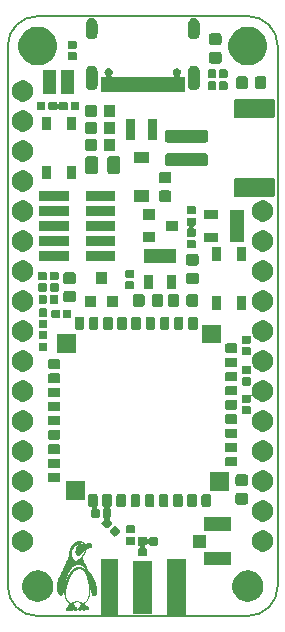
<source format=gts>
G04 #@! TF.GenerationSoftware,KiCad,Pcbnew,(5.1.6)-1*
G04 #@! TF.CreationDate,2020-08-18T19:06:58+02:00*
G04 #@! TF.ProjectId,Penguino-Feather-4260-v1,50656e67-7569-46e6-9f2d-466561746865,1.1*
G04 #@! TF.SameCoordinates,Original*
G04 #@! TF.FileFunction,Soldermask,Top*
G04 #@! TF.FilePolarity,Negative*
%FSLAX46Y46*%
G04 Gerber Fmt 4.6, Leading zero omitted, Abs format (unit mm)*
G04 Created by KiCad (PCBNEW (5.1.6)-1) date 2020-08-18 19:06:58*
%MOMM*%
%LPD*%
G01*
G04 APERTURE LIST*
G04 #@! TA.AperFunction,Profile*
%ADD10C,0.150000*%
G04 #@! TD*
%ADD11C,0.010000*%
%ADD12C,0.100000*%
G04 APERTURE END LIST*
D10*
X127000000Y-119380000D02*
G75*
G02*
X124460000Y-116840000I0J2540000D01*
G01*
X147320000Y-116840000D02*
G75*
G02*
X144780000Y-119380000I-2540000J0D01*
G01*
X144780000Y-68580000D02*
G75*
G02*
X147320000Y-71120000I0J-2540000D01*
G01*
X124460000Y-71120000D02*
G75*
G02*
X127000000Y-68580000I2540000J0D01*
G01*
X124460000Y-116840000D02*
X124460000Y-71120000D01*
X144780000Y-119380000D02*
X127000000Y-119380000D01*
X147320000Y-71120000D02*
X147320000Y-116840000D01*
X127000000Y-68580000D02*
X144780000Y-68580000D01*
D11*
G36*
X130519854Y-113044466D02*
G01*
X130541677Y-113044928D01*
X130560515Y-113046078D01*
X130578214Y-113048229D01*
X130596621Y-113051692D01*
X130617582Y-113056778D01*
X130642944Y-113063800D01*
X130674554Y-113073068D01*
X130689472Y-113077508D01*
X130740360Y-113094031D01*
X130785698Y-113111970D01*
X130827622Y-113132502D01*
X130868267Y-113156804D01*
X130909771Y-113186052D01*
X130954268Y-113221423D01*
X130961015Y-113227062D01*
X130976961Y-113239447D01*
X130992089Y-113249458D01*
X131003835Y-113255451D01*
X131006620Y-113256286D01*
X131027278Y-113258738D01*
X131050803Y-113258112D01*
X131078380Y-113254206D01*
X131111192Y-113246820D01*
X131150424Y-113235751D01*
X131177849Y-113227157D01*
X131220040Y-113214393D01*
X131256015Y-113205608D01*
X131287791Y-113200591D01*
X131317383Y-113199132D01*
X131346809Y-113201022D01*
X131378085Y-113206051D01*
X131378931Y-113206219D01*
X131422460Y-113218461D01*
X131459062Y-113236466D01*
X131489219Y-113260483D01*
X131494494Y-113266002D01*
X131515577Y-113294447D01*
X131528095Y-113324665D01*
X131532172Y-113357384D01*
X131527936Y-113393333D01*
X131520868Y-113418525D01*
X131508552Y-113450530D01*
X131494450Y-113476671D01*
X131477265Y-113498075D01*
X131455703Y-113515871D01*
X131428468Y-113531188D01*
X131394264Y-113545152D01*
X131363901Y-113555218D01*
X131322794Y-113568006D01*
X131289283Y-113578571D01*
X131262120Y-113587350D01*
X131240055Y-113594778D01*
X131221840Y-113601292D01*
X131206224Y-113607327D01*
X131191960Y-113613321D01*
X131177798Y-113619707D01*
X131173736Y-113621599D01*
X131133027Y-113643049D01*
X131099553Y-113666246D01*
X131071316Y-113692679D01*
X131058653Y-113707433D01*
X131047084Y-113721309D01*
X131037028Y-113732400D01*
X131030390Y-113738622D01*
X131029739Y-113739045D01*
X131025610Y-113746038D01*
X131022004Y-113761893D01*
X131019243Y-113783757D01*
X131011504Y-113839263D01*
X130999158Y-113892047D01*
X130981603Y-113943577D01*
X130958237Y-113995320D01*
X130928457Y-114048745D01*
X130891662Y-114105319D01*
X130881090Y-114120418D01*
X130853326Y-114159736D01*
X130830379Y-114192688D01*
X130811566Y-114220327D01*
X130796203Y-114243709D01*
X130783610Y-114263887D01*
X130773103Y-114281916D01*
X130763999Y-114298850D01*
X130758513Y-114309764D01*
X130738129Y-114351327D01*
X130742634Y-114430369D01*
X130744350Y-114457219D01*
X130746467Y-114481396D01*
X130749312Y-114503873D01*
X130753212Y-114525622D01*
X130758496Y-114547615D01*
X130765490Y-114570824D01*
X130774523Y-114596222D01*
X130785922Y-114624781D01*
X130800013Y-114657472D01*
X130817126Y-114695269D01*
X130837586Y-114739143D01*
X130861723Y-114790067D01*
X130868821Y-114804960D01*
X130926310Y-114922169D01*
X130989186Y-115044001D01*
X131057603Y-115170722D01*
X131131711Y-115302595D01*
X131211663Y-115439886D01*
X131297612Y-115582858D01*
X131389710Y-115731777D01*
X131488109Y-115886907D01*
X131520803Y-115937673D01*
X131565289Y-116006957D01*
X131604845Y-116069670D01*
X131639919Y-116126747D01*
X131670962Y-116179126D01*
X131698423Y-116227740D01*
X131722752Y-116273528D01*
X131744399Y-116317423D01*
X131763814Y-116360363D01*
X131781447Y-116403282D01*
X131797747Y-116447118D01*
X131813165Y-116492805D01*
X131828149Y-116541281D01*
X131843151Y-116593479D01*
X131852649Y-116628091D01*
X131874546Y-116712212D01*
X131892807Y-116789828D01*
X131907690Y-116862808D01*
X131919455Y-116933022D01*
X131928358Y-117002339D01*
X131934659Y-117072628D01*
X131938616Y-117145761D01*
X131940487Y-117223606D01*
X131940721Y-117265400D01*
X131940712Y-117306365D01*
X131940610Y-117339329D01*
X131940336Y-117365524D01*
X131939813Y-117386185D01*
X131938963Y-117402547D01*
X131937710Y-117415844D01*
X131935974Y-117427309D01*
X131933679Y-117438177D01*
X131930748Y-117449683D01*
X131928648Y-117457414D01*
X131912757Y-117505565D01*
X131893799Y-117545075D01*
X131871714Y-117576038D01*
X131846439Y-117598546D01*
X131830163Y-117607825D01*
X131800523Y-117616811D01*
X131767098Y-117618532D01*
X131731468Y-117613241D01*
X131695211Y-117601193D01*
X131659909Y-117582641D01*
X131655431Y-117579737D01*
X131634524Y-117563657D01*
X131616230Y-117544477D01*
X131600118Y-117521272D01*
X131585758Y-117493117D01*
X131572722Y-117459088D01*
X131560579Y-117418260D01*
X131548899Y-117369707D01*
X131541573Y-117334673D01*
X131533639Y-117297310D01*
X131525487Y-117264906D01*
X131516329Y-117235514D01*
X131505381Y-117207190D01*
X131491856Y-117177989D01*
X131474968Y-117145963D01*
X131453932Y-117109169D01*
X131443075Y-117090826D01*
X131427556Y-117064897D01*
X131413648Y-117041846D01*
X131402028Y-117022783D01*
X131393379Y-117008820D01*
X131388379Y-117001068D01*
X131387426Y-116999854D01*
X131386920Y-117004221D01*
X131386404Y-117016313D01*
X131385920Y-117034619D01*
X131385511Y-117057630D01*
X131385277Y-117077209D01*
X131381536Y-117190763D01*
X131372653Y-117304856D01*
X131358882Y-117417818D01*
X131340479Y-117527980D01*
X131317697Y-117633673D01*
X131290793Y-117733227D01*
X131279757Y-117768440D01*
X131247383Y-117858432D01*
X131211744Y-117939863D01*
X131172770Y-118012838D01*
X131130392Y-118077462D01*
X131084538Y-118133841D01*
X131035140Y-118182080D01*
X130982126Y-118222284D01*
X130974496Y-118227225D01*
X130940865Y-118248565D01*
X130943634Y-118295001D01*
X130945292Y-118317701D01*
X130947411Y-118339598D01*
X130949643Y-118357305D01*
X130950667Y-118363395D01*
X130956076Y-118382662D01*
X130965114Y-118401450D01*
X130978512Y-118420538D01*
X130996999Y-118440707D01*
X131021305Y-118462737D01*
X131052160Y-118487407D01*
X131090295Y-118515498D01*
X131098444Y-118521301D01*
X131139648Y-118551465D01*
X131173259Y-118578416D01*
X131199967Y-118603025D01*
X131220461Y-118626164D01*
X131235432Y-118648705D01*
X131245570Y-118671521D01*
X131251565Y-118695483D01*
X131253941Y-118717818D01*
X131253568Y-118743819D01*
X131248646Y-118763249D01*
X131238223Y-118778047D01*
X131221345Y-118790149D01*
X131217281Y-118792329D01*
X131205770Y-118797417D01*
X131193547Y-118800502D01*
X131177862Y-118802020D01*
X131155963Y-118802405D01*
X131153600Y-118802399D01*
X131128729Y-118801700D01*
X131099588Y-118799964D01*
X131071043Y-118797510D01*
X131060198Y-118796317D01*
X131027102Y-118793066D01*
X131000163Y-118792462D01*
X130976576Y-118794912D01*
X130953539Y-118800823D01*
X130928246Y-118810601D01*
X130912378Y-118817766D01*
X130885853Y-118829528D01*
X130864377Y-118836939D01*
X130845578Y-118839960D01*
X130827082Y-118838549D01*
X130806514Y-118832665D01*
X130781500Y-118822268D01*
X130766354Y-118815256D01*
X130744167Y-118804944D01*
X130728187Y-118798115D01*
X130716328Y-118794187D01*
X130706504Y-118792580D01*
X130696627Y-118792713D01*
X130688392Y-118793550D01*
X130673855Y-118796250D01*
X130653403Y-118801352D01*
X130629802Y-118808112D01*
X130606892Y-118815425D01*
X130582831Y-118823026D01*
X130559224Y-118829591D01*
X130538857Y-118834397D01*
X130525012Y-118836679D01*
X130492854Y-118835652D01*
X130464305Y-118826615D01*
X130440300Y-118809902D01*
X130435271Y-118804733D01*
X130426294Y-118794307D01*
X130421382Y-118785923D01*
X130419523Y-118776248D01*
X130419707Y-118761946D01*
X130420097Y-118754695D01*
X130422653Y-118734737D01*
X130428390Y-118713971D01*
X130437764Y-118691693D01*
X130451231Y-118667198D01*
X130469249Y-118639780D01*
X130492273Y-118608736D01*
X130520761Y-118573360D01*
X130555168Y-118532949D01*
X130587597Y-118496145D01*
X130614789Y-118465403D01*
X130636339Y-118440185D01*
X130652904Y-118419264D01*
X130665142Y-118401412D01*
X130673711Y-118385400D01*
X130679269Y-118370000D01*
X130682474Y-118353984D01*
X130683985Y-118336124D01*
X130684459Y-118315373D01*
X130684854Y-118264797D01*
X130651548Y-118251358D01*
X130636479Y-118244720D01*
X130615370Y-118234659D01*
X130590281Y-118222193D01*
X130563269Y-118208343D01*
X130540712Y-118196445D01*
X130496974Y-118173272D01*
X130460132Y-118154381D01*
X130429097Y-118139412D01*
X130402781Y-118128002D01*
X130380095Y-118119790D01*
X130359951Y-118114414D01*
X130341262Y-118111514D01*
X130322937Y-118110727D01*
X130303890Y-118111691D01*
X130290000Y-118113160D01*
X130263690Y-118116742D01*
X130239448Y-118121049D01*
X130215929Y-118126545D01*
X130191785Y-118133692D01*
X130165672Y-118142954D01*
X130136243Y-118154795D01*
X130102152Y-118169679D01*
X130062054Y-118188068D01*
X130033311Y-118201563D01*
X130006963Y-118213973D01*
X129982687Y-118225338D01*
X129962019Y-118234945D01*
X129946497Y-118242078D01*
X129937657Y-118246025D01*
X129937280Y-118246184D01*
X129923996Y-118251716D01*
X129926136Y-118288685D01*
X129927841Y-118308636D01*
X129930992Y-118324748D01*
X129936656Y-118340755D01*
X129945898Y-118360391D01*
X129947556Y-118363679D01*
X129969322Y-118399768D01*
X129999060Y-118438272D01*
X130036084Y-118478385D01*
X130079708Y-118519304D01*
X130081833Y-118521167D01*
X130111755Y-118548246D01*
X130142492Y-118577732D01*
X130173002Y-118608485D01*
X130202243Y-118639365D01*
X130229170Y-118669230D01*
X130252741Y-118696940D01*
X130271912Y-118721355D01*
X130285642Y-118741334D01*
X130289729Y-118748501D01*
X130300117Y-118775592D01*
X130301693Y-118799963D01*
X130294432Y-118821748D01*
X130278307Y-118841080D01*
X130270034Y-118847677D01*
X130256643Y-118856608D01*
X130243819Y-118862933D01*
X130230304Y-118866579D01*
X130214839Y-118867473D01*
X130196167Y-118865543D01*
X130173029Y-118860716D01*
X130144167Y-118852920D01*
X130108322Y-118842082D01*
X130093727Y-118837504D01*
X130056520Y-118826205D01*
X130026331Y-118818406D01*
X130001590Y-118814213D01*
X129980725Y-118813735D01*
X129962164Y-118817078D01*
X129944334Y-118824350D01*
X129925665Y-118835658D01*
X129905582Y-118850343D01*
X129876788Y-118870458D01*
X129850333Y-118884051D01*
X129823313Y-118892205D01*
X129792828Y-118896003D01*
X129782000Y-118896472D01*
X129762487Y-118896848D01*
X129746376Y-118896831D01*
X129735959Y-118896439D01*
X129733509Y-118896078D01*
X129727303Y-118894436D01*
X129714198Y-118891293D01*
X129696310Y-118887152D01*
X129681721Y-118883846D01*
X129634551Y-118873249D01*
X129596285Y-118882125D01*
X129566766Y-118887424D01*
X129533298Y-118890288D01*
X129500291Y-118891000D01*
X129469948Y-118890418D01*
X129447172Y-118888236D01*
X129430339Y-118883795D01*
X129417829Y-118876439D01*
X129408018Y-118865512D01*
X129399285Y-118850355D01*
X129399121Y-118850026D01*
X129392890Y-118836292D01*
X129390352Y-118825383D01*
X129390962Y-118812940D01*
X129392985Y-118800902D01*
X129402898Y-118764054D01*
X129419622Y-118723976D01*
X129443356Y-118680345D01*
X129474294Y-118632838D01*
X129512634Y-118581134D01*
X129558572Y-118524908D01*
X129567374Y-118514618D01*
X129599030Y-118477127D01*
X129624702Y-118445066D01*
X129645090Y-118417485D01*
X129660889Y-118393434D01*
X129672798Y-118371964D01*
X129674115Y-118369276D01*
X129681843Y-118352301D01*
X129686485Y-118338490D01*
X129688810Y-118324216D01*
X129689587Y-118305857D01*
X129689636Y-118296107D01*
X129689484Y-118276488D01*
X129688726Y-118264198D01*
X129686907Y-118257329D01*
X129683573Y-118253974D01*
X129679245Y-118252470D01*
X129665794Y-118247488D01*
X129647169Y-118238588D01*
X129625796Y-118227100D01*
X129604100Y-118214356D01*
X129584506Y-118201688D01*
X129577018Y-118196364D01*
X129524485Y-118152060D01*
X129477422Y-118100783D01*
X129435696Y-118042339D01*
X129399176Y-117976533D01*
X129367732Y-117903169D01*
X129355218Y-117867686D01*
X129344541Y-117833048D01*
X129334091Y-117794714D01*
X129324243Y-117754477D01*
X129315369Y-117714134D01*
X129307844Y-117675479D01*
X129302040Y-117640308D01*
X129298332Y-117610416D01*
X129297091Y-117588399D01*
X129294188Y-117577375D01*
X129285921Y-117560663D01*
X129272952Y-117539575D01*
X129271002Y-117536650D01*
X129247524Y-117497973D01*
X129233167Y-117468600D01*
X129313650Y-117468600D01*
X129313820Y-117515287D01*
X129314505Y-117554672D01*
X129315893Y-117588680D01*
X129318171Y-117619241D01*
X129321530Y-117648281D01*
X129326157Y-117677729D01*
X129332241Y-117709511D01*
X129339971Y-117745555D01*
X129341344Y-117751718D01*
X129363250Y-117834895D01*
X129390212Y-117911500D01*
X129422059Y-117981276D01*
X129458620Y-118043960D01*
X129499723Y-118099295D01*
X129545198Y-118147019D01*
X129594873Y-118186873D01*
X129648576Y-118218597D01*
X129649283Y-118218946D01*
X129693453Y-118236823D01*
X129739934Y-118247646D01*
X129790874Y-118251884D01*
X129800758Y-118251984D01*
X129825895Y-118251404D01*
X129849357Y-118249390D01*
X129872464Y-118245532D01*
X129896537Y-118239422D01*
X129922895Y-118230648D01*
X129952860Y-118218801D01*
X129987753Y-118203471D01*
X130028893Y-118184249D01*
X130047038Y-118175550D01*
X130091032Y-118154756D01*
X130128653Y-118138020D01*
X130161537Y-118124801D01*
X130191321Y-118114560D01*
X130219642Y-118106756D01*
X130248137Y-118100850D01*
X130278443Y-118096302D01*
X130292383Y-118094636D01*
X130314136Y-118092818D01*
X130334544Y-118092728D01*
X130354714Y-118094737D01*
X130375750Y-118099214D01*
X130398758Y-118106528D01*
X130424844Y-118117049D01*
X130455113Y-118131147D01*
X130490670Y-118149191D01*
X130532622Y-118171550D01*
X130548860Y-118180377D01*
X130598579Y-118206466D01*
X130642354Y-118227155D01*
X130681344Y-118242946D01*
X130716711Y-118254341D01*
X130724109Y-118256305D01*
X130762411Y-118262684D01*
X130803865Y-118263799D01*
X130844859Y-118259789D01*
X130881785Y-118250793D01*
X130883525Y-118250192D01*
X130936245Y-118227802D01*
X130985166Y-118198797D01*
X131030912Y-118162633D01*
X131074105Y-118118768D01*
X131115370Y-118066656D01*
X131145477Y-118021758D01*
X131185769Y-117950630D01*
X131222384Y-117871573D01*
X131255187Y-117785183D01*
X131284046Y-117692060D01*
X131308826Y-117592802D01*
X131329393Y-117488009D01*
X131345615Y-117378278D01*
X131357357Y-117264210D01*
X131364487Y-117146402D01*
X131366867Y-117029873D01*
X131367011Y-116905182D01*
X131345457Y-116787418D01*
X131319444Y-116651343D01*
X131292781Y-116524019D01*
X131265332Y-116404977D01*
X131236959Y-116293746D01*
X131207527Y-116189856D01*
X131176899Y-116092837D01*
X131144938Y-116002218D01*
X131111506Y-115917530D01*
X131076468Y-115838301D01*
X131058724Y-115801436D01*
X131013150Y-115715647D01*
X130965699Y-115638781D01*
X130916217Y-115570685D01*
X130864548Y-115511210D01*
X130810538Y-115460201D01*
X130754033Y-115417509D01*
X130694878Y-115382982D01*
X130632920Y-115356467D01*
X130592491Y-115343840D01*
X130572323Y-115338710D01*
X130554602Y-115335166D01*
X130536670Y-115332912D01*
X130515870Y-115331651D01*
X130489545Y-115331089D01*
X130477036Y-115330994D01*
X130446496Y-115331107D01*
X130422644Y-115331958D01*
X130402945Y-115333774D01*
X130384866Y-115336779D01*
X130367967Y-115340665D01*
X130306521Y-115360229D01*
X130245539Y-115387904D01*
X130184716Y-115423895D01*
X130123745Y-115468409D01*
X130062318Y-115521650D01*
X130000130Y-115583824D01*
X129991026Y-115593599D01*
X129926521Y-115668586D01*
X129863474Y-115752008D01*
X129802206Y-115843134D01*
X129743039Y-115941232D01*
X129686294Y-116045570D01*
X129632293Y-116155417D01*
X129581356Y-116270042D01*
X129533805Y-116388714D01*
X129489961Y-116510701D01*
X129450145Y-116635271D01*
X129414680Y-116761693D01*
X129383885Y-116889237D01*
X129358083Y-117017170D01*
X129352980Y-117046036D01*
X129342114Y-117111397D01*
X129333315Y-117169772D01*
X129326400Y-117223133D01*
X129321187Y-117273454D01*
X129317490Y-117322706D01*
X129315127Y-117372861D01*
X129313915Y-117425892D01*
X129313650Y-117468600D01*
X129233167Y-117468600D01*
X129226848Y-117455673D01*
X129208866Y-117409173D01*
X129193471Y-117357893D01*
X129180555Y-117301255D01*
X129170012Y-117238679D01*
X129161735Y-117169587D01*
X129155615Y-117093400D01*
X129151545Y-117009539D01*
X129149420Y-116917425D01*
X129149092Y-116878627D01*
X129148813Y-116850012D01*
X129148293Y-116824814D01*
X129147583Y-116804388D01*
X129146734Y-116790089D01*
X129146124Y-116785660D01*
X129279368Y-116785660D01*
X129279904Y-116791776D01*
X129280146Y-116792036D01*
X129282059Y-116787870D01*
X129285215Y-116776807D01*
X129289017Y-116761001D01*
X129290067Y-116756245D01*
X129322684Y-116618526D01*
X129359875Y-116484787D01*
X129401423Y-116355417D01*
X129447109Y-116230806D01*
X129496716Y-116111341D01*
X129550026Y-115997412D01*
X129606820Y-115889408D01*
X129666881Y-115787717D01*
X129729991Y-115692728D01*
X129795931Y-115604831D01*
X129864484Y-115524413D01*
X129935432Y-115451865D01*
X130008557Y-115387574D01*
X130083640Y-115331929D01*
X130091418Y-115326743D01*
X130158877Y-115285901D01*
X130224711Y-115253660D01*
X130289764Y-115229722D01*
X130354885Y-115213789D01*
X130420918Y-115205561D01*
X130437782Y-115204669D01*
X130467120Y-115204075D01*
X130495331Y-115204490D01*
X130519456Y-115205830D01*
X130532808Y-115207347D01*
X130600983Y-115222625D01*
X130667941Y-115246803D01*
X130733358Y-115279591D01*
X130796910Y-115320696D01*
X130858272Y-115369826D01*
X130917120Y-115426690D01*
X130973129Y-115490995D01*
X131025975Y-115562450D01*
X131075334Y-115640762D01*
X131120881Y-115725640D01*
X131130305Y-115745055D01*
X131141880Y-115769660D01*
X131152708Y-115793252D01*
X131161832Y-115813707D01*
X131168298Y-115828903D01*
X131170043Y-115833346D01*
X131175612Y-115847081D01*
X131178786Y-115852155D01*
X131179593Y-115848821D01*
X131178060Y-115837332D01*
X131174215Y-115817939D01*
X131168086Y-115790895D01*
X131163079Y-115770100D01*
X131133288Y-115660417D01*
X131099536Y-115558073D01*
X131061922Y-115463191D01*
X131020546Y-115375897D01*
X130975508Y-115296313D01*
X130926907Y-115224564D01*
X130874844Y-115160774D01*
X130819418Y-115105068D01*
X130760728Y-115057569D01*
X130698875Y-115018402D01*
X130633958Y-114987691D01*
X130566077Y-114965559D01*
X130507142Y-114953734D01*
X130477012Y-114950938D01*
X130440962Y-114950105D01*
X130402067Y-114951102D01*
X130363402Y-114953796D01*
X130328042Y-114958053D01*
X130303854Y-114962573D01*
X130226478Y-114985063D01*
X130149845Y-115016533D01*
X130074280Y-115056734D01*
X130000108Y-115105419D01*
X129927652Y-115162341D01*
X129857238Y-115227250D01*
X129789189Y-115299901D01*
X129723830Y-115380044D01*
X129682037Y-115437335D01*
X129617561Y-115536955D01*
X129557990Y-115643815D01*
X129503557Y-115757187D01*
X129454493Y-115876341D01*
X129411032Y-116000550D01*
X129373408Y-116129085D01*
X129341852Y-116261219D01*
X129316599Y-116396222D01*
X129297880Y-116533366D01*
X129285930Y-116671923D01*
X129285649Y-116676582D01*
X129284126Y-116701429D01*
X129282418Y-116728057D01*
X129280842Y-116751560D01*
X129280514Y-116756245D01*
X129279579Y-116773080D01*
X129279368Y-116785660D01*
X129146124Y-116785660D01*
X129145795Y-116783274D01*
X129145510Y-116782891D01*
X129142881Y-116786994D01*
X129137463Y-116798348D01*
X129129849Y-116815608D01*
X129120632Y-116837429D01*
X129110625Y-116861924D01*
X129078869Y-116940866D01*
X129084722Y-117098515D01*
X129087058Y-117169288D01*
X129088467Y-117231309D01*
X129088938Y-117285019D01*
X129088460Y-117330857D01*
X129087021Y-117369262D01*
X129084611Y-117400675D01*
X129081218Y-117425534D01*
X129076831Y-117444279D01*
X129075847Y-117447294D01*
X129058094Y-117486699D01*
X129034491Y-117520134D01*
X129005821Y-117546932D01*
X128972865Y-117566430D01*
X128936407Y-117577962D01*
X128919284Y-117580356D01*
X128887244Y-117578628D01*
X128856019Y-117567950D01*
X128825849Y-117548588D01*
X128796972Y-117520811D01*
X128769627Y-117484885D01*
X128744053Y-117441078D01*
X128720489Y-117389658D01*
X128700696Y-117335569D01*
X128682716Y-117276485D01*
X128668009Y-117218098D01*
X128656396Y-117158971D01*
X128647703Y-117097665D01*
X128641752Y-117032744D01*
X128638368Y-116962769D01*
X128637376Y-116886303D01*
X128638083Y-116824364D01*
X128639541Y-116768918D01*
X128641658Y-116720412D01*
X128644656Y-116676557D01*
X128648756Y-116635066D01*
X128654179Y-116593652D01*
X128661148Y-116550027D01*
X128668730Y-116508018D01*
X128678062Y-116461038D01*
X128688120Y-116416255D01*
X128699243Y-116372829D01*
X128711770Y-116329923D01*
X128726041Y-116286698D01*
X128742397Y-116242316D01*
X128761177Y-116195939D01*
X128782720Y-116146728D01*
X128807367Y-116093846D01*
X128835458Y-116036453D01*
X128867331Y-115973711D01*
X128903328Y-115904783D01*
X128943788Y-115828830D01*
X128944858Y-115826836D01*
X128964733Y-115789692D01*
X128982959Y-115755285D01*
X128999915Y-115722803D01*
X129015979Y-115691434D01*
X129031527Y-115660365D01*
X129046939Y-115628785D01*
X129062590Y-115595882D01*
X129078860Y-115560844D01*
X129096126Y-115522859D01*
X129114765Y-115481114D01*
X129135155Y-115434797D01*
X129157674Y-115383098D01*
X129182700Y-115325202D01*
X129210611Y-115260299D01*
X129236992Y-115198764D01*
X129259106Y-115147364D01*
X129282171Y-115094176D01*
X129305577Y-115040579D01*
X129328713Y-114987956D01*
X129350969Y-114937689D01*
X129371734Y-114891160D01*
X129390398Y-114849750D01*
X129406349Y-114814843D01*
X129412491Y-114801600D01*
X129436433Y-114749827D01*
X129460611Y-114696690D01*
X129484486Y-114643424D01*
X129507521Y-114591264D01*
X129529178Y-114541445D01*
X129548920Y-114495202D01*
X129566209Y-114453770D01*
X129580508Y-114418385D01*
X129589916Y-114393965D01*
X129600206Y-114364766D01*
X129608851Y-114336309D01*
X129616277Y-114306671D01*
X129622905Y-114273932D01*
X129629162Y-114236172D01*
X129635472Y-114191471D01*
X129636686Y-114182229D01*
X129655744Y-114056308D01*
X129659127Y-114039121D01*
X129832361Y-114039121D01*
X129832636Y-114080220D01*
X129833818Y-114120436D01*
X129835881Y-114157253D01*
X129838801Y-114188156D01*
X129839728Y-114195120D01*
X129854298Y-114275125D01*
X129874134Y-114350307D01*
X129898951Y-114420141D01*
X129928464Y-114484098D01*
X129962388Y-114541652D01*
X130000436Y-114592276D01*
X130042324Y-114635442D01*
X130087765Y-114670624D01*
X130102169Y-114679614D01*
X130141508Y-114699343D01*
X130178607Y-114710449D01*
X130214315Y-114713014D01*
X130249481Y-114707119D01*
X130277480Y-114696515D01*
X130300233Y-114685053D01*
X130323119Y-114671713D01*
X130347062Y-114655788D01*
X130372982Y-114636569D01*
X130401802Y-114613348D01*
X130434444Y-114585417D01*
X130471830Y-114552067D01*
X130504745Y-114521960D01*
X130544102Y-114485873D01*
X130577564Y-114455705D01*
X130605824Y-114430903D01*
X130629577Y-114410915D01*
X130649518Y-114395186D01*
X130666341Y-114383165D01*
X130680740Y-114374299D01*
X130693410Y-114368035D01*
X130702317Y-114364672D01*
X130709928Y-114360567D01*
X130716853Y-114352522D01*
X130724413Y-114338701D01*
X130730237Y-114325879D01*
X130739607Y-114305328D01*
X130749713Y-114285343D01*
X130761365Y-114264602D01*
X130775374Y-114241783D01*
X130792553Y-114215563D01*
X130813711Y-114184621D01*
X130839313Y-114148127D01*
X130861856Y-114116193D01*
X130879852Y-114090475D01*
X130894126Y-114069676D01*
X130905506Y-114052500D01*
X130914817Y-114037650D01*
X130922886Y-114023829D01*
X130930538Y-114009740D01*
X130938601Y-113994088D01*
X130942852Y-113985655D01*
X130963323Y-113940258D01*
X130979283Y-113893885D01*
X130991376Y-113844178D01*
X131000246Y-113788779D01*
X131002882Y-113765973D01*
X131003165Y-113758097D01*
X131000918Y-113754453D01*
X130994642Y-113755068D01*
X130982843Y-113759966D01*
X130969263Y-113766570D01*
X130951507Y-113775557D01*
X130935556Y-113784202D01*
X130920679Y-113793165D01*
X130906141Y-113803104D01*
X130891213Y-113814680D01*
X130875160Y-113828552D01*
X130857250Y-113845379D01*
X130836752Y-113865822D01*
X130812932Y-113890540D01*
X130785059Y-113920193D01*
X130752400Y-113955440D01*
X130717724Y-113993128D01*
X130689172Y-114023989D01*
X130661025Y-114053987D01*
X130634249Y-114082125D01*
X130609809Y-114107405D01*
X130588671Y-114128827D01*
X130571798Y-114145395D01*
X130560163Y-114156103D01*
X130521991Y-114185200D01*
X130484340Y-114206889D01*
X130447926Y-114220913D01*
X130413468Y-114227018D01*
X130381684Y-114224946D01*
X130373127Y-114222796D01*
X130350716Y-114213260D01*
X130325795Y-114198019D01*
X130301008Y-114179034D01*
X130279000Y-114158264D01*
X130266935Y-114144075D01*
X130241498Y-114103072D01*
X130221941Y-114055879D01*
X130208251Y-114003421D01*
X130200414Y-113946618D01*
X130198415Y-113886393D01*
X130202242Y-113823668D01*
X130211879Y-113759366D01*
X130227313Y-113694408D01*
X130248530Y-113629717D01*
X130275516Y-113566214D01*
X130275682Y-113565866D01*
X130312779Y-113498247D01*
X130356468Y-113437025D01*
X130388379Y-113402201D01*
X130600179Y-113402201D01*
X130602832Y-113424361D01*
X130611029Y-113442360D01*
X130623821Y-113455128D01*
X130640261Y-113461595D01*
X130659398Y-113460690D01*
X130673460Y-113455322D01*
X130688701Y-113442594D01*
X130697874Y-113424359D01*
X130700603Y-113402385D01*
X130696514Y-113378438D01*
X130692180Y-113367112D01*
X130679645Y-113347595D01*
X130664478Y-113336191D01*
X130648146Y-113332736D01*
X130632117Y-113337067D01*
X130617859Y-113349018D01*
X130606839Y-113368428D01*
X130604019Y-113376951D01*
X130600179Y-113402201D01*
X130388379Y-113402201D01*
X130406980Y-113381903D01*
X130442400Y-113350183D01*
X130482133Y-113319129D01*
X130518621Y-113294900D01*
X130553515Y-113276489D01*
X130581842Y-113265116D01*
X130592053Y-113261550D01*
X130600615Y-113258812D01*
X130608811Y-113256874D01*
X130617928Y-113255711D01*
X130629247Y-113255297D01*
X130644054Y-113255605D01*
X130663633Y-113256608D01*
X130689268Y-113258281D01*
X130722244Y-113260597D01*
X130740272Y-113261874D01*
X130770761Y-113262955D01*
X130794483Y-113260904D01*
X130813556Y-113255112D01*
X130830100Y-113244972D01*
X130844182Y-113232038D01*
X130856346Y-113218461D01*
X130866620Y-113205370D01*
X130871725Y-113197443D01*
X130875793Y-113187927D01*
X130874119Y-113181822D01*
X130867106Y-113175681D01*
X130849886Y-113164312D01*
X130826082Y-113151220D01*
X130797931Y-113137420D01*
X130767671Y-113123929D01*
X130737540Y-113111765D01*
X130709772Y-113101942D01*
X130695424Y-113097663D01*
X130673667Y-113091772D01*
X130651551Y-113111256D01*
X130620992Y-113135429D01*
X130582905Y-113161057D01*
X130538725Y-113187364D01*
X130489885Y-113213571D01*
X130437819Y-113238901D01*
X130383963Y-113262577D01*
X130340800Y-113279712D01*
X130313181Y-113290418D01*
X130285286Y-113301731D01*
X130259720Y-113312561D01*
X130239091Y-113321819D01*
X130232272Y-113325102D01*
X130164494Y-113363886D01*
X130102352Y-113409837D01*
X130046036Y-113462659D01*
X129995737Y-113522059D01*
X129951645Y-113587741D01*
X129913951Y-113659413D01*
X129882845Y-113736779D01*
X129858517Y-113819545D01*
X129841158Y-113907417D01*
X129837217Y-113935691D01*
X129834627Y-113964341D01*
X129833017Y-113999656D01*
X129832361Y-114039121D01*
X129659127Y-114039121D01*
X129679247Y-113936930D01*
X129707106Y-113824351D01*
X129739233Y-113718825D01*
X129775539Y-113620605D01*
X129815935Y-113529947D01*
X129860332Y-113447104D01*
X129908643Y-113372332D01*
X129928361Y-113345627D01*
X129975970Y-113289633D01*
X130029862Y-113237033D01*
X130088583Y-113188881D01*
X130150676Y-113146232D01*
X130214687Y-113110139D01*
X130279161Y-113081657D01*
X130305428Y-113072413D01*
X130341068Y-113061590D01*
X130372958Y-113053822D01*
X130404029Y-113048673D01*
X130437209Y-113045705D01*
X130475427Y-113044481D01*
X130493200Y-113044382D01*
X130519854Y-113044466D01*
G37*
X130519854Y-113044466D02*
X130541677Y-113044928D01*
X130560515Y-113046078D01*
X130578214Y-113048229D01*
X130596621Y-113051692D01*
X130617582Y-113056778D01*
X130642944Y-113063800D01*
X130674554Y-113073068D01*
X130689472Y-113077508D01*
X130740360Y-113094031D01*
X130785698Y-113111970D01*
X130827622Y-113132502D01*
X130868267Y-113156804D01*
X130909771Y-113186052D01*
X130954268Y-113221423D01*
X130961015Y-113227062D01*
X130976961Y-113239447D01*
X130992089Y-113249458D01*
X131003835Y-113255451D01*
X131006620Y-113256286D01*
X131027278Y-113258738D01*
X131050803Y-113258112D01*
X131078380Y-113254206D01*
X131111192Y-113246820D01*
X131150424Y-113235751D01*
X131177849Y-113227157D01*
X131220040Y-113214393D01*
X131256015Y-113205608D01*
X131287791Y-113200591D01*
X131317383Y-113199132D01*
X131346809Y-113201022D01*
X131378085Y-113206051D01*
X131378931Y-113206219D01*
X131422460Y-113218461D01*
X131459062Y-113236466D01*
X131489219Y-113260483D01*
X131494494Y-113266002D01*
X131515577Y-113294447D01*
X131528095Y-113324665D01*
X131532172Y-113357384D01*
X131527936Y-113393333D01*
X131520868Y-113418525D01*
X131508552Y-113450530D01*
X131494450Y-113476671D01*
X131477265Y-113498075D01*
X131455703Y-113515871D01*
X131428468Y-113531188D01*
X131394264Y-113545152D01*
X131363901Y-113555218D01*
X131322794Y-113568006D01*
X131289283Y-113578571D01*
X131262120Y-113587350D01*
X131240055Y-113594778D01*
X131221840Y-113601292D01*
X131206224Y-113607327D01*
X131191960Y-113613321D01*
X131177798Y-113619707D01*
X131173736Y-113621599D01*
X131133027Y-113643049D01*
X131099553Y-113666246D01*
X131071316Y-113692679D01*
X131058653Y-113707433D01*
X131047084Y-113721309D01*
X131037028Y-113732400D01*
X131030390Y-113738622D01*
X131029739Y-113739045D01*
X131025610Y-113746038D01*
X131022004Y-113761893D01*
X131019243Y-113783757D01*
X131011504Y-113839263D01*
X130999158Y-113892047D01*
X130981603Y-113943577D01*
X130958237Y-113995320D01*
X130928457Y-114048745D01*
X130891662Y-114105319D01*
X130881090Y-114120418D01*
X130853326Y-114159736D01*
X130830379Y-114192688D01*
X130811566Y-114220327D01*
X130796203Y-114243709D01*
X130783610Y-114263887D01*
X130773103Y-114281916D01*
X130763999Y-114298850D01*
X130758513Y-114309764D01*
X130738129Y-114351327D01*
X130742634Y-114430369D01*
X130744350Y-114457219D01*
X130746467Y-114481396D01*
X130749312Y-114503873D01*
X130753212Y-114525622D01*
X130758496Y-114547615D01*
X130765490Y-114570824D01*
X130774523Y-114596222D01*
X130785922Y-114624781D01*
X130800013Y-114657472D01*
X130817126Y-114695269D01*
X130837586Y-114739143D01*
X130861723Y-114790067D01*
X130868821Y-114804960D01*
X130926310Y-114922169D01*
X130989186Y-115044001D01*
X131057603Y-115170722D01*
X131131711Y-115302595D01*
X131211663Y-115439886D01*
X131297612Y-115582858D01*
X131389710Y-115731777D01*
X131488109Y-115886907D01*
X131520803Y-115937673D01*
X131565289Y-116006957D01*
X131604845Y-116069670D01*
X131639919Y-116126747D01*
X131670962Y-116179126D01*
X131698423Y-116227740D01*
X131722752Y-116273528D01*
X131744399Y-116317423D01*
X131763814Y-116360363D01*
X131781447Y-116403282D01*
X131797747Y-116447118D01*
X131813165Y-116492805D01*
X131828149Y-116541281D01*
X131843151Y-116593479D01*
X131852649Y-116628091D01*
X131874546Y-116712212D01*
X131892807Y-116789828D01*
X131907690Y-116862808D01*
X131919455Y-116933022D01*
X131928358Y-117002339D01*
X131934659Y-117072628D01*
X131938616Y-117145761D01*
X131940487Y-117223606D01*
X131940721Y-117265400D01*
X131940712Y-117306365D01*
X131940610Y-117339329D01*
X131940336Y-117365524D01*
X131939813Y-117386185D01*
X131938963Y-117402547D01*
X131937710Y-117415844D01*
X131935974Y-117427309D01*
X131933679Y-117438177D01*
X131930748Y-117449683D01*
X131928648Y-117457414D01*
X131912757Y-117505565D01*
X131893799Y-117545075D01*
X131871714Y-117576038D01*
X131846439Y-117598546D01*
X131830163Y-117607825D01*
X131800523Y-117616811D01*
X131767098Y-117618532D01*
X131731468Y-117613241D01*
X131695211Y-117601193D01*
X131659909Y-117582641D01*
X131655431Y-117579737D01*
X131634524Y-117563657D01*
X131616230Y-117544477D01*
X131600118Y-117521272D01*
X131585758Y-117493117D01*
X131572722Y-117459088D01*
X131560579Y-117418260D01*
X131548899Y-117369707D01*
X131541573Y-117334673D01*
X131533639Y-117297310D01*
X131525487Y-117264906D01*
X131516329Y-117235514D01*
X131505381Y-117207190D01*
X131491856Y-117177989D01*
X131474968Y-117145963D01*
X131453932Y-117109169D01*
X131443075Y-117090826D01*
X131427556Y-117064897D01*
X131413648Y-117041846D01*
X131402028Y-117022783D01*
X131393379Y-117008820D01*
X131388379Y-117001068D01*
X131387426Y-116999854D01*
X131386920Y-117004221D01*
X131386404Y-117016313D01*
X131385920Y-117034619D01*
X131385511Y-117057630D01*
X131385277Y-117077209D01*
X131381536Y-117190763D01*
X131372653Y-117304856D01*
X131358882Y-117417818D01*
X131340479Y-117527980D01*
X131317697Y-117633673D01*
X131290793Y-117733227D01*
X131279757Y-117768440D01*
X131247383Y-117858432D01*
X131211744Y-117939863D01*
X131172770Y-118012838D01*
X131130392Y-118077462D01*
X131084538Y-118133841D01*
X131035140Y-118182080D01*
X130982126Y-118222284D01*
X130974496Y-118227225D01*
X130940865Y-118248565D01*
X130943634Y-118295001D01*
X130945292Y-118317701D01*
X130947411Y-118339598D01*
X130949643Y-118357305D01*
X130950667Y-118363395D01*
X130956076Y-118382662D01*
X130965114Y-118401450D01*
X130978512Y-118420538D01*
X130996999Y-118440707D01*
X131021305Y-118462737D01*
X131052160Y-118487407D01*
X131090295Y-118515498D01*
X131098444Y-118521301D01*
X131139648Y-118551465D01*
X131173259Y-118578416D01*
X131199967Y-118603025D01*
X131220461Y-118626164D01*
X131235432Y-118648705D01*
X131245570Y-118671521D01*
X131251565Y-118695483D01*
X131253941Y-118717818D01*
X131253568Y-118743819D01*
X131248646Y-118763249D01*
X131238223Y-118778047D01*
X131221345Y-118790149D01*
X131217281Y-118792329D01*
X131205770Y-118797417D01*
X131193547Y-118800502D01*
X131177862Y-118802020D01*
X131155963Y-118802405D01*
X131153600Y-118802399D01*
X131128729Y-118801700D01*
X131099588Y-118799964D01*
X131071043Y-118797510D01*
X131060198Y-118796317D01*
X131027102Y-118793066D01*
X131000163Y-118792462D01*
X130976576Y-118794912D01*
X130953539Y-118800823D01*
X130928246Y-118810601D01*
X130912378Y-118817766D01*
X130885853Y-118829528D01*
X130864377Y-118836939D01*
X130845578Y-118839960D01*
X130827082Y-118838549D01*
X130806514Y-118832665D01*
X130781500Y-118822268D01*
X130766354Y-118815256D01*
X130744167Y-118804944D01*
X130728187Y-118798115D01*
X130716328Y-118794187D01*
X130706504Y-118792580D01*
X130696627Y-118792713D01*
X130688392Y-118793550D01*
X130673855Y-118796250D01*
X130653403Y-118801352D01*
X130629802Y-118808112D01*
X130606892Y-118815425D01*
X130582831Y-118823026D01*
X130559224Y-118829591D01*
X130538857Y-118834397D01*
X130525012Y-118836679D01*
X130492854Y-118835652D01*
X130464305Y-118826615D01*
X130440300Y-118809902D01*
X130435271Y-118804733D01*
X130426294Y-118794307D01*
X130421382Y-118785923D01*
X130419523Y-118776248D01*
X130419707Y-118761946D01*
X130420097Y-118754695D01*
X130422653Y-118734737D01*
X130428390Y-118713971D01*
X130437764Y-118691693D01*
X130451231Y-118667198D01*
X130469249Y-118639780D01*
X130492273Y-118608736D01*
X130520761Y-118573360D01*
X130555168Y-118532949D01*
X130587597Y-118496145D01*
X130614789Y-118465403D01*
X130636339Y-118440185D01*
X130652904Y-118419264D01*
X130665142Y-118401412D01*
X130673711Y-118385400D01*
X130679269Y-118370000D01*
X130682474Y-118353984D01*
X130683985Y-118336124D01*
X130684459Y-118315373D01*
X130684854Y-118264797D01*
X130651548Y-118251358D01*
X130636479Y-118244720D01*
X130615370Y-118234659D01*
X130590281Y-118222193D01*
X130563269Y-118208343D01*
X130540712Y-118196445D01*
X130496974Y-118173272D01*
X130460132Y-118154381D01*
X130429097Y-118139412D01*
X130402781Y-118128002D01*
X130380095Y-118119790D01*
X130359951Y-118114414D01*
X130341262Y-118111514D01*
X130322937Y-118110727D01*
X130303890Y-118111691D01*
X130290000Y-118113160D01*
X130263690Y-118116742D01*
X130239448Y-118121049D01*
X130215929Y-118126545D01*
X130191785Y-118133692D01*
X130165672Y-118142954D01*
X130136243Y-118154795D01*
X130102152Y-118169679D01*
X130062054Y-118188068D01*
X130033311Y-118201563D01*
X130006963Y-118213973D01*
X129982687Y-118225338D01*
X129962019Y-118234945D01*
X129946497Y-118242078D01*
X129937657Y-118246025D01*
X129937280Y-118246184D01*
X129923996Y-118251716D01*
X129926136Y-118288685D01*
X129927841Y-118308636D01*
X129930992Y-118324748D01*
X129936656Y-118340755D01*
X129945898Y-118360391D01*
X129947556Y-118363679D01*
X129969322Y-118399768D01*
X129999060Y-118438272D01*
X130036084Y-118478385D01*
X130079708Y-118519304D01*
X130081833Y-118521167D01*
X130111755Y-118548246D01*
X130142492Y-118577732D01*
X130173002Y-118608485D01*
X130202243Y-118639365D01*
X130229170Y-118669230D01*
X130252741Y-118696940D01*
X130271912Y-118721355D01*
X130285642Y-118741334D01*
X130289729Y-118748501D01*
X130300117Y-118775592D01*
X130301693Y-118799963D01*
X130294432Y-118821748D01*
X130278307Y-118841080D01*
X130270034Y-118847677D01*
X130256643Y-118856608D01*
X130243819Y-118862933D01*
X130230304Y-118866579D01*
X130214839Y-118867473D01*
X130196167Y-118865543D01*
X130173029Y-118860716D01*
X130144167Y-118852920D01*
X130108322Y-118842082D01*
X130093727Y-118837504D01*
X130056520Y-118826205D01*
X130026331Y-118818406D01*
X130001590Y-118814213D01*
X129980725Y-118813735D01*
X129962164Y-118817078D01*
X129944334Y-118824350D01*
X129925665Y-118835658D01*
X129905582Y-118850343D01*
X129876788Y-118870458D01*
X129850333Y-118884051D01*
X129823313Y-118892205D01*
X129792828Y-118896003D01*
X129782000Y-118896472D01*
X129762487Y-118896848D01*
X129746376Y-118896831D01*
X129735959Y-118896439D01*
X129733509Y-118896078D01*
X129727303Y-118894436D01*
X129714198Y-118891293D01*
X129696310Y-118887152D01*
X129681721Y-118883846D01*
X129634551Y-118873249D01*
X129596285Y-118882125D01*
X129566766Y-118887424D01*
X129533298Y-118890288D01*
X129500291Y-118891000D01*
X129469948Y-118890418D01*
X129447172Y-118888236D01*
X129430339Y-118883795D01*
X129417829Y-118876439D01*
X129408018Y-118865512D01*
X129399285Y-118850355D01*
X129399121Y-118850026D01*
X129392890Y-118836292D01*
X129390352Y-118825383D01*
X129390962Y-118812940D01*
X129392985Y-118800902D01*
X129402898Y-118764054D01*
X129419622Y-118723976D01*
X129443356Y-118680345D01*
X129474294Y-118632838D01*
X129512634Y-118581134D01*
X129558572Y-118524908D01*
X129567374Y-118514618D01*
X129599030Y-118477127D01*
X129624702Y-118445066D01*
X129645090Y-118417485D01*
X129660889Y-118393434D01*
X129672798Y-118371964D01*
X129674115Y-118369276D01*
X129681843Y-118352301D01*
X129686485Y-118338490D01*
X129688810Y-118324216D01*
X129689587Y-118305857D01*
X129689636Y-118296107D01*
X129689484Y-118276488D01*
X129688726Y-118264198D01*
X129686907Y-118257329D01*
X129683573Y-118253974D01*
X129679245Y-118252470D01*
X129665794Y-118247488D01*
X129647169Y-118238588D01*
X129625796Y-118227100D01*
X129604100Y-118214356D01*
X129584506Y-118201688D01*
X129577018Y-118196364D01*
X129524485Y-118152060D01*
X129477422Y-118100783D01*
X129435696Y-118042339D01*
X129399176Y-117976533D01*
X129367732Y-117903169D01*
X129355218Y-117867686D01*
X129344541Y-117833048D01*
X129334091Y-117794714D01*
X129324243Y-117754477D01*
X129315369Y-117714134D01*
X129307844Y-117675479D01*
X129302040Y-117640308D01*
X129298332Y-117610416D01*
X129297091Y-117588399D01*
X129294188Y-117577375D01*
X129285921Y-117560663D01*
X129272952Y-117539575D01*
X129271002Y-117536650D01*
X129247524Y-117497973D01*
X129233167Y-117468600D01*
X129313650Y-117468600D01*
X129313820Y-117515287D01*
X129314505Y-117554672D01*
X129315893Y-117588680D01*
X129318171Y-117619241D01*
X129321530Y-117648281D01*
X129326157Y-117677729D01*
X129332241Y-117709511D01*
X129339971Y-117745555D01*
X129341344Y-117751718D01*
X129363250Y-117834895D01*
X129390212Y-117911500D01*
X129422059Y-117981276D01*
X129458620Y-118043960D01*
X129499723Y-118099295D01*
X129545198Y-118147019D01*
X129594873Y-118186873D01*
X129648576Y-118218597D01*
X129649283Y-118218946D01*
X129693453Y-118236823D01*
X129739934Y-118247646D01*
X129790874Y-118251884D01*
X129800758Y-118251984D01*
X129825895Y-118251404D01*
X129849357Y-118249390D01*
X129872464Y-118245532D01*
X129896537Y-118239422D01*
X129922895Y-118230648D01*
X129952860Y-118218801D01*
X129987753Y-118203471D01*
X130028893Y-118184249D01*
X130047038Y-118175550D01*
X130091032Y-118154756D01*
X130128653Y-118138020D01*
X130161537Y-118124801D01*
X130191321Y-118114560D01*
X130219642Y-118106756D01*
X130248137Y-118100850D01*
X130278443Y-118096302D01*
X130292383Y-118094636D01*
X130314136Y-118092818D01*
X130334544Y-118092728D01*
X130354714Y-118094737D01*
X130375750Y-118099214D01*
X130398758Y-118106528D01*
X130424844Y-118117049D01*
X130455113Y-118131147D01*
X130490670Y-118149191D01*
X130532622Y-118171550D01*
X130548860Y-118180377D01*
X130598579Y-118206466D01*
X130642354Y-118227155D01*
X130681344Y-118242946D01*
X130716711Y-118254341D01*
X130724109Y-118256305D01*
X130762411Y-118262684D01*
X130803865Y-118263799D01*
X130844859Y-118259789D01*
X130881785Y-118250793D01*
X130883525Y-118250192D01*
X130936245Y-118227802D01*
X130985166Y-118198797D01*
X131030912Y-118162633D01*
X131074105Y-118118768D01*
X131115370Y-118066656D01*
X131145477Y-118021758D01*
X131185769Y-117950630D01*
X131222384Y-117871573D01*
X131255187Y-117785183D01*
X131284046Y-117692060D01*
X131308826Y-117592802D01*
X131329393Y-117488009D01*
X131345615Y-117378278D01*
X131357357Y-117264210D01*
X131364487Y-117146402D01*
X131366867Y-117029873D01*
X131367011Y-116905182D01*
X131345457Y-116787418D01*
X131319444Y-116651343D01*
X131292781Y-116524019D01*
X131265332Y-116404977D01*
X131236959Y-116293746D01*
X131207527Y-116189856D01*
X131176899Y-116092837D01*
X131144938Y-116002218D01*
X131111506Y-115917530D01*
X131076468Y-115838301D01*
X131058724Y-115801436D01*
X131013150Y-115715647D01*
X130965699Y-115638781D01*
X130916217Y-115570685D01*
X130864548Y-115511210D01*
X130810538Y-115460201D01*
X130754033Y-115417509D01*
X130694878Y-115382982D01*
X130632920Y-115356467D01*
X130592491Y-115343840D01*
X130572323Y-115338710D01*
X130554602Y-115335166D01*
X130536670Y-115332912D01*
X130515870Y-115331651D01*
X130489545Y-115331089D01*
X130477036Y-115330994D01*
X130446496Y-115331107D01*
X130422644Y-115331958D01*
X130402945Y-115333774D01*
X130384866Y-115336779D01*
X130367967Y-115340665D01*
X130306521Y-115360229D01*
X130245539Y-115387904D01*
X130184716Y-115423895D01*
X130123745Y-115468409D01*
X130062318Y-115521650D01*
X130000130Y-115583824D01*
X129991026Y-115593599D01*
X129926521Y-115668586D01*
X129863474Y-115752008D01*
X129802206Y-115843134D01*
X129743039Y-115941232D01*
X129686294Y-116045570D01*
X129632293Y-116155417D01*
X129581356Y-116270042D01*
X129533805Y-116388714D01*
X129489961Y-116510701D01*
X129450145Y-116635271D01*
X129414680Y-116761693D01*
X129383885Y-116889237D01*
X129358083Y-117017170D01*
X129352980Y-117046036D01*
X129342114Y-117111397D01*
X129333315Y-117169772D01*
X129326400Y-117223133D01*
X129321187Y-117273454D01*
X129317490Y-117322706D01*
X129315127Y-117372861D01*
X129313915Y-117425892D01*
X129313650Y-117468600D01*
X129233167Y-117468600D01*
X129226848Y-117455673D01*
X129208866Y-117409173D01*
X129193471Y-117357893D01*
X129180555Y-117301255D01*
X129170012Y-117238679D01*
X129161735Y-117169587D01*
X129155615Y-117093400D01*
X129151545Y-117009539D01*
X129149420Y-116917425D01*
X129149092Y-116878627D01*
X129148813Y-116850012D01*
X129148293Y-116824814D01*
X129147583Y-116804388D01*
X129146734Y-116790089D01*
X129146124Y-116785660D01*
X129279368Y-116785660D01*
X129279904Y-116791776D01*
X129280146Y-116792036D01*
X129282059Y-116787870D01*
X129285215Y-116776807D01*
X129289017Y-116761001D01*
X129290067Y-116756245D01*
X129322684Y-116618526D01*
X129359875Y-116484787D01*
X129401423Y-116355417D01*
X129447109Y-116230806D01*
X129496716Y-116111341D01*
X129550026Y-115997412D01*
X129606820Y-115889408D01*
X129666881Y-115787717D01*
X129729991Y-115692728D01*
X129795931Y-115604831D01*
X129864484Y-115524413D01*
X129935432Y-115451865D01*
X130008557Y-115387574D01*
X130083640Y-115331929D01*
X130091418Y-115326743D01*
X130158877Y-115285901D01*
X130224711Y-115253660D01*
X130289764Y-115229722D01*
X130354885Y-115213789D01*
X130420918Y-115205561D01*
X130437782Y-115204669D01*
X130467120Y-115204075D01*
X130495331Y-115204490D01*
X130519456Y-115205830D01*
X130532808Y-115207347D01*
X130600983Y-115222625D01*
X130667941Y-115246803D01*
X130733358Y-115279591D01*
X130796910Y-115320696D01*
X130858272Y-115369826D01*
X130917120Y-115426690D01*
X130973129Y-115490995D01*
X131025975Y-115562450D01*
X131075334Y-115640762D01*
X131120881Y-115725640D01*
X131130305Y-115745055D01*
X131141880Y-115769660D01*
X131152708Y-115793252D01*
X131161832Y-115813707D01*
X131168298Y-115828903D01*
X131170043Y-115833346D01*
X131175612Y-115847081D01*
X131178786Y-115852155D01*
X131179593Y-115848821D01*
X131178060Y-115837332D01*
X131174215Y-115817939D01*
X131168086Y-115790895D01*
X131163079Y-115770100D01*
X131133288Y-115660417D01*
X131099536Y-115558073D01*
X131061922Y-115463191D01*
X131020546Y-115375897D01*
X130975508Y-115296313D01*
X130926907Y-115224564D01*
X130874844Y-115160774D01*
X130819418Y-115105068D01*
X130760728Y-115057569D01*
X130698875Y-115018402D01*
X130633958Y-114987691D01*
X130566077Y-114965559D01*
X130507142Y-114953734D01*
X130477012Y-114950938D01*
X130440962Y-114950105D01*
X130402067Y-114951102D01*
X130363402Y-114953796D01*
X130328042Y-114958053D01*
X130303854Y-114962573D01*
X130226478Y-114985063D01*
X130149845Y-115016533D01*
X130074280Y-115056734D01*
X130000108Y-115105419D01*
X129927652Y-115162341D01*
X129857238Y-115227250D01*
X129789189Y-115299901D01*
X129723830Y-115380044D01*
X129682037Y-115437335D01*
X129617561Y-115536955D01*
X129557990Y-115643815D01*
X129503557Y-115757187D01*
X129454493Y-115876341D01*
X129411032Y-116000550D01*
X129373408Y-116129085D01*
X129341852Y-116261219D01*
X129316599Y-116396222D01*
X129297880Y-116533366D01*
X129285930Y-116671923D01*
X129285649Y-116676582D01*
X129284126Y-116701429D01*
X129282418Y-116728057D01*
X129280842Y-116751560D01*
X129280514Y-116756245D01*
X129279579Y-116773080D01*
X129279368Y-116785660D01*
X129146124Y-116785660D01*
X129145795Y-116783274D01*
X129145510Y-116782891D01*
X129142881Y-116786994D01*
X129137463Y-116798348D01*
X129129849Y-116815608D01*
X129120632Y-116837429D01*
X129110625Y-116861924D01*
X129078869Y-116940866D01*
X129084722Y-117098515D01*
X129087058Y-117169288D01*
X129088467Y-117231309D01*
X129088938Y-117285019D01*
X129088460Y-117330857D01*
X129087021Y-117369262D01*
X129084611Y-117400675D01*
X129081218Y-117425534D01*
X129076831Y-117444279D01*
X129075847Y-117447294D01*
X129058094Y-117486699D01*
X129034491Y-117520134D01*
X129005821Y-117546932D01*
X128972865Y-117566430D01*
X128936407Y-117577962D01*
X128919284Y-117580356D01*
X128887244Y-117578628D01*
X128856019Y-117567950D01*
X128825849Y-117548588D01*
X128796972Y-117520811D01*
X128769627Y-117484885D01*
X128744053Y-117441078D01*
X128720489Y-117389658D01*
X128700696Y-117335569D01*
X128682716Y-117276485D01*
X128668009Y-117218098D01*
X128656396Y-117158971D01*
X128647703Y-117097665D01*
X128641752Y-117032744D01*
X128638368Y-116962769D01*
X128637376Y-116886303D01*
X128638083Y-116824364D01*
X128639541Y-116768918D01*
X128641658Y-116720412D01*
X128644656Y-116676557D01*
X128648756Y-116635066D01*
X128654179Y-116593652D01*
X128661148Y-116550027D01*
X128668730Y-116508018D01*
X128678062Y-116461038D01*
X128688120Y-116416255D01*
X128699243Y-116372829D01*
X128711770Y-116329923D01*
X128726041Y-116286698D01*
X128742397Y-116242316D01*
X128761177Y-116195939D01*
X128782720Y-116146728D01*
X128807367Y-116093846D01*
X128835458Y-116036453D01*
X128867331Y-115973711D01*
X128903328Y-115904783D01*
X128943788Y-115828830D01*
X128944858Y-115826836D01*
X128964733Y-115789692D01*
X128982959Y-115755285D01*
X128999915Y-115722803D01*
X129015979Y-115691434D01*
X129031527Y-115660365D01*
X129046939Y-115628785D01*
X129062590Y-115595882D01*
X129078860Y-115560844D01*
X129096126Y-115522859D01*
X129114765Y-115481114D01*
X129135155Y-115434797D01*
X129157674Y-115383098D01*
X129182700Y-115325202D01*
X129210611Y-115260299D01*
X129236992Y-115198764D01*
X129259106Y-115147364D01*
X129282171Y-115094176D01*
X129305577Y-115040579D01*
X129328713Y-114987956D01*
X129350969Y-114937689D01*
X129371734Y-114891160D01*
X129390398Y-114849750D01*
X129406349Y-114814843D01*
X129412491Y-114801600D01*
X129436433Y-114749827D01*
X129460611Y-114696690D01*
X129484486Y-114643424D01*
X129507521Y-114591264D01*
X129529178Y-114541445D01*
X129548920Y-114495202D01*
X129566209Y-114453770D01*
X129580508Y-114418385D01*
X129589916Y-114393965D01*
X129600206Y-114364766D01*
X129608851Y-114336309D01*
X129616277Y-114306671D01*
X129622905Y-114273932D01*
X129629162Y-114236172D01*
X129635472Y-114191471D01*
X129636686Y-114182229D01*
X129655744Y-114056308D01*
X129659127Y-114039121D01*
X129832361Y-114039121D01*
X129832636Y-114080220D01*
X129833818Y-114120436D01*
X129835881Y-114157253D01*
X129838801Y-114188156D01*
X129839728Y-114195120D01*
X129854298Y-114275125D01*
X129874134Y-114350307D01*
X129898951Y-114420141D01*
X129928464Y-114484098D01*
X129962388Y-114541652D01*
X130000436Y-114592276D01*
X130042324Y-114635442D01*
X130087765Y-114670624D01*
X130102169Y-114679614D01*
X130141508Y-114699343D01*
X130178607Y-114710449D01*
X130214315Y-114713014D01*
X130249481Y-114707119D01*
X130277480Y-114696515D01*
X130300233Y-114685053D01*
X130323119Y-114671713D01*
X130347062Y-114655788D01*
X130372982Y-114636569D01*
X130401802Y-114613348D01*
X130434444Y-114585417D01*
X130471830Y-114552067D01*
X130504745Y-114521960D01*
X130544102Y-114485873D01*
X130577564Y-114455705D01*
X130605824Y-114430903D01*
X130629577Y-114410915D01*
X130649518Y-114395186D01*
X130666341Y-114383165D01*
X130680740Y-114374299D01*
X130693410Y-114368035D01*
X130702317Y-114364672D01*
X130709928Y-114360567D01*
X130716853Y-114352522D01*
X130724413Y-114338701D01*
X130730237Y-114325879D01*
X130739607Y-114305328D01*
X130749713Y-114285343D01*
X130761365Y-114264602D01*
X130775374Y-114241783D01*
X130792553Y-114215563D01*
X130813711Y-114184621D01*
X130839313Y-114148127D01*
X130861856Y-114116193D01*
X130879852Y-114090475D01*
X130894126Y-114069676D01*
X130905506Y-114052500D01*
X130914817Y-114037650D01*
X130922886Y-114023829D01*
X130930538Y-114009740D01*
X130938601Y-113994088D01*
X130942852Y-113985655D01*
X130963323Y-113940258D01*
X130979283Y-113893885D01*
X130991376Y-113844178D01*
X131000246Y-113788779D01*
X131002882Y-113765973D01*
X131003165Y-113758097D01*
X131000918Y-113754453D01*
X130994642Y-113755068D01*
X130982843Y-113759966D01*
X130969263Y-113766570D01*
X130951507Y-113775557D01*
X130935556Y-113784202D01*
X130920679Y-113793165D01*
X130906141Y-113803104D01*
X130891213Y-113814680D01*
X130875160Y-113828552D01*
X130857250Y-113845379D01*
X130836752Y-113865822D01*
X130812932Y-113890540D01*
X130785059Y-113920193D01*
X130752400Y-113955440D01*
X130717724Y-113993128D01*
X130689172Y-114023989D01*
X130661025Y-114053987D01*
X130634249Y-114082125D01*
X130609809Y-114107405D01*
X130588671Y-114128827D01*
X130571798Y-114145395D01*
X130560163Y-114156103D01*
X130521991Y-114185200D01*
X130484340Y-114206889D01*
X130447926Y-114220913D01*
X130413468Y-114227018D01*
X130381684Y-114224946D01*
X130373127Y-114222796D01*
X130350716Y-114213260D01*
X130325795Y-114198019D01*
X130301008Y-114179034D01*
X130279000Y-114158264D01*
X130266935Y-114144075D01*
X130241498Y-114103072D01*
X130221941Y-114055879D01*
X130208251Y-114003421D01*
X130200414Y-113946618D01*
X130198415Y-113886393D01*
X130202242Y-113823668D01*
X130211879Y-113759366D01*
X130227313Y-113694408D01*
X130248530Y-113629717D01*
X130275516Y-113566214D01*
X130275682Y-113565866D01*
X130312779Y-113498247D01*
X130356468Y-113437025D01*
X130388379Y-113402201D01*
X130600179Y-113402201D01*
X130602832Y-113424361D01*
X130611029Y-113442360D01*
X130623821Y-113455128D01*
X130640261Y-113461595D01*
X130659398Y-113460690D01*
X130673460Y-113455322D01*
X130688701Y-113442594D01*
X130697874Y-113424359D01*
X130700603Y-113402385D01*
X130696514Y-113378438D01*
X130692180Y-113367112D01*
X130679645Y-113347595D01*
X130664478Y-113336191D01*
X130648146Y-113332736D01*
X130632117Y-113337067D01*
X130617859Y-113349018D01*
X130606839Y-113368428D01*
X130604019Y-113376951D01*
X130600179Y-113402201D01*
X130388379Y-113402201D01*
X130406980Y-113381903D01*
X130442400Y-113350183D01*
X130482133Y-113319129D01*
X130518621Y-113294900D01*
X130553515Y-113276489D01*
X130581842Y-113265116D01*
X130592053Y-113261550D01*
X130600615Y-113258812D01*
X130608811Y-113256874D01*
X130617928Y-113255711D01*
X130629247Y-113255297D01*
X130644054Y-113255605D01*
X130663633Y-113256608D01*
X130689268Y-113258281D01*
X130722244Y-113260597D01*
X130740272Y-113261874D01*
X130770761Y-113262955D01*
X130794483Y-113260904D01*
X130813556Y-113255112D01*
X130830100Y-113244972D01*
X130844182Y-113232038D01*
X130856346Y-113218461D01*
X130866620Y-113205370D01*
X130871725Y-113197443D01*
X130875793Y-113187927D01*
X130874119Y-113181822D01*
X130867106Y-113175681D01*
X130849886Y-113164312D01*
X130826082Y-113151220D01*
X130797931Y-113137420D01*
X130767671Y-113123929D01*
X130737540Y-113111765D01*
X130709772Y-113101942D01*
X130695424Y-113097663D01*
X130673667Y-113091772D01*
X130651551Y-113111256D01*
X130620992Y-113135429D01*
X130582905Y-113161057D01*
X130538725Y-113187364D01*
X130489885Y-113213571D01*
X130437819Y-113238901D01*
X130383963Y-113262577D01*
X130340800Y-113279712D01*
X130313181Y-113290418D01*
X130285286Y-113301731D01*
X130259720Y-113312561D01*
X130239091Y-113321819D01*
X130232272Y-113325102D01*
X130164494Y-113363886D01*
X130102352Y-113409837D01*
X130046036Y-113462659D01*
X129995737Y-113522059D01*
X129951645Y-113587741D01*
X129913951Y-113659413D01*
X129882845Y-113736779D01*
X129858517Y-113819545D01*
X129841158Y-113907417D01*
X129837217Y-113935691D01*
X129834627Y-113964341D01*
X129833017Y-113999656D01*
X129832361Y-114039121D01*
X129659127Y-114039121D01*
X129679247Y-113936930D01*
X129707106Y-113824351D01*
X129739233Y-113718825D01*
X129775539Y-113620605D01*
X129815935Y-113529947D01*
X129860332Y-113447104D01*
X129908643Y-113372332D01*
X129928361Y-113345627D01*
X129975970Y-113289633D01*
X130029862Y-113237033D01*
X130088583Y-113188881D01*
X130150676Y-113146232D01*
X130214687Y-113110139D01*
X130279161Y-113081657D01*
X130305428Y-113072413D01*
X130341068Y-113061590D01*
X130372958Y-113053822D01*
X130404029Y-113048673D01*
X130437209Y-113045705D01*
X130475427Y-113044481D01*
X130493200Y-113044382D01*
X130519854Y-113044466D01*
D12*
G36*
X139516000Y-119391000D02*
G01*
X137914000Y-119391000D01*
X137914000Y-114589000D01*
X139516000Y-114589000D01*
X139516000Y-119391000D01*
G37*
G36*
X133791000Y-119391000D02*
G01*
X132339000Y-119391000D01*
X132339000Y-114589000D01*
X133791000Y-114589000D01*
X133791000Y-119391000D01*
G37*
G36*
X136691000Y-119218000D02*
G01*
X135089000Y-119218000D01*
X135089000Y-114716000D01*
X136691000Y-114716000D01*
X136691000Y-119218000D01*
G37*
G36*
X145037715Y-115544383D02*
G01*
X145165322Y-115569765D01*
X145306148Y-115628097D01*
X145405727Y-115669344D01*
X145405728Y-115669345D01*
X145622089Y-115813912D01*
X145806088Y-115997911D01*
X145902685Y-116142479D01*
X145950656Y-116214273D01*
X145991903Y-116313852D01*
X146050235Y-116454678D01*
X146101000Y-116709893D01*
X146101000Y-116970107D01*
X146050235Y-117225322D01*
X145991903Y-117366148D01*
X145950656Y-117465727D01*
X145950655Y-117465728D01*
X145806088Y-117682089D01*
X145622089Y-117866088D01*
X145477521Y-117962685D01*
X145405727Y-118010656D01*
X145306148Y-118051903D01*
X145165322Y-118110235D01*
X145037715Y-118135617D01*
X144910109Y-118161000D01*
X144649891Y-118161000D01*
X144522285Y-118135617D01*
X144394678Y-118110235D01*
X144253852Y-118051903D01*
X144154273Y-118010656D01*
X144082479Y-117962685D01*
X143937911Y-117866088D01*
X143753912Y-117682089D01*
X143609345Y-117465728D01*
X143609344Y-117465727D01*
X143568097Y-117366148D01*
X143509765Y-117225322D01*
X143459000Y-116970107D01*
X143459000Y-116709893D01*
X143509765Y-116454678D01*
X143568097Y-116313852D01*
X143609344Y-116214273D01*
X143657315Y-116142479D01*
X143753912Y-115997911D01*
X143937911Y-115813912D01*
X144154272Y-115669345D01*
X144154273Y-115669344D01*
X144253852Y-115628097D01*
X144394678Y-115569765D01*
X144522285Y-115544383D01*
X144649891Y-115519000D01*
X144910109Y-115519000D01*
X145037715Y-115544383D01*
G37*
G36*
X127257715Y-115544383D02*
G01*
X127385322Y-115569765D01*
X127526148Y-115628097D01*
X127625727Y-115669344D01*
X127625728Y-115669345D01*
X127842089Y-115813912D01*
X128026088Y-115997911D01*
X128122685Y-116142479D01*
X128170656Y-116214273D01*
X128211903Y-116313852D01*
X128270235Y-116454678D01*
X128321000Y-116709893D01*
X128321000Y-116970107D01*
X128270235Y-117225322D01*
X128211903Y-117366148D01*
X128170656Y-117465727D01*
X128170655Y-117465728D01*
X128026088Y-117682089D01*
X127842089Y-117866088D01*
X127697521Y-117962685D01*
X127625727Y-118010656D01*
X127526148Y-118051903D01*
X127385322Y-118110235D01*
X127257715Y-118135617D01*
X127130109Y-118161000D01*
X126869891Y-118161000D01*
X126742285Y-118135617D01*
X126614678Y-118110235D01*
X126473852Y-118051903D01*
X126374273Y-118010656D01*
X126302479Y-117962685D01*
X126157911Y-117866088D01*
X125973912Y-117682089D01*
X125829345Y-117465728D01*
X125829344Y-117465727D01*
X125788097Y-117366148D01*
X125729765Y-117225322D01*
X125679000Y-116970107D01*
X125679000Y-116709893D01*
X125729765Y-116454678D01*
X125788097Y-116313852D01*
X125829344Y-116214273D01*
X125877315Y-116142479D01*
X125973912Y-115997911D01*
X126157911Y-115813912D01*
X126374272Y-115669345D01*
X126374273Y-115669344D01*
X126473852Y-115628097D01*
X126614678Y-115569765D01*
X126742285Y-115544383D01*
X126869891Y-115519000D01*
X127130109Y-115519000D01*
X127257715Y-115544383D01*
G37*
G36*
X143386000Y-115091000D02*
G01*
X141084000Y-115091000D01*
X141084000Y-113939000D01*
X143386000Y-113939000D01*
X143386000Y-115091000D01*
G37*
G36*
X136144806Y-112667782D02*
G01*
X136165425Y-112674037D01*
X136184421Y-112684190D01*
X136201076Y-112697858D01*
X136214744Y-112714513D01*
X136224898Y-112733511D01*
X136225435Y-112735280D01*
X136234812Y-112757919D01*
X136248425Y-112778294D01*
X136265752Y-112795621D01*
X136286126Y-112809235D01*
X136308765Y-112818613D01*
X136332798Y-112823394D01*
X136357302Y-112823394D01*
X136381335Y-112818614D01*
X136403974Y-112809237D01*
X136424349Y-112795624D01*
X136441676Y-112778297D01*
X136455290Y-112757923D01*
X136459644Y-112747412D01*
X136472908Y-112722597D01*
X136486576Y-112705942D01*
X136503231Y-112692274D01*
X136522227Y-112682121D01*
X136542846Y-112675866D01*
X136570424Y-112673150D01*
X137029144Y-112673150D01*
X137056722Y-112675866D01*
X137077341Y-112682121D01*
X137096337Y-112692274D01*
X137112992Y-112705942D01*
X137126660Y-112722597D01*
X137136813Y-112741593D01*
X137143068Y-112762212D01*
X137145784Y-112789790D01*
X137145784Y-113298510D01*
X137143068Y-113326088D01*
X137136813Y-113346707D01*
X137126660Y-113365703D01*
X137112992Y-113382358D01*
X137096337Y-113396026D01*
X137077341Y-113406179D01*
X137056722Y-113412434D01*
X137029144Y-113415150D01*
X136570424Y-113415150D01*
X136542846Y-113412434D01*
X136522227Y-113406179D01*
X136503231Y-113396026D01*
X136486576Y-113382358D01*
X136472908Y-113365703D01*
X136462754Y-113346706D01*
X136452999Y-113314546D01*
X136443622Y-113291907D01*
X136430009Y-113271533D01*
X136412682Y-113254206D01*
X136392308Y-113240592D01*
X136369669Y-113231214D01*
X136345636Y-113226433D01*
X136321132Y-113226433D01*
X136297098Y-113231213D01*
X136274459Y-113240590D01*
X136254085Y-113254203D01*
X136236758Y-113271530D01*
X136223144Y-113291903D01*
X136214742Y-113307620D01*
X136201076Y-113324272D01*
X136178691Y-113342643D01*
X136161361Y-113359973D01*
X136142990Y-113382358D01*
X136126338Y-113396024D01*
X136110621Y-113404426D01*
X136090247Y-113418041D01*
X136072920Y-113435368D01*
X136059307Y-113455743D01*
X136049930Y-113478382D01*
X136045151Y-113502415D01*
X136045151Y-113526920D01*
X136049932Y-113550953D01*
X136059310Y-113573591D01*
X136072925Y-113593965D01*
X136090252Y-113611292D01*
X136110627Y-113624905D01*
X136133264Y-113634281D01*
X136165424Y-113644036D01*
X136184421Y-113654190D01*
X136201076Y-113667858D01*
X136214744Y-113684513D01*
X136224897Y-113703509D01*
X136231152Y-113724128D01*
X136233868Y-113751706D01*
X136233868Y-114210426D01*
X136231152Y-114238004D01*
X136224897Y-114258623D01*
X136214744Y-114277619D01*
X136201076Y-114294274D01*
X136184421Y-114307942D01*
X136165425Y-114318095D01*
X136144806Y-114324350D01*
X136117228Y-114327066D01*
X135608508Y-114327066D01*
X135580930Y-114324350D01*
X135560311Y-114318095D01*
X135541315Y-114307942D01*
X135524660Y-114294274D01*
X135510992Y-114277619D01*
X135500839Y-114258623D01*
X135494584Y-114238004D01*
X135491868Y-114210426D01*
X135491868Y-113751706D01*
X135494584Y-113724128D01*
X135500839Y-113703509D01*
X135510992Y-113684513D01*
X135524660Y-113667858D01*
X135541315Y-113654190D01*
X135566129Y-113640927D01*
X135576639Y-113636573D01*
X135597013Y-113622960D01*
X135614340Y-113605633D01*
X135627954Y-113585258D01*
X135637332Y-113562619D01*
X135642112Y-113538586D01*
X135642112Y-113514082D01*
X135637332Y-113490049D01*
X135627954Y-113467410D01*
X135614341Y-113447036D01*
X135597014Y-113429709D01*
X135576639Y-113416095D01*
X135553998Y-113406717D01*
X135552229Y-113406180D01*
X135533231Y-113396026D01*
X135516576Y-113382358D01*
X135502908Y-113365703D01*
X135492755Y-113346707D01*
X135486500Y-113326088D01*
X135483784Y-113298510D01*
X135483784Y-112789790D01*
X135486500Y-112762212D01*
X135492755Y-112741593D01*
X135502908Y-112722597D01*
X135520220Y-112701502D01*
X135541315Y-112684190D01*
X135560311Y-112674037D01*
X135580930Y-112667782D01*
X135608508Y-112665066D01*
X136117228Y-112665066D01*
X136144806Y-112667782D01*
G37*
G36*
X125843512Y-112133927D02*
G01*
X125992812Y-112163624D01*
X126156784Y-112231544D01*
X126304354Y-112330147D01*
X126429853Y-112455646D01*
X126528456Y-112603216D01*
X126596376Y-112767188D01*
X126631000Y-112941259D01*
X126631000Y-113118741D01*
X126596376Y-113292812D01*
X126528456Y-113456784D01*
X126429853Y-113604354D01*
X126304354Y-113729853D01*
X126156784Y-113828456D01*
X125992812Y-113896376D01*
X125843512Y-113926073D01*
X125818742Y-113931000D01*
X125641258Y-113931000D01*
X125616488Y-113926073D01*
X125467188Y-113896376D01*
X125303216Y-113828456D01*
X125155646Y-113729853D01*
X125030147Y-113604354D01*
X124931544Y-113456784D01*
X124863624Y-113292812D01*
X124829000Y-113118741D01*
X124829000Y-112941259D01*
X124863624Y-112767188D01*
X124931544Y-112603216D01*
X125030147Y-112455646D01*
X125155646Y-112330147D01*
X125303216Y-112231544D01*
X125467188Y-112163624D01*
X125616488Y-112133927D01*
X125641258Y-112129000D01*
X125818742Y-112129000D01*
X125843512Y-112133927D01*
G37*
G36*
X146163512Y-112133927D02*
G01*
X146312812Y-112163624D01*
X146476784Y-112231544D01*
X146624354Y-112330147D01*
X146749853Y-112455646D01*
X146848456Y-112603216D01*
X146916376Y-112767188D01*
X146951000Y-112941259D01*
X146951000Y-113118741D01*
X146916376Y-113292812D01*
X146848456Y-113456784D01*
X146749853Y-113604354D01*
X146624354Y-113729853D01*
X146476784Y-113828456D01*
X146312812Y-113896376D01*
X146163512Y-113926073D01*
X146138742Y-113931000D01*
X145961258Y-113931000D01*
X145936488Y-113926073D01*
X145787188Y-113896376D01*
X145623216Y-113828456D01*
X145475646Y-113729853D01*
X145350147Y-113604354D01*
X145251544Y-113456784D01*
X145183624Y-113292812D01*
X145149000Y-113118741D01*
X145149000Y-112941259D01*
X145183624Y-112767188D01*
X145251544Y-112603216D01*
X145350147Y-112455646D01*
X145475646Y-112330147D01*
X145623216Y-112231544D01*
X145787188Y-112163624D01*
X145936488Y-112133927D01*
X145961258Y-112129000D01*
X146138742Y-112129000D01*
X146163512Y-112133927D01*
G37*
G36*
X141286000Y-113591000D02*
G01*
X140134000Y-113591000D01*
X140134000Y-112489000D01*
X141286000Y-112489000D01*
X141286000Y-113591000D01*
G37*
G36*
X135143238Y-112666256D02*
G01*
X135163857Y-112672511D01*
X135182853Y-112682664D01*
X135199508Y-112696332D01*
X135213176Y-112712987D01*
X135223329Y-112731983D01*
X135229584Y-112752602D01*
X135232300Y-112780180D01*
X135232300Y-113238900D01*
X135229584Y-113266478D01*
X135223329Y-113287097D01*
X135213176Y-113306093D01*
X135199508Y-113322748D01*
X135182853Y-113336416D01*
X135163857Y-113346569D01*
X135143238Y-113352824D01*
X135115660Y-113355540D01*
X134606940Y-113355540D01*
X134579362Y-113352824D01*
X134558743Y-113346569D01*
X134539747Y-113336416D01*
X134523092Y-113322748D01*
X134509424Y-113306093D01*
X134499271Y-113287097D01*
X134493016Y-113266478D01*
X134490300Y-113238900D01*
X134490300Y-112780180D01*
X134493016Y-112752602D01*
X134499271Y-112731983D01*
X134509424Y-112712987D01*
X134523092Y-112696332D01*
X134539747Y-112682664D01*
X134558743Y-112672511D01*
X134579362Y-112666256D01*
X134606940Y-112663540D01*
X135115660Y-112663540D01*
X135143238Y-112666256D01*
G37*
G36*
X133582063Y-111729438D02*
G01*
X133602682Y-111735693D01*
X133621678Y-111745846D01*
X133643099Y-111763426D01*
X133967468Y-112087795D01*
X133985048Y-112109216D01*
X133995201Y-112128212D01*
X134001456Y-112148831D01*
X134003567Y-112170269D01*
X134001456Y-112191707D01*
X133995201Y-112212326D01*
X133985048Y-112231322D01*
X133967468Y-112252743D01*
X133607743Y-112612468D01*
X133586322Y-112630048D01*
X133567326Y-112640201D01*
X133546707Y-112646456D01*
X133525269Y-112648567D01*
X133503831Y-112646456D01*
X133483212Y-112640201D01*
X133464216Y-112630048D01*
X133442795Y-112612468D01*
X133118426Y-112288099D01*
X133100846Y-112266678D01*
X133090693Y-112247682D01*
X133084438Y-112227063D01*
X133082327Y-112205625D01*
X133084438Y-112184187D01*
X133090693Y-112163568D01*
X133100846Y-112144572D01*
X133118426Y-112123151D01*
X133478151Y-111763426D01*
X133499572Y-111745846D01*
X133518568Y-111735693D01*
X133539187Y-111729438D01*
X133560625Y-111727327D01*
X133582063Y-111729438D01*
G37*
G36*
X135143238Y-111696256D02*
G01*
X135163857Y-111702511D01*
X135182853Y-111712664D01*
X135199508Y-111726332D01*
X135213176Y-111742987D01*
X135223329Y-111761983D01*
X135229584Y-111782602D01*
X135232300Y-111810180D01*
X135232300Y-112268900D01*
X135229584Y-112296478D01*
X135223329Y-112317097D01*
X135213176Y-112336093D01*
X135199508Y-112352748D01*
X135182853Y-112366416D01*
X135163857Y-112376569D01*
X135143238Y-112382824D01*
X135115660Y-112385540D01*
X134606940Y-112385540D01*
X134579362Y-112382824D01*
X134558743Y-112376569D01*
X134539747Y-112366416D01*
X134523092Y-112352748D01*
X134509424Y-112336093D01*
X134499271Y-112317097D01*
X134493016Y-112296478D01*
X134490300Y-112268900D01*
X134490300Y-111810180D01*
X134493016Y-111782602D01*
X134499271Y-111761983D01*
X134509424Y-111742987D01*
X134523092Y-111726332D01*
X134539747Y-111712664D01*
X134558743Y-111702511D01*
X134579362Y-111696256D01*
X134606940Y-111693540D01*
X135115660Y-111693540D01*
X135143238Y-111696256D01*
G37*
G36*
X143386000Y-112141000D02*
G01*
X141084000Y-112141000D01*
X141084000Y-110989000D01*
X143386000Y-110989000D01*
X143386000Y-112141000D01*
G37*
G36*
X133159802Y-109078244D02*
G01*
X133185579Y-109086064D01*
X133209333Y-109098761D01*
X133230153Y-109115847D01*
X133247239Y-109136667D01*
X133259936Y-109160421D01*
X133267756Y-109186198D01*
X133271000Y-109219138D01*
X133271000Y-109982862D01*
X133267756Y-110015802D01*
X133259936Y-110041579D01*
X133247239Y-110065333D01*
X133230153Y-110086153D01*
X133209332Y-110103241D01*
X133180103Y-110118863D01*
X133159728Y-110132476D01*
X133142401Y-110149803D01*
X133128787Y-110170177D01*
X133119409Y-110192815D01*
X133114628Y-110216849D01*
X133114628Y-110241353D01*
X133119408Y-110265386D01*
X133128785Y-110288025D01*
X133142398Y-110308400D01*
X133159726Y-110325728D01*
X133173207Y-110336791D01*
X133186876Y-110353447D01*
X133197029Y-110372443D01*
X133203284Y-110393062D01*
X133206000Y-110420640D01*
X133206000Y-110929360D01*
X133203284Y-110956938D01*
X133197029Y-110977557D01*
X133186876Y-110996553D01*
X133173208Y-111013208D01*
X133156554Y-111026874D01*
X133142270Y-111034510D01*
X133121896Y-111048125D01*
X133104569Y-111065452D01*
X133090956Y-111085827D01*
X133081579Y-111108466D01*
X133076800Y-111132500D01*
X133076800Y-111157004D01*
X133081581Y-111181037D01*
X133090959Y-111203675D01*
X133112809Y-111233136D01*
X133281574Y-111401901D01*
X133299154Y-111423322D01*
X133309307Y-111442318D01*
X133315562Y-111462937D01*
X133317673Y-111484375D01*
X133315562Y-111505813D01*
X133309307Y-111526432D01*
X133299154Y-111545428D01*
X133281574Y-111566849D01*
X132921849Y-111926574D01*
X132900428Y-111944154D01*
X132881432Y-111954307D01*
X132860813Y-111960562D01*
X132839375Y-111962673D01*
X132817937Y-111960562D01*
X132797318Y-111954307D01*
X132778322Y-111944154D01*
X132756901Y-111926574D01*
X132432532Y-111602205D01*
X132414952Y-111580784D01*
X132404799Y-111561788D01*
X132398544Y-111541169D01*
X132396433Y-111519731D01*
X132398544Y-111498293D01*
X132404799Y-111477674D01*
X132414952Y-111458678D01*
X132432532Y-111437257D01*
X132627033Y-111242756D01*
X132642578Y-111223814D01*
X132654129Y-111202203D01*
X132661242Y-111178754D01*
X132663644Y-111154368D01*
X132661242Y-111129982D01*
X132654129Y-111106533D01*
X132642578Y-111084922D01*
X132627033Y-111065980D01*
X132608091Y-111050435D01*
X132593046Y-111043318D01*
X132593304Y-111042835D01*
X132563447Y-111026876D01*
X132546792Y-111013208D01*
X132533124Y-110996553D01*
X132522971Y-110977557D01*
X132516716Y-110956938D01*
X132514000Y-110929360D01*
X132514000Y-110420640D01*
X132516716Y-110393062D01*
X132522971Y-110372443D01*
X132533124Y-110353447D01*
X132546792Y-110336792D01*
X132568161Y-110319256D01*
X132585488Y-110301929D01*
X132599102Y-110281555D01*
X132608479Y-110258916D01*
X132613260Y-110234883D01*
X132613260Y-110210379D01*
X132608480Y-110186346D01*
X132599103Y-110163707D01*
X132585489Y-110143332D01*
X132568162Y-110126005D01*
X132547787Y-110112391D01*
X132530669Y-110103241D01*
X132509847Y-110086153D01*
X132492761Y-110065333D01*
X132480064Y-110041579D01*
X132472244Y-110015802D01*
X132469000Y-109982862D01*
X132469000Y-109219138D01*
X132472244Y-109186198D01*
X132480064Y-109160421D01*
X132492761Y-109136667D01*
X132509847Y-109115847D01*
X132530667Y-109098761D01*
X132554421Y-109086064D01*
X132580198Y-109078244D01*
X132613138Y-109075000D01*
X133126862Y-109075000D01*
X133159802Y-109078244D01*
G37*
G36*
X125843512Y-109593927D02*
G01*
X125992812Y-109623624D01*
X126156784Y-109691544D01*
X126304354Y-109790147D01*
X126429853Y-109915646D01*
X126528456Y-110063216D01*
X126596376Y-110227188D01*
X126631000Y-110401259D01*
X126631000Y-110578741D01*
X126596376Y-110752812D01*
X126528456Y-110916784D01*
X126429853Y-111064354D01*
X126304354Y-111189853D01*
X126156784Y-111288456D01*
X125992812Y-111356376D01*
X125843512Y-111386073D01*
X125818742Y-111391000D01*
X125641258Y-111391000D01*
X125616488Y-111386073D01*
X125467188Y-111356376D01*
X125303216Y-111288456D01*
X125155646Y-111189853D01*
X125030147Y-111064354D01*
X124931544Y-110916784D01*
X124863624Y-110752812D01*
X124829000Y-110578741D01*
X124829000Y-110401259D01*
X124863624Y-110227188D01*
X124931544Y-110063216D01*
X125030147Y-109915646D01*
X125155646Y-109790147D01*
X125303216Y-109691544D01*
X125467188Y-109623624D01*
X125616488Y-109593927D01*
X125641258Y-109589000D01*
X125818742Y-109589000D01*
X125843512Y-109593927D01*
G37*
G36*
X146163512Y-109593927D02*
G01*
X146312812Y-109623624D01*
X146476784Y-109691544D01*
X146624354Y-109790147D01*
X146749853Y-109915646D01*
X146848456Y-110063216D01*
X146916376Y-110227188D01*
X146951000Y-110401259D01*
X146951000Y-110578741D01*
X146916376Y-110752812D01*
X146848456Y-110916784D01*
X146749853Y-111064354D01*
X146624354Y-111189853D01*
X146476784Y-111288456D01*
X146312812Y-111356376D01*
X146163512Y-111386073D01*
X146138742Y-111391000D01*
X145961258Y-111391000D01*
X145936488Y-111386073D01*
X145787188Y-111356376D01*
X145623216Y-111288456D01*
X145475646Y-111189853D01*
X145350147Y-111064354D01*
X145251544Y-110916784D01*
X145183624Y-110752812D01*
X145149000Y-110578741D01*
X145149000Y-110401259D01*
X145183624Y-110227188D01*
X145251544Y-110063216D01*
X145350147Y-109915646D01*
X145475646Y-109790147D01*
X145623216Y-109691544D01*
X145787188Y-109623624D01*
X145936488Y-109593927D01*
X145961258Y-109589000D01*
X146138742Y-109589000D01*
X146163512Y-109593927D01*
G37*
G36*
X131959802Y-109078244D02*
G01*
X131985579Y-109086064D01*
X132009333Y-109098761D01*
X132030153Y-109115847D01*
X132047239Y-109136667D01*
X132059936Y-109160421D01*
X132067756Y-109186198D01*
X132071000Y-109219138D01*
X132071000Y-109982862D01*
X132067756Y-110015802D01*
X132059936Y-110041579D01*
X132047239Y-110065333D01*
X132026376Y-110090755D01*
X132017427Y-110099705D01*
X132003813Y-110120079D01*
X131994437Y-110142718D01*
X131989657Y-110166752D01*
X131989657Y-110191256D01*
X131994438Y-110215289D01*
X132003816Y-110237928D01*
X132017430Y-110258302D01*
X132034758Y-110275628D01*
X132055132Y-110289242D01*
X132077771Y-110298618D01*
X132114054Y-110304000D01*
X132119360Y-110304000D01*
X132146938Y-110306716D01*
X132167557Y-110312971D01*
X132186553Y-110323124D01*
X132203208Y-110336792D01*
X132216876Y-110353447D01*
X132227029Y-110372443D01*
X132233284Y-110393062D01*
X132236000Y-110420640D01*
X132236000Y-110929360D01*
X132233284Y-110956938D01*
X132227029Y-110977557D01*
X132216876Y-110996553D01*
X132203208Y-111013208D01*
X132186553Y-111026876D01*
X132167557Y-111037029D01*
X132146938Y-111043284D01*
X132119360Y-111046000D01*
X131660640Y-111046000D01*
X131633062Y-111043284D01*
X131612443Y-111037029D01*
X131593447Y-111026876D01*
X131576792Y-111013208D01*
X131563124Y-110996553D01*
X131552971Y-110977557D01*
X131546716Y-110956938D01*
X131544000Y-110929360D01*
X131544000Y-110420640D01*
X131546716Y-110393062D01*
X131552971Y-110372443D01*
X131563124Y-110353447D01*
X131581303Y-110331296D01*
X131594916Y-110310921D01*
X131604293Y-110288283D01*
X131609073Y-110264249D01*
X131609073Y-110239745D01*
X131604292Y-110215712D01*
X131594914Y-110193073D01*
X131581300Y-110172699D01*
X131563973Y-110155372D01*
X131543598Y-110141759D01*
X131520960Y-110132382D01*
X131484676Y-110127000D01*
X131413138Y-110127000D01*
X131380198Y-110123756D01*
X131354421Y-110115936D01*
X131330667Y-110103239D01*
X131309847Y-110086153D01*
X131292761Y-110065333D01*
X131280064Y-110041579D01*
X131272244Y-110015802D01*
X131269000Y-109982862D01*
X131269000Y-109219138D01*
X131272244Y-109186198D01*
X131280064Y-109160421D01*
X131292761Y-109136667D01*
X131309847Y-109115847D01*
X131330667Y-109098761D01*
X131354421Y-109086064D01*
X131380198Y-109078244D01*
X131413138Y-109075000D01*
X131926862Y-109075000D01*
X131959802Y-109078244D01*
G37*
G36*
X134359802Y-109078244D02*
G01*
X134385579Y-109086064D01*
X134409333Y-109098761D01*
X134430153Y-109115847D01*
X134447239Y-109136667D01*
X134459936Y-109160421D01*
X134467756Y-109186198D01*
X134471000Y-109219138D01*
X134471000Y-109982862D01*
X134467756Y-110015802D01*
X134459936Y-110041579D01*
X134447239Y-110065333D01*
X134430153Y-110086153D01*
X134409333Y-110103239D01*
X134385579Y-110115936D01*
X134359802Y-110123756D01*
X134326862Y-110127000D01*
X133813138Y-110127000D01*
X133780198Y-110123756D01*
X133754421Y-110115936D01*
X133730667Y-110103239D01*
X133709847Y-110086153D01*
X133692761Y-110065333D01*
X133680064Y-110041579D01*
X133672244Y-110015802D01*
X133669000Y-109982862D01*
X133669000Y-109219138D01*
X133672244Y-109186198D01*
X133680064Y-109160421D01*
X133692761Y-109136667D01*
X133709847Y-109115847D01*
X133730667Y-109098761D01*
X133754421Y-109086064D01*
X133780198Y-109078244D01*
X133813138Y-109075000D01*
X134326862Y-109075000D01*
X134359802Y-109078244D01*
G37*
G36*
X141559802Y-109078244D02*
G01*
X141585579Y-109086064D01*
X141609333Y-109098761D01*
X141630153Y-109115847D01*
X141647239Y-109136667D01*
X141659936Y-109160421D01*
X141667756Y-109186198D01*
X141671000Y-109219138D01*
X141671000Y-109982862D01*
X141667756Y-110015802D01*
X141659936Y-110041579D01*
X141647239Y-110065333D01*
X141630153Y-110086153D01*
X141609333Y-110103239D01*
X141585579Y-110115936D01*
X141559802Y-110123756D01*
X141526862Y-110127000D01*
X141013138Y-110127000D01*
X140980198Y-110123756D01*
X140954421Y-110115936D01*
X140930667Y-110103239D01*
X140909847Y-110086153D01*
X140892761Y-110065333D01*
X140880064Y-110041579D01*
X140872244Y-110015802D01*
X140869000Y-109982862D01*
X140869000Y-109219138D01*
X140872244Y-109186198D01*
X140880064Y-109160421D01*
X140892761Y-109136667D01*
X140909847Y-109115847D01*
X140930667Y-109098761D01*
X140954421Y-109086064D01*
X140980198Y-109078244D01*
X141013138Y-109075000D01*
X141526862Y-109075000D01*
X141559802Y-109078244D01*
G37*
G36*
X139159802Y-109078244D02*
G01*
X139185579Y-109086064D01*
X139209333Y-109098761D01*
X139230153Y-109115847D01*
X139247239Y-109136667D01*
X139259936Y-109160421D01*
X139267756Y-109186198D01*
X139271000Y-109219138D01*
X139271000Y-109982862D01*
X139267756Y-110015802D01*
X139259936Y-110041579D01*
X139247239Y-110065333D01*
X139230153Y-110086153D01*
X139209333Y-110103239D01*
X139185579Y-110115936D01*
X139159802Y-110123756D01*
X139126862Y-110127000D01*
X138613138Y-110127000D01*
X138580198Y-110123756D01*
X138554421Y-110115936D01*
X138530667Y-110103239D01*
X138509847Y-110086153D01*
X138492761Y-110065333D01*
X138480064Y-110041579D01*
X138472244Y-110015802D01*
X138469000Y-109982862D01*
X138469000Y-109219138D01*
X138472244Y-109186198D01*
X138480064Y-109160421D01*
X138492761Y-109136667D01*
X138509847Y-109115847D01*
X138530667Y-109098761D01*
X138554421Y-109086064D01*
X138580198Y-109078244D01*
X138613138Y-109075000D01*
X139126862Y-109075000D01*
X139159802Y-109078244D01*
G37*
G36*
X136759802Y-109078244D02*
G01*
X136785579Y-109086064D01*
X136809333Y-109098761D01*
X136830153Y-109115847D01*
X136847239Y-109136667D01*
X136859936Y-109160421D01*
X136867756Y-109186198D01*
X136871000Y-109219138D01*
X136871000Y-109982862D01*
X136867756Y-110015802D01*
X136859936Y-110041579D01*
X136847239Y-110065333D01*
X136830153Y-110086153D01*
X136809333Y-110103239D01*
X136785579Y-110115936D01*
X136759802Y-110123756D01*
X136726862Y-110127000D01*
X136213138Y-110127000D01*
X136180198Y-110123756D01*
X136154421Y-110115936D01*
X136130667Y-110103239D01*
X136109847Y-110086153D01*
X136092761Y-110065333D01*
X136080064Y-110041579D01*
X136072244Y-110015802D01*
X136069000Y-109982862D01*
X136069000Y-109219138D01*
X136072244Y-109186198D01*
X136080064Y-109160421D01*
X136092761Y-109136667D01*
X136109847Y-109115847D01*
X136130667Y-109098761D01*
X136154421Y-109086064D01*
X136180198Y-109078244D01*
X136213138Y-109075000D01*
X136726862Y-109075000D01*
X136759802Y-109078244D01*
G37*
G36*
X135559802Y-109078244D02*
G01*
X135585579Y-109086064D01*
X135609333Y-109098761D01*
X135630153Y-109115847D01*
X135647239Y-109136667D01*
X135659936Y-109160421D01*
X135667756Y-109186198D01*
X135671000Y-109219138D01*
X135671000Y-109982862D01*
X135667756Y-110015802D01*
X135659936Y-110041579D01*
X135647239Y-110065333D01*
X135630153Y-110086153D01*
X135609333Y-110103239D01*
X135585579Y-110115936D01*
X135559802Y-110123756D01*
X135526862Y-110127000D01*
X135013138Y-110127000D01*
X134980198Y-110123756D01*
X134954421Y-110115936D01*
X134930667Y-110103239D01*
X134909847Y-110086153D01*
X134892761Y-110065333D01*
X134880064Y-110041579D01*
X134872244Y-110015802D01*
X134869000Y-109982862D01*
X134869000Y-109219138D01*
X134872244Y-109186198D01*
X134880064Y-109160421D01*
X134892761Y-109136667D01*
X134909847Y-109115847D01*
X134930667Y-109098761D01*
X134954421Y-109086064D01*
X134980198Y-109078244D01*
X135013138Y-109075000D01*
X135526862Y-109075000D01*
X135559802Y-109078244D01*
G37*
G36*
X140359802Y-109078244D02*
G01*
X140385579Y-109086064D01*
X140409333Y-109098761D01*
X140430153Y-109115847D01*
X140447239Y-109136667D01*
X140459936Y-109160421D01*
X140467756Y-109186198D01*
X140471000Y-109219138D01*
X140471000Y-109982862D01*
X140467756Y-110015802D01*
X140459936Y-110041579D01*
X140447239Y-110065333D01*
X140430153Y-110086153D01*
X140409333Y-110103239D01*
X140385579Y-110115936D01*
X140359802Y-110123756D01*
X140326862Y-110127000D01*
X139813138Y-110127000D01*
X139780198Y-110123756D01*
X139754421Y-110115936D01*
X139730667Y-110103239D01*
X139709847Y-110086153D01*
X139692761Y-110065333D01*
X139680064Y-110041579D01*
X139672244Y-110015802D01*
X139669000Y-109982862D01*
X139669000Y-109219138D01*
X139672244Y-109186198D01*
X139680064Y-109160421D01*
X139692761Y-109136667D01*
X139709847Y-109115847D01*
X139730667Y-109098761D01*
X139754421Y-109086064D01*
X139780198Y-109078244D01*
X139813138Y-109075000D01*
X140326862Y-109075000D01*
X140359802Y-109078244D01*
G37*
G36*
X137959802Y-109078244D02*
G01*
X137985579Y-109086064D01*
X138009333Y-109098761D01*
X138030153Y-109115847D01*
X138047239Y-109136667D01*
X138059936Y-109160421D01*
X138067756Y-109186198D01*
X138071000Y-109219138D01*
X138071000Y-109982862D01*
X138067756Y-110015802D01*
X138059936Y-110041579D01*
X138047239Y-110065333D01*
X138030153Y-110086153D01*
X138009333Y-110103239D01*
X137985579Y-110115936D01*
X137959802Y-110123756D01*
X137926862Y-110127000D01*
X137413138Y-110127000D01*
X137380198Y-110123756D01*
X137354421Y-110115936D01*
X137330667Y-110103239D01*
X137309847Y-110086153D01*
X137292761Y-110065333D01*
X137280064Y-110041579D01*
X137272244Y-110015802D01*
X137269000Y-109982862D01*
X137269000Y-109219138D01*
X137272244Y-109186198D01*
X137280064Y-109160421D01*
X137292761Y-109136667D01*
X137309847Y-109115847D01*
X137330667Y-109098761D01*
X137354421Y-109086064D01*
X137380198Y-109078244D01*
X137413138Y-109075000D01*
X137926862Y-109075000D01*
X137959802Y-109078244D01*
G37*
G36*
X144651591Y-108964285D02*
G01*
X144685569Y-108974593D01*
X144716890Y-108991334D01*
X144744339Y-109013861D01*
X144766866Y-109041310D01*
X144783607Y-109072631D01*
X144793915Y-109106609D01*
X144798000Y-109148090D01*
X144798000Y-109749310D01*
X144793915Y-109790791D01*
X144783607Y-109824769D01*
X144766866Y-109856090D01*
X144744339Y-109883539D01*
X144716890Y-109906066D01*
X144685569Y-109922807D01*
X144651591Y-109933115D01*
X144610110Y-109937200D01*
X143933890Y-109937200D01*
X143892409Y-109933115D01*
X143858431Y-109922807D01*
X143827110Y-109906066D01*
X143799661Y-109883539D01*
X143777134Y-109856090D01*
X143760393Y-109824769D01*
X143750085Y-109790791D01*
X143746000Y-109749310D01*
X143746000Y-109148090D01*
X143750085Y-109106609D01*
X143760393Y-109072631D01*
X143777134Y-109041310D01*
X143799661Y-109013861D01*
X143827110Y-108991334D01*
X143858431Y-108974593D01*
X143892409Y-108964285D01*
X143933890Y-108960200D01*
X144610110Y-108960200D01*
X144651591Y-108964285D01*
G37*
G36*
X130981000Y-109512000D02*
G01*
X129379000Y-109512000D01*
X129379000Y-107910000D01*
X130981000Y-107910000D01*
X130981000Y-109512000D01*
G37*
G36*
X146163512Y-107053927D02*
G01*
X146312812Y-107083624D01*
X146476784Y-107151544D01*
X146624354Y-107250147D01*
X146749853Y-107375646D01*
X146848456Y-107523216D01*
X146916376Y-107687188D01*
X146951000Y-107861259D01*
X146951000Y-108038741D01*
X146916376Y-108212812D01*
X146848456Y-108376784D01*
X146749853Y-108524354D01*
X146624354Y-108649853D01*
X146476784Y-108748456D01*
X146312812Y-108816376D01*
X146163512Y-108846073D01*
X146138742Y-108851000D01*
X145961258Y-108851000D01*
X145936488Y-108846073D01*
X145787188Y-108816376D01*
X145623216Y-108748456D01*
X145475646Y-108649853D01*
X145350147Y-108524354D01*
X145251544Y-108376784D01*
X145183624Y-108212812D01*
X145149000Y-108038741D01*
X145149000Y-107861259D01*
X145183624Y-107687188D01*
X145251544Y-107523216D01*
X145350147Y-107375646D01*
X145475646Y-107250147D01*
X145623216Y-107151544D01*
X145787188Y-107083624D01*
X145936488Y-107053927D01*
X145961258Y-107049000D01*
X146138742Y-107049000D01*
X146163512Y-107053927D01*
G37*
G36*
X125843512Y-107053927D02*
G01*
X125992812Y-107083624D01*
X126156784Y-107151544D01*
X126304354Y-107250147D01*
X126429853Y-107375646D01*
X126528456Y-107523216D01*
X126596376Y-107687188D01*
X126631000Y-107861259D01*
X126631000Y-108038741D01*
X126596376Y-108212812D01*
X126528456Y-108376784D01*
X126429853Y-108524354D01*
X126304354Y-108649853D01*
X126156784Y-108748456D01*
X125992812Y-108816376D01*
X125843512Y-108846073D01*
X125818742Y-108851000D01*
X125641258Y-108851000D01*
X125616488Y-108846073D01*
X125467188Y-108816376D01*
X125303216Y-108748456D01*
X125155646Y-108649853D01*
X125030147Y-108524354D01*
X124931544Y-108376784D01*
X124863624Y-108212812D01*
X124829000Y-108038741D01*
X124829000Y-107861259D01*
X124863624Y-107687188D01*
X124931544Y-107523216D01*
X125030147Y-107375646D01*
X125155646Y-107250147D01*
X125303216Y-107151544D01*
X125467188Y-107083624D01*
X125616488Y-107053927D01*
X125641258Y-107049000D01*
X125818742Y-107049000D01*
X125843512Y-107053927D01*
G37*
G36*
X143171000Y-108752000D02*
G01*
X141569000Y-108752000D01*
X141569000Y-107150000D01*
X143171000Y-107150000D01*
X143171000Y-108752000D01*
G37*
G36*
X144651591Y-107389285D02*
G01*
X144685569Y-107399593D01*
X144716890Y-107416334D01*
X144744339Y-107438861D01*
X144766866Y-107466310D01*
X144783607Y-107497631D01*
X144793915Y-107531609D01*
X144798000Y-107573090D01*
X144798000Y-108174310D01*
X144793915Y-108215791D01*
X144783607Y-108249769D01*
X144766866Y-108281090D01*
X144744339Y-108308539D01*
X144716890Y-108331066D01*
X144685569Y-108347807D01*
X144651591Y-108358115D01*
X144610110Y-108362200D01*
X143933890Y-108362200D01*
X143892409Y-108358115D01*
X143858431Y-108347807D01*
X143827110Y-108331066D01*
X143799661Y-108308539D01*
X143777134Y-108281090D01*
X143760393Y-108249769D01*
X143750085Y-108215791D01*
X143746000Y-108174310D01*
X143746000Y-107573090D01*
X143750085Y-107531609D01*
X143760393Y-107497631D01*
X143777134Y-107466310D01*
X143799661Y-107438861D01*
X143827110Y-107416334D01*
X143858431Y-107399593D01*
X143892409Y-107389285D01*
X143933890Y-107385200D01*
X144610110Y-107385200D01*
X144651591Y-107389285D01*
G37*
G36*
X128804802Y-107243244D02*
G01*
X128830579Y-107251064D01*
X128854333Y-107263761D01*
X128875153Y-107280847D01*
X128892239Y-107301667D01*
X128904936Y-107325421D01*
X128912756Y-107351198D01*
X128916000Y-107384138D01*
X128916000Y-107897862D01*
X128912756Y-107930802D01*
X128904936Y-107956579D01*
X128892239Y-107980333D01*
X128875153Y-108001153D01*
X128854333Y-108018239D01*
X128830579Y-108030936D01*
X128804802Y-108038756D01*
X128771862Y-108042000D01*
X128008138Y-108042000D01*
X127975198Y-108038756D01*
X127949421Y-108030936D01*
X127925667Y-108018239D01*
X127904847Y-108001153D01*
X127887761Y-107980333D01*
X127875064Y-107956579D01*
X127867244Y-107930802D01*
X127864000Y-107897862D01*
X127864000Y-107384138D01*
X127867244Y-107351198D01*
X127875064Y-107325421D01*
X127887761Y-107301667D01*
X127904847Y-107280847D01*
X127925667Y-107263761D01*
X127949421Y-107251064D01*
X127975198Y-107243244D01*
X128008138Y-107240000D01*
X128771862Y-107240000D01*
X128804802Y-107243244D01*
G37*
G36*
X128804802Y-106043244D02*
G01*
X128830579Y-106051064D01*
X128854333Y-106063761D01*
X128875153Y-106080847D01*
X128892239Y-106101667D01*
X128904936Y-106125421D01*
X128912756Y-106151198D01*
X128916000Y-106184138D01*
X128916000Y-106697862D01*
X128912756Y-106730802D01*
X128904936Y-106756579D01*
X128892239Y-106780333D01*
X128875153Y-106801153D01*
X128854333Y-106818239D01*
X128830579Y-106830936D01*
X128804802Y-106838756D01*
X128771862Y-106842000D01*
X128008138Y-106842000D01*
X127975198Y-106838756D01*
X127949421Y-106830936D01*
X127925667Y-106818239D01*
X127904847Y-106801153D01*
X127887761Y-106780333D01*
X127875064Y-106756579D01*
X127867244Y-106730802D01*
X127864000Y-106697862D01*
X127864000Y-106184138D01*
X127867244Y-106151198D01*
X127875064Y-106125421D01*
X127887761Y-106101667D01*
X127904847Y-106080847D01*
X127925667Y-106063761D01*
X127949421Y-106051064D01*
X127975198Y-106043244D01*
X128008138Y-106040000D01*
X128771862Y-106040000D01*
X128804802Y-106043244D01*
G37*
G36*
X143804802Y-105903244D02*
G01*
X143830579Y-105911064D01*
X143854333Y-105923761D01*
X143875153Y-105940847D01*
X143892239Y-105961667D01*
X143904936Y-105985421D01*
X143912756Y-106011198D01*
X143916000Y-106044138D01*
X143916000Y-106557862D01*
X143912756Y-106590802D01*
X143904936Y-106616579D01*
X143892239Y-106640333D01*
X143875153Y-106661153D01*
X143854333Y-106678239D01*
X143830579Y-106690936D01*
X143804802Y-106698756D01*
X143771862Y-106702000D01*
X143008138Y-106702000D01*
X142975198Y-106698756D01*
X142949421Y-106690936D01*
X142925667Y-106678239D01*
X142904847Y-106661153D01*
X142887761Y-106640333D01*
X142875064Y-106616579D01*
X142867244Y-106590802D01*
X142864000Y-106557862D01*
X142864000Y-106044138D01*
X142867244Y-106011198D01*
X142875064Y-105985421D01*
X142887761Y-105961667D01*
X142904847Y-105940847D01*
X142925667Y-105923761D01*
X142949421Y-105911064D01*
X142975198Y-105903244D01*
X143008138Y-105900000D01*
X143771862Y-105900000D01*
X143804802Y-105903244D01*
G37*
G36*
X125843512Y-104513927D02*
G01*
X125992812Y-104543624D01*
X126156784Y-104611544D01*
X126304354Y-104710147D01*
X126429853Y-104835646D01*
X126528456Y-104983216D01*
X126596376Y-105147188D01*
X126631000Y-105321259D01*
X126631000Y-105498741D01*
X126596376Y-105672812D01*
X126528456Y-105836784D01*
X126429853Y-105984354D01*
X126304354Y-106109853D01*
X126156784Y-106208456D01*
X125992812Y-106276376D01*
X125843512Y-106306073D01*
X125818742Y-106311000D01*
X125641258Y-106311000D01*
X125616488Y-106306073D01*
X125467188Y-106276376D01*
X125303216Y-106208456D01*
X125155646Y-106109853D01*
X125030147Y-105984354D01*
X124931544Y-105836784D01*
X124863624Y-105672812D01*
X124829000Y-105498741D01*
X124829000Y-105321259D01*
X124863624Y-105147188D01*
X124931544Y-104983216D01*
X125030147Y-104835646D01*
X125155646Y-104710147D01*
X125303216Y-104611544D01*
X125467188Y-104543624D01*
X125616488Y-104513927D01*
X125641258Y-104509000D01*
X125818742Y-104509000D01*
X125843512Y-104513927D01*
G37*
G36*
X146163512Y-104513927D02*
G01*
X146312812Y-104543624D01*
X146476784Y-104611544D01*
X146624354Y-104710147D01*
X146749853Y-104835646D01*
X146848456Y-104983216D01*
X146916376Y-105147188D01*
X146951000Y-105321259D01*
X146951000Y-105498741D01*
X146916376Y-105672812D01*
X146848456Y-105836784D01*
X146749853Y-105984354D01*
X146624354Y-106109853D01*
X146476784Y-106208456D01*
X146312812Y-106276376D01*
X146163512Y-106306073D01*
X146138742Y-106311000D01*
X145961258Y-106311000D01*
X145936488Y-106306073D01*
X145787188Y-106276376D01*
X145623216Y-106208456D01*
X145475646Y-106109853D01*
X145350147Y-105984354D01*
X145251544Y-105836784D01*
X145183624Y-105672812D01*
X145149000Y-105498741D01*
X145149000Y-105321259D01*
X145183624Y-105147188D01*
X145251544Y-104983216D01*
X145350147Y-104835646D01*
X145475646Y-104710147D01*
X145623216Y-104611544D01*
X145787188Y-104543624D01*
X145936488Y-104513927D01*
X145961258Y-104509000D01*
X146138742Y-104509000D01*
X146163512Y-104513927D01*
G37*
G36*
X128804802Y-104843244D02*
G01*
X128830579Y-104851064D01*
X128854333Y-104863761D01*
X128875153Y-104880847D01*
X128892239Y-104901667D01*
X128904936Y-104925421D01*
X128912756Y-104951198D01*
X128916000Y-104984138D01*
X128916000Y-105497862D01*
X128912756Y-105530802D01*
X128904936Y-105556579D01*
X128892239Y-105580333D01*
X128875153Y-105601153D01*
X128854333Y-105618239D01*
X128830579Y-105630936D01*
X128804802Y-105638756D01*
X128771862Y-105642000D01*
X128008138Y-105642000D01*
X127975198Y-105638756D01*
X127949421Y-105630936D01*
X127925667Y-105618239D01*
X127904847Y-105601153D01*
X127887761Y-105580333D01*
X127875064Y-105556579D01*
X127867244Y-105530802D01*
X127864000Y-105497862D01*
X127864000Y-104984138D01*
X127867244Y-104951198D01*
X127875064Y-104925421D01*
X127887761Y-104901667D01*
X127904847Y-104880847D01*
X127925667Y-104863761D01*
X127949421Y-104851064D01*
X127975198Y-104843244D01*
X128008138Y-104840000D01*
X128771862Y-104840000D01*
X128804802Y-104843244D01*
G37*
G36*
X143804802Y-104703244D02*
G01*
X143830579Y-104711064D01*
X143854333Y-104723761D01*
X143875153Y-104740847D01*
X143892239Y-104761667D01*
X143904936Y-104785421D01*
X143912756Y-104811198D01*
X143916000Y-104844138D01*
X143916000Y-105357862D01*
X143912756Y-105390802D01*
X143904936Y-105416579D01*
X143892239Y-105440333D01*
X143875153Y-105461153D01*
X143854333Y-105478239D01*
X143830579Y-105490936D01*
X143804802Y-105498756D01*
X143771862Y-105502000D01*
X143008138Y-105502000D01*
X142975198Y-105498756D01*
X142949421Y-105490936D01*
X142925667Y-105478239D01*
X142904847Y-105461153D01*
X142887761Y-105440333D01*
X142875064Y-105416579D01*
X142867244Y-105390802D01*
X142864000Y-105357862D01*
X142864000Y-104844138D01*
X142867244Y-104811198D01*
X142875064Y-104785421D01*
X142887761Y-104761667D01*
X142904847Y-104740847D01*
X142925667Y-104723761D01*
X142949421Y-104711064D01*
X142975198Y-104703244D01*
X143008138Y-104700000D01*
X143771862Y-104700000D01*
X143804802Y-104703244D01*
G37*
G36*
X128804802Y-103643244D02*
G01*
X128830579Y-103651064D01*
X128854333Y-103663761D01*
X128875153Y-103680847D01*
X128892239Y-103701667D01*
X128904936Y-103725421D01*
X128912756Y-103751198D01*
X128916000Y-103784138D01*
X128916000Y-104297862D01*
X128912756Y-104330802D01*
X128904936Y-104356579D01*
X128892239Y-104380333D01*
X128875153Y-104401153D01*
X128854333Y-104418239D01*
X128830579Y-104430936D01*
X128804802Y-104438756D01*
X128771862Y-104442000D01*
X128008138Y-104442000D01*
X127975198Y-104438756D01*
X127949421Y-104430936D01*
X127925667Y-104418239D01*
X127904847Y-104401153D01*
X127887761Y-104380333D01*
X127875064Y-104356579D01*
X127867244Y-104330802D01*
X127864000Y-104297862D01*
X127864000Y-103784138D01*
X127867244Y-103751198D01*
X127875064Y-103725421D01*
X127887761Y-103701667D01*
X127904847Y-103680847D01*
X127925667Y-103663761D01*
X127949421Y-103651064D01*
X127975198Y-103643244D01*
X128008138Y-103640000D01*
X128771862Y-103640000D01*
X128804802Y-103643244D01*
G37*
G36*
X143804802Y-103503244D02*
G01*
X143830579Y-103511064D01*
X143854333Y-103523761D01*
X143875153Y-103540847D01*
X143892239Y-103561667D01*
X143904936Y-103585421D01*
X143912756Y-103611198D01*
X143916000Y-103644138D01*
X143916000Y-104157862D01*
X143912756Y-104190802D01*
X143904936Y-104216579D01*
X143892239Y-104240333D01*
X143875153Y-104261153D01*
X143854333Y-104278239D01*
X143830579Y-104290936D01*
X143804802Y-104298756D01*
X143771862Y-104302000D01*
X143008138Y-104302000D01*
X142975198Y-104298756D01*
X142949421Y-104290936D01*
X142925667Y-104278239D01*
X142904847Y-104261153D01*
X142887761Y-104240333D01*
X142875064Y-104216579D01*
X142867244Y-104190802D01*
X142864000Y-104157862D01*
X142864000Y-103644138D01*
X142867244Y-103611198D01*
X142875064Y-103585421D01*
X142887761Y-103561667D01*
X142904847Y-103540847D01*
X142925667Y-103523761D01*
X142949421Y-103511064D01*
X142975198Y-103503244D01*
X143008138Y-103500000D01*
X143771862Y-103500000D01*
X143804802Y-103503244D01*
G37*
G36*
X125843512Y-101973927D02*
G01*
X125992812Y-102003624D01*
X126156784Y-102071544D01*
X126304354Y-102170147D01*
X126429853Y-102295646D01*
X126528456Y-102443216D01*
X126596376Y-102607188D01*
X126631000Y-102781259D01*
X126631000Y-102958741D01*
X126596376Y-103132812D01*
X126528456Y-103296784D01*
X126429853Y-103444354D01*
X126304354Y-103569853D01*
X126156784Y-103668456D01*
X125992812Y-103736376D01*
X125843512Y-103766073D01*
X125818742Y-103771000D01*
X125641258Y-103771000D01*
X125616488Y-103766073D01*
X125467188Y-103736376D01*
X125303216Y-103668456D01*
X125155646Y-103569853D01*
X125030147Y-103444354D01*
X124931544Y-103296784D01*
X124863624Y-103132812D01*
X124829000Y-102958741D01*
X124829000Y-102781259D01*
X124863624Y-102607188D01*
X124931544Y-102443216D01*
X125030147Y-102295646D01*
X125155646Y-102170147D01*
X125303216Y-102071544D01*
X125467188Y-102003624D01*
X125616488Y-101973927D01*
X125641258Y-101969000D01*
X125818742Y-101969000D01*
X125843512Y-101973927D01*
G37*
G36*
X146163512Y-101973927D02*
G01*
X146312812Y-102003624D01*
X146476784Y-102071544D01*
X146624354Y-102170147D01*
X146749853Y-102295646D01*
X146848456Y-102443216D01*
X146916376Y-102607188D01*
X146951000Y-102781259D01*
X146951000Y-102958741D01*
X146916376Y-103132812D01*
X146848456Y-103296784D01*
X146749853Y-103444354D01*
X146624354Y-103569853D01*
X146476784Y-103668456D01*
X146312812Y-103736376D01*
X146163512Y-103766073D01*
X146138742Y-103771000D01*
X145961258Y-103771000D01*
X145936488Y-103766073D01*
X145787188Y-103736376D01*
X145623216Y-103668456D01*
X145475646Y-103569853D01*
X145350147Y-103444354D01*
X145251544Y-103296784D01*
X145183624Y-103132812D01*
X145149000Y-102958741D01*
X145149000Y-102781259D01*
X145183624Y-102607188D01*
X145251544Y-102443216D01*
X145350147Y-102295646D01*
X145475646Y-102170147D01*
X145623216Y-102071544D01*
X145787188Y-102003624D01*
X145936488Y-101973927D01*
X145961258Y-101969000D01*
X146138742Y-101969000D01*
X146163512Y-101973927D01*
G37*
G36*
X128804802Y-102443244D02*
G01*
X128830579Y-102451064D01*
X128854333Y-102463761D01*
X128875153Y-102480847D01*
X128892239Y-102501667D01*
X128904936Y-102525421D01*
X128912756Y-102551198D01*
X128916000Y-102584138D01*
X128916000Y-103097862D01*
X128912756Y-103130802D01*
X128904936Y-103156579D01*
X128892239Y-103180333D01*
X128875153Y-103201153D01*
X128854333Y-103218239D01*
X128830579Y-103230936D01*
X128804802Y-103238756D01*
X128771862Y-103242000D01*
X128008138Y-103242000D01*
X127975198Y-103238756D01*
X127949421Y-103230936D01*
X127925667Y-103218239D01*
X127904847Y-103201153D01*
X127887761Y-103180333D01*
X127875064Y-103156579D01*
X127867244Y-103130802D01*
X127864000Y-103097862D01*
X127864000Y-102584138D01*
X127867244Y-102551198D01*
X127875064Y-102525421D01*
X127887761Y-102501667D01*
X127904847Y-102480847D01*
X127925667Y-102463761D01*
X127949421Y-102451064D01*
X127975198Y-102443244D01*
X128008138Y-102440000D01*
X128771862Y-102440000D01*
X128804802Y-102443244D01*
G37*
G36*
X143804802Y-102303244D02*
G01*
X143830579Y-102311064D01*
X143854333Y-102323761D01*
X143875153Y-102340847D01*
X143892239Y-102361667D01*
X143904936Y-102385421D01*
X143912756Y-102411198D01*
X143916000Y-102444138D01*
X143916000Y-102957862D01*
X143912756Y-102990802D01*
X143904936Y-103016579D01*
X143892239Y-103040333D01*
X143875153Y-103061153D01*
X143854333Y-103078239D01*
X143830579Y-103090936D01*
X143804802Y-103098756D01*
X143771862Y-103102000D01*
X143008138Y-103102000D01*
X142975198Y-103098756D01*
X142949421Y-103090936D01*
X142925667Y-103078239D01*
X142904847Y-103061153D01*
X142887761Y-103040333D01*
X142875064Y-103016579D01*
X142867244Y-102990802D01*
X142864000Y-102957862D01*
X142864000Y-102444138D01*
X142867244Y-102411198D01*
X142875064Y-102385421D01*
X142887761Y-102361667D01*
X142904847Y-102340847D01*
X142925667Y-102323761D01*
X142949421Y-102311064D01*
X142975198Y-102303244D01*
X143008138Y-102300000D01*
X143771862Y-102300000D01*
X143804802Y-102303244D01*
G37*
G36*
X144931938Y-101616716D02*
G01*
X144952557Y-101622971D01*
X144971553Y-101633124D01*
X144988208Y-101646792D01*
X145001876Y-101663447D01*
X145012029Y-101682443D01*
X145018284Y-101703062D01*
X145021000Y-101730640D01*
X145021000Y-102189360D01*
X145018284Y-102216938D01*
X145012029Y-102237557D01*
X145001876Y-102256553D01*
X144988208Y-102273208D01*
X144971553Y-102286876D01*
X144952557Y-102297029D01*
X144931938Y-102303284D01*
X144904360Y-102306000D01*
X144395640Y-102306000D01*
X144368062Y-102303284D01*
X144347443Y-102297029D01*
X144328447Y-102286876D01*
X144311792Y-102273208D01*
X144298124Y-102256553D01*
X144287971Y-102237557D01*
X144281716Y-102216938D01*
X144279000Y-102189360D01*
X144279000Y-101730640D01*
X144281716Y-101703062D01*
X144287971Y-101682443D01*
X144298124Y-101663447D01*
X144311792Y-101646792D01*
X144328447Y-101633124D01*
X144347443Y-101622971D01*
X144368062Y-101616716D01*
X144395640Y-101614000D01*
X144904360Y-101614000D01*
X144931938Y-101616716D01*
G37*
G36*
X128804802Y-101243244D02*
G01*
X128830579Y-101251064D01*
X128854333Y-101263761D01*
X128875153Y-101280847D01*
X128892239Y-101301667D01*
X128904936Y-101325421D01*
X128912756Y-101351198D01*
X128916000Y-101384138D01*
X128916000Y-101897862D01*
X128912756Y-101930802D01*
X128904936Y-101956579D01*
X128892239Y-101980333D01*
X128875153Y-102001153D01*
X128854333Y-102018239D01*
X128830579Y-102030936D01*
X128804802Y-102038756D01*
X128771862Y-102042000D01*
X128008138Y-102042000D01*
X127975198Y-102038756D01*
X127949421Y-102030936D01*
X127925667Y-102018239D01*
X127904847Y-102001153D01*
X127887761Y-101980333D01*
X127875064Y-101956579D01*
X127867244Y-101930802D01*
X127864000Y-101897862D01*
X127864000Y-101384138D01*
X127867244Y-101351198D01*
X127875064Y-101325421D01*
X127887761Y-101301667D01*
X127904847Y-101280847D01*
X127925667Y-101263761D01*
X127949421Y-101251064D01*
X127975198Y-101243244D01*
X128008138Y-101240000D01*
X128771862Y-101240000D01*
X128804802Y-101243244D01*
G37*
G36*
X143804802Y-101103244D02*
G01*
X143830579Y-101111064D01*
X143854333Y-101123761D01*
X143875153Y-101140847D01*
X143892239Y-101161667D01*
X143904936Y-101185421D01*
X143912756Y-101211198D01*
X143916000Y-101244138D01*
X143916000Y-101757862D01*
X143912756Y-101790802D01*
X143904936Y-101816579D01*
X143892239Y-101840333D01*
X143875153Y-101861153D01*
X143854333Y-101878239D01*
X143830579Y-101890936D01*
X143804802Y-101898756D01*
X143771862Y-101902000D01*
X143008138Y-101902000D01*
X142975198Y-101898756D01*
X142949421Y-101890936D01*
X142925667Y-101878239D01*
X142904847Y-101861153D01*
X142887761Y-101840333D01*
X142875064Y-101816579D01*
X142867244Y-101790802D01*
X142864000Y-101757862D01*
X142864000Y-101244138D01*
X142867244Y-101211198D01*
X142875064Y-101185421D01*
X142887761Y-101161667D01*
X142904847Y-101140847D01*
X142925667Y-101123761D01*
X142949421Y-101111064D01*
X142975198Y-101103244D01*
X143008138Y-101100000D01*
X143771862Y-101100000D01*
X143804802Y-101103244D01*
G37*
G36*
X146163512Y-99433927D02*
G01*
X146312812Y-99463624D01*
X146476784Y-99531544D01*
X146624354Y-99630147D01*
X146749853Y-99755646D01*
X146848456Y-99903216D01*
X146916376Y-100067188D01*
X146951000Y-100241259D01*
X146951000Y-100418741D01*
X146916376Y-100592812D01*
X146848456Y-100756784D01*
X146749853Y-100904354D01*
X146624354Y-101029853D01*
X146476784Y-101128456D01*
X146312812Y-101196376D01*
X146163512Y-101226073D01*
X146138742Y-101231000D01*
X145961258Y-101231000D01*
X145936488Y-101226073D01*
X145787188Y-101196376D01*
X145623216Y-101128456D01*
X145475646Y-101029853D01*
X145350147Y-100904354D01*
X145251544Y-100756784D01*
X145251542Y-100756780D01*
X145249932Y-100754370D01*
X145234386Y-100735428D01*
X145215445Y-100719883D01*
X145193834Y-100708332D01*
X145170385Y-100701219D01*
X145145999Y-100698817D01*
X145121613Y-100701219D01*
X145098164Y-100708332D01*
X145076553Y-100719883D01*
X145057611Y-100735429D01*
X145042066Y-100754370D01*
X145030515Y-100775981D01*
X145023402Y-100799430D01*
X145021000Y-100823816D01*
X145021000Y-101219360D01*
X145018284Y-101246938D01*
X145012029Y-101267557D01*
X145001876Y-101286553D01*
X144988208Y-101303208D01*
X144971553Y-101316876D01*
X144952557Y-101327029D01*
X144931938Y-101333284D01*
X144904360Y-101336000D01*
X144395640Y-101336000D01*
X144368062Y-101333284D01*
X144347443Y-101327029D01*
X144328447Y-101316876D01*
X144311792Y-101303208D01*
X144298124Y-101286553D01*
X144287971Y-101267557D01*
X144281716Y-101246938D01*
X144279000Y-101219360D01*
X144279000Y-100760640D01*
X144281716Y-100733062D01*
X144287971Y-100712443D01*
X144298124Y-100693447D01*
X144311792Y-100676792D01*
X144328447Y-100663124D01*
X144347443Y-100652971D01*
X144368062Y-100646716D01*
X144395640Y-100644000D01*
X144904360Y-100644000D01*
X144931938Y-100646716D01*
X144952557Y-100652971D01*
X144971552Y-100663124D01*
X144971663Y-100663215D01*
X144992037Y-100676828D01*
X145014676Y-100686206D01*
X145038709Y-100690986D01*
X145063213Y-100690986D01*
X145087247Y-100686206D01*
X145109885Y-100676828D01*
X145130260Y-100663214D01*
X145147587Y-100645887D01*
X145161200Y-100625513D01*
X145170578Y-100602874D01*
X145175358Y-100578841D01*
X145173558Y-100542206D01*
X145149000Y-100418741D01*
X145149000Y-100241259D01*
X145183624Y-100067188D01*
X145239779Y-99931619D01*
X145246888Y-99908184D01*
X145247071Y-99906324D01*
X145256190Y-99896262D01*
X145350147Y-99755646D01*
X145475646Y-99630147D01*
X145623216Y-99531544D01*
X145787188Y-99463624D01*
X145936488Y-99433927D01*
X145961258Y-99429000D01*
X146138742Y-99429000D01*
X146163512Y-99433927D01*
G37*
G36*
X125843512Y-99433927D02*
G01*
X125992812Y-99463624D01*
X126156784Y-99531544D01*
X126304354Y-99630147D01*
X126429853Y-99755646D01*
X126528456Y-99903216D01*
X126596376Y-100067188D01*
X126631000Y-100241259D01*
X126631000Y-100418741D01*
X126596376Y-100592812D01*
X126528456Y-100756784D01*
X126429853Y-100904354D01*
X126304354Y-101029853D01*
X126156784Y-101128456D01*
X125992812Y-101196376D01*
X125843512Y-101226073D01*
X125818742Y-101231000D01*
X125641258Y-101231000D01*
X125616488Y-101226073D01*
X125467188Y-101196376D01*
X125303216Y-101128456D01*
X125155646Y-101029853D01*
X125030147Y-100904354D01*
X124931544Y-100756784D01*
X124863624Y-100592812D01*
X124829000Y-100418741D01*
X124829000Y-100241259D01*
X124863624Y-100067188D01*
X124931544Y-99903216D01*
X125030147Y-99755646D01*
X125155646Y-99630147D01*
X125303216Y-99531544D01*
X125467188Y-99463624D01*
X125616488Y-99433927D01*
X125641258Y-99429000D01*
X125818742Y-99429000D01*
X125843512Y-99433927D01*
G37*
G36*
X128804802Y-100043244D02*
G01*
X128830579Y-100051064D01*
X128854333Y-100063761D01*
X128875153Y-100080847D01*
X128892239Y-100101667D01*
X128904936Y-100125421D01*
X128912756Y-100151198D01*
X128916000Y-100184138D01*
X128916000Y-100697862D01*
X128912756Y-100730802D01*
X128904936Y-100756579D01*
X128892239Y-100780333D01*
X128875153Y-100801153D01*
X128854333Y-100818239D01*
X128830579Y-100830936D01*
X128804802Y-100838756D01*
X128771862Y-100842000D01*
X128008138Y-100842000D01*
X127975198Y-100838756D01*
X127949421Y-100830936D01*
X127925667Y-100818239D01*
X127904847Y-100801153D01*
X127887761Y-100780333D01*
X127875064Y-100756579D01*
X127867244Y-100730802D01*
X127864000Y-100697862D01*
X127864000Y-100184138D01*
X127867244Y-100151198D01*
X127875064Y-100125421D01*
X127887761Y-100101667D01*
X127904847Y-100080847D01*
X127925667Y-100063761D01*
X127949421Y-100051064D01*
X127975198Y-100043244D01*
X128008138Y-100040000D01*
X128771862Y-100040000D01*
X128804802Y-100043244D01*
G37*
G36*
X143804802Y-99903244D02*
G01*
X143830579Y-99911064D01*
X143854333Y-99923761D01*
X143875153Y-99940847D01*
X143892239Y-99961667D01*
X143904936Y-99985421D01*
X143912756Y-100011198D01*
X143916000Y-100044138D01*
X143916000Y-100557862D01*
X143912756Y-100590802D01*
X143904936Y-100616579D01*
X143892239Y-100640333D01*
X143875153Y-100661153D01*
X143854333Y-100678239D01*
X143830579Y-100690936D01*
X143804802Y-100698756D01*
X143771862Y-100702000D01*
X143008138Y-100702000D01*
X142975198Y-100698756D01*
X142949421Y-100690936D01*
X142925667Y-100678239D01*
X142904847Y-100661153D01*
X142887761Y-100640333D01*
X142875064Y-100616579D01*
X142867244Y-100590802D01*
X142864000Y-100557862D01*
X142864000Y-100044138D01*
X142867244Y-100011198D01*
X142875064Y-99985421D01*
X142887761Y-99961667D01*
X142904847Y-99940847D01*
X142925667Y-99923761D01*
X142949421Y-99911064D01*
X142975198Y-99903244D01*
X143008138Y-99900000D01*
X143771862Y-99900000D01*
X143804802Y-99903244D01*
G37*
G36*
X144951938Y-99171716D02*
G01*
X144972557Y-99177971D01*
X144991553Y-99188124D01*
X145008208Y-99201792D01*
X145021876Y-99218447D01*
X145032029Y-99237443D01*
X145038284Y-99258062D01*
X145041000Y-99285640D01*
X145041000Y-99744360D01*
X145038284Y-99771940D01*
X145032646Y-99790526D01*
X145030486Y-99801387D01*
X145027666Y-99804498D01*
X145008209Y-99828207D01*
X144991553Y-99841876D01*
X144972557Y-99852029D01*
X144951938Y-99858284D01*
X144924360Y-99861000D01*
X144415640Y-99861000D01*
X144388062Y-99858284D01*
X144367443Y-99852029D01*
X144348447Y-99841876D01*
X144331792Y-99828208D01*
X144318124Y-99811553D01*
X144307971Y-99792557D01*
X144301716Y-99771938D01*
X144299000Y-99744360D01*
X144299000Y-99285640D01*
X144301716Y-99258062D01*
X144307971Y-99237443D01*
X144318124Y-99218447D01*
X144331792Y-99201792D01*
X144348447Y-99188124D01*
X144367443Y-99177971D01*
X144388062Y-99171716D01*
X144415640Y-99169000D01*
X144924360Y-99169000D01*
X144951938Y-99171716D01*
G37*
G36*
X128804802Y-98843244D02*
G01*
X128830579Y-98851064D01*
X128854333Y-98863761D01*
X128875153Y-98880847D01*
X128892239Y-98901667D01*
X128904936Y-98925421D01*
X128912756Y-98951198D01*
X128916000Y-98984138D01*
X128916000Y-99497862D01*
X128912756Y-99530802D01*
X128904936Y-99556579D01*
X128892239Y-99580333D01*
X128875153Y-99601153D01*
X128854333Y-99618239D01*
X128830579Y-99630936D01*
X128804802Y-99638756D01*
X128771862Y-99642000D01*
X128008138Y-99642000D01*
X127975198Y-99638756D01*
X127949421Y-99630936D01*
X127925667Y-99618239D01*
X127904847Y-99601153D01*
X127887761Y-99580333D01*
X127875064Y-99556579D01*
X127867244Y-99530802D01*
X127864000Y-99497862D01*
X127864000Y-98984138D01*
X127867244Y-98951198D01*
X127875064Y-98925421D01*
X127887761Y-98901667D01*
X127904847Y-98880847D01*
X127925667Y-98863761D01*
X127949421Y-98851064D01*
X127975198Y-98843244D01*
X128008138Y-98840000D01*
X128771862Y-98840000D01*
X128804802Y-98843244D01*
G37*
G36*
X143804802Y-98703244D02*
G01*
X143830579Y-98711064D01*
X143854333Y-98723761D01*
X143875153Y-98740847D01*
X143892239Y-98761667D01*
X143904936Y-98785421D01*
X143912756Y-98811198D01*
X143916000Y-98844138D01*
X143916000Y-99357862D01*
X143912756Y-99390802D01*
X143904936Y-99416579D01*
X143892239Y-99440333D01*
X143875153Y-99461153D01*
X143854333Y-99478239D01*
X143830579Y-99490936D01*
X143804802Y-99498756D01*
X143771862Y-99502000D01*
X143008138Y-99502000D01*
X142975198Y-99498756D01*
X142949421Y-99490936D01*
X142925667Y-99478239D01*
X142904847Y-99461153D01*
X142887761Y-99440333D01*
X142875064Y-99416579D01*
X142867244Y-99390802D01*
X142864000Y-99357862D01*
X142864000Y-98844138D01*
X142867244Y-98811198D01*
X142875064Y-98785421D01*
X142887761Y-98761667D01*
X142904847Y-98740847D01*
X142925667Y-98723761D01*
X142949421Y-98711064D01*
X142975198Y-98703244D01*
X143008138Y-98700000D01*
X143771862Y-98700000D01*
X143804802Y-98703244D01*
G37*
G36*
X144951938Y-98201716D02*
G01*
X144972557Y-98207971D01*
X144991553Y-98218124D01*
X145000534Y-98225495D01*
X145020908Y-98239108D01*
X145043547Y-98248485D01*
X145058266Y-98251412D01*
X145050515Y-98265913D01*
X145043402Y-98289362D01*
X145041000Y-98313748D01*
X145041000Y-98774360D01*
X145038284Y-98801938D01*
X145032029Y-98822557D01*
X145021876Y-98841553D01*
X145008208Y-98858208D01*
X144991553Y-98871876D01*
X144972557Y-98882029D01*
X144951938Y-98888284D01*
X144924360Y-98891000D01*
X144415640Y-98891000D01*
X144388062Y-98888284D01*
X144367443Y-98882029D01*
X144348447Y-98871876D01*
X144331792Y-98858208D01*
X144318124Y-98841553D01*
X144307971Y-98822557D01*
X144301716Y-98801938D01*
X144299000Y-98774360D01*
X144299000Y-98315640D01*
X144301716Y-98288062D01*
X144307971Y-98267443D01*
X144318124Y-98248447D01*
X144331792Y-98231792D01*
X144348447Y-98218124D01*
X144367443Y-98207971D01*
X144388062Y-98201716D01*
X144415640Y-98199000D01*
X144924360Y-98199000D01*
X144951938Y-98201716D01*
G37*
G36*
X125843512Y-96893927D02*
G01*
X125992812Y-96923624D01*
X126156784Y-96991544D01*
X126304354Y-97090147D01*
X126429853Y-97215646D01*
X126528456Y-97363216D01*
X126596376Y-97527188D01*
X126631000Y-97701259D01*
X126631000Y-97878741D01*
X126596376Y-98052812D01*
X126528456Y-98216784D01*
X126429853Y-98364354D01*
X126304354Y-98489853D01*
X126156784Y-98588456D01*
X125992812Y-98656376D01*
X125843512Y-98686073D01*
X125818742Y-98691000D01*
X125641258Y-98691000D01*
X125616488Y-98686073D01*
X125467188Y-98656376D01*
X125303216Y-98588456D01*
X125155646Y-98489853D01*
X125030147Y-98364354D01*
X124931544Y-98216784D01*
X124863624Y-98052812D01*
X124829000Y-97878741D01*
X124829000Y-97701259D01*
X124863624Y-97527188D01*
X124931544Y-97363216D01*
X125030147Y-97215646D01*
X125155646Y-97090147D01*
X125303216Y-96991544D01*
X125467188Y-96923624D01*
X125616488Y-96893927D01*
X125641258Y-96889000D01*
X125818742Y-96889000D01*
X125843512Y-96893927D01*
G37*
G36*
X146163512Y-96893927D02*
G01*
X146312812Y-96923624D01*
X146476784Y-96991544D01*
X146624354Y-97090147D01*
X146749853Y-97215646D01*
X146848456Y-97363216D01*
X146916376Y-97527188D01*
X146951000Y-97701259D01*
X146951000Y-97878741D01*
X146916376Y-98052812D01*
X146848456Y-98216784D01*
X146749853Y-98364354D01*
X146624354Y-98489853D01*
X146476784Y-98588456D01*
X146312812Y-98656376D01*
X146163512Y-98686073D01*
X146138742Y-98691000D01*
X145961258Y-98691000D01*
X145936488Y-98686073D01*
X145787188Y-98656376D01*
X145623216Y-98588456D01*
X145475646Y-98489853D01*
X145350147Y-98364354D01*
X145269926Y-98244295D01*
X145254386Y-98225360D01*
X145235445Y-98209815D01*
X145213834Y-98198264D01*
X145190385Y-98191151D01*
X145187984Y-98190915D01*
X145190071Y-98187791D01*
X145199448Y-98165152D01*
X145204228Y-98141118D01*
X145204228Y-98116614D01*
X145195318Y-98081043D01*
X145183624Y-98052812D01*
X145149000Y-97878741D01*
X145149000Y-97701259D01*
X145183624Y-97527188D01*
X145251544Y-97363216D01*
X145350147Y-97215646D01*
X145475646Y-97090147D01*
X145623216Y-96991544D01*
X145787188Y-96923624D01*
X145936488Y-96893927D01*
X145961258Y-96889000D01*
X146138742Y-96889000D01*
X146163512Y-96893927D01*
G37*
G36*
X128804802Y-97643244D02*
G01*
X128830579Y-97651064D01*
X128854333Y-97663761D01*
X128875153Y-97680847D01*
X128892239Y-97701667D01*
X128904936Y-97725421D01*
X128912756Y-97751198D01*
X128916000Y-97784138D01*
X128916000Y-98297862D01*
X128912756Y-98330802D01*
X128904936Y-98356579D01*
X128892239Y-98380333D01*
X128875153Y-98401153D01*
X128854333Y-98418239D01*
X128830579Y-98430936D01*
X128804802Y-98438756D01*
X128771862Y-98442000D01*
X128008138Y-98442000D01*
X127975198Y-98438756D01*
X127949421Y-98430936D01*
X127925667Y-98418239D01*
X127904847Y-98401153D01*
X127887761Y-98380333D01*
X127875064Y-98356579D01*
X127867244Y-98330802D01*
X127864000Y-98297862D01*
X127864000Y-97784138D01*
X127867244Y-97751198D01*
X127875064Y-97725421D01*
X127887761Y-97701667D01*
X127904847Y-97680847D01*
X127925667Y-97663761D01*
X127949421Y-97651064D01*
X127975198Y-97643244D01*
X128008138Y-97640000D01*
X128771862Y-97640000D01*
X128804802Y-97643244D01*
G37*
G36*
X143804802Y-97503244D02*
G01*
X143830579Y-97511064D01*
X143854333Y-97523761D01*
X143875153Y-97540847D01*
X143892239Y-97561667D01*
X143904936Y-97585421D01*
X143912756Y-97611198D01*
X143916000Y-97644138D01*
X143916000Y-98157862D01*
X143912756Y-98190802D01*
X143904936Y-98216579D01*
X143892239Y-98240333D01*
X143875153Y-98261153D01*
X143854333Y-98278239D01*
X143830579Y-98290936D01*
X143804802Y-98298756D01*
X143771862Y-98302000D01*
X143008138Y-98302000D01*
X142975198Y-98298756D01*
X142949421Y-98290936D01*
X142925667Y-98278239D01*
X142904847Y-98261153D01*
X142887761Y-98240333D01*
X142875064Y-98216579D01*
X142867244Y-98190802D01*
X142864000Y-98157862D01*
X142864000Y-97644138D01*
X142867244Y-97611198D01*
X142875064Y-97585421D01*
X142887761Y-97561667D01*
X142904847Y-97540847D01*
X142925667Y-97523761D01*
X142949421Y-97511064D01*
X142975198Y-97503244D01*
X143008138Y-97500000D01*
X143771862Y-97500000D01*
X143804802Y-97503244D01*
G37*
G36*
X144941938Y-96621716D02*
G01*
X144962557Y-96627971D01*
X144981553Y-96638124D01*
X144998208Y-96651792D01*
X145011876Y-96668447D01*
X145022029Y-96687443D01*
X145028284Y-96708062D01*
X145031000Y-96735640D01*
X145031000Y-97194360D01*
X145028284Y-97221938D01*
X145022029Y-97242557D01*
X145011876Y-97261553D01*
X144998208Y-97278208D01*
X144981553Y-97291876D01*
X144962557Y-97302029D01*
X144941938Y-97308284D01*
X144914360Y-97311000D01*
X144405640Y-97311000D01*
X144378062Y-97308284D01*
X144357443Y-97302029D01*
X144338447Y-97291876D01*
X144321792Y-97278208D01*
X144308124Y-97261553D01*
X144297971Y-97242557D01*
X144291716Y-97221938D01*
X144289000Y-97194360D01*
X144289000Y-96735640D01*
X144291716Y-96708062D01*
X144297971Y-96687443D01*
X144308124Y-96668447D01*
X144321792Y-96651792D01*
X144338447Y-96638124D01*
X144357443Y-96627971D01*
X144378062Y-96621716D01*
X144405640Y-96619000D01*
X144914360Y-96619000D01*
X144941938Y-96621716D01*
G37*
G36*
X143804802Y-96303244D02*
G01*
X143830579Y-96311064D01*
X143854333Y-96323761D01*
X143875153Y-96340847D01*
X143892239Y-96361667D01*
X143904936Y-96385421D01*
X143912756Y-96411198D01*
X143916000Y-96444138D01*
X143916000Y-96957862D01*
X143912756Y-96990802D01*
X143904936Y-97016579D01*
X143892239Y-97040333D01*
X143875153Y-97061153D01*
X143854333Y-97078239D01*
X143830579Y-97090936D01*
X143804802Y-97098756D01*
X143771862Y-97102000D01*
X143008138Y-97102000D01*
X142975198Y-97098756D01*
X142949421Y-97090936D01*
X142925667Y-97078239D01*
X142904847Y-97061153D01*
X142887761Y-97040333D01*
X142875064Y-97016579D01*
X142867244Y-96990802D01*
X142864000Y-96957862D01*
X142864000Y-96444138D01*
X142867244Y-96411198D01*
X142875064Y-96385421D01*
X142887761Y-96361667D01*
X142904847Y-96340847D01*
X142925667Y-96323761D01*
X142949421Y-96311064D01*
X142975198Y-96303244D01*
X143008138Y-96300000D01*
X143771862Y-96300000D01*
X143804802Y-96303244D01*
G37*
G36*
X130221000Y-97072000D02*
G01*
X128619000Y-97072000D01*
X128619000Y-95470000D01*
X130221000Y-95470000D01*
X130221000Y-97072000D01*
G37*
G36*
X127731938Y-96241716D02*
G01*
X127752557Y-96247971D01*
X127771553Y-96258124D01*
X127788208Y-96271792D01*
X127801876Y-96288447D01*
X127812029Y-96307443D01*
X127818284Y-96328062D01*
X127821000Y-96355640D01*
X127821000Y-96814360D01*
X127818284Y-96841938D01*
X127812029Y-96862557D01*
X127801876Y-96881553D01*
X127788208Y-96898208D01*
X127771553Y-96911876D01*
X127752557Y-96922029D01*
X127731938Y-96928284D01*
X127704360Y-96931000D01*
X127195640Y-96931000D01*
X127168062Y-96928284D01*
X127147443Y-96922029D01*
X127128447Y-96911876D01*
X127111792Y-96898208D01*
X127098124Y-96881553D01*
X127087971Y-96862557D01*
X127081716Y-96841938D01*
X127079000Y-96814360D01*
X127079000Y-96355640D01*
X127081716Y-96328062D01*
X127087971Y-96307443D01*
X127098124Y-96288447D01*
X127111792Y-96271792D01*
X127128447Y-96258124D01*
X127147443Y-96247971D01*
X127168062Y-96241716D01*
X127195640Y-96239000D01*
X127704360Y-96239000D01*
X127731938Y-96241716D01*
G37*
G36*
X144941938Y-95651716D02*
G01*
X144962557Y-95657971D01*
X144981553Y-95668124D01*
X144999407Y-95682777D01*
X145019781Y-95696390D01*
X145042420Y-95705768D01*
X145043065Y-95705896D01*
X145040432Y-95710823D01*
X145033319Y-95734272D01*
X145030917Y-95758658D01*
X145031000Y-95760346D01*
X145031000Y-96224360D01*
X145028284Y-96251938D01*
X145022029Y-96272557D01*
X145011876Y-96291553D01*
X144998208Y-96308208D01*
X144981553Y-96321876D01*
X144962557Y-96332029D01*
X144941938Y-96338284D01*
X144914360Y-96341000D01*
X144405640Y-96341000D01*
X144378062Y-96338284D01*
X144357443Y-96332029D01*
X144338447Y-96321876D01*
X144321792Y-96308208D01*
X144308124Y-96291553D01*
X144297971Y-96272557D01*
X144291716Y-96251938D01*
X144289000Y-96224360D01*
X144289000Y-95765640D01*
X144291716Y-95738062D01*
X144297971Y-95717443D01*
X144308124Y-95698447D01*
X144321792Y-95681792D01*
X144338447Y-95668124D01*
X144357443Y-95657971D01*
X144378062Y-95651716D01*
X144405640Y-95649000D01*
X144914360Y-95649000D01*
X144941938Y-95651716D01*
G37*
G36*
X142541000Y-96302000D02*
G01*
X140939000Y-96302000D01*
X140939000Y-94700000D01*
X142541000Y-94700000D01*
X142541000Y-96302000D01*
G37*
G36*
X146161098Y-94353447D02*
G01*
X146312812Y-94383624D01*
X146476784Y-94451544D01*
X146624354Y-94550147D01*
X146749853Y-94675646D01*
X146848456Y-94823216D01*
X146916376Y-94987188D01*
X146951000Y-95161259D01*
X146951000Y-95338741D01*
X146916376Y-95512812D01*
X146848456Y-95676784D01*
X146749853Y-95824354D01*
X146624354Y-95949853D01*
X146476784Y-96048456D01*
X146312812Y-96116376D01*
X146163512Y-96146073D01*
X146138742Y-96151000D01*
X145961258Y-96151000D01*
X145936488Y-96146073D01*
X145787188Y-96116376D01*
X145623216Y-96048456D01*
X145475646Y-95949853D01*
X145350147Y-95824354D01*
X145259844Y-95689206D01*
X145244303Y-95670270D01*
X145225361Y-95654725D01*
X145203751Y-95643174D01*
X145191296Y-95639396D01*
X145198322Y-95622436D01*
X145203102Y-95598403D01*
X145203102Y-95573899D01*
X145194189Y-95538317D01*
X145183625Y-95512814D01*
X145183624Y-95512812D01*
X145157597Y-95381963D01*
X145149000Y-95338742D01*
X145149000Y-95161258D01*
X145160541Y-95103239D01*
X145183624Y-94987188D01*
X145251544Y-94823216D01*
X145350147Y-94675646D01*
X145475646Y-94550147D01*
X145623216Y-94451544D01*
X145787188Y-94383624D01*
X145938902Y-94353447D01*
X145961258Y-94349000D01*
X146138742Y-94349000D01*
X146161098Y-94353447D01*
G37*
G36*
X125841098Y-94353447D02*
G01*
X125992812Y-94383624D01*
X126156784Y-94451544D01*
X126304354Y-94550147D01*
X126429853Y-94675646D01*
X126528456Y-94823216D01*
X126596376Y-94987188D01*
X126631000Y-95161259D01*
X126631000Y-95338741D01*
X126596376Y-95512812D01*
X126528456Y-95676784D01*
X126429853Y-95824354D01*
X126304354Y-95949853D01*
X126156784Y-96048456D01*
X125992812Y-96116376D01*
X125843512Y-96146073D01*
X125818742Y-96151000D01*
X125641258Y-96151000D01*
X125616488Y-96146073D01*
X125467188Y-96116376D01*
X125303216Y-96048456D01*
X125155646Y-95949853D01*
X125030147Y-95824354D01*
X124931544Y-95676784D01*
X124863624Y-95512812D01*
X124829000Y-95338741D01*
X124829000Y-95161259D01*
X124863624Y-94987188D01*
X124931544Y-94823216D01*
X125030147Y-94675646D01*
X125155646Y-94550147D01*
X125303216Y-94451544D01*
X125467188Y-94383624D01*
X125618902Y-94353447D01*
X125641258Y-94349000D01*
X125818742Y-94349000D01*
X125841098Y-94353447D01*
G37*
G36*
X127731938Y-95271716D02*
G01*
X127752557Y-95277971D01*
X127771553Y-95288124D01*
X127788208Y-95301792D01*
X127801876Y-95318447D01*
X127812029Y-95337443D01*
X127818284Y-95358062D01*
X127821000Y-95385640D01*
X127821000Y-95844360D01*
X127818284Y-95871938D01*
X127812029Y-95892557D01*
X127801876Y-95911553D01*
X127788208Y-95928208D01*
X127771553Y-95941876D01*
X127752557Y-95952029D01*
X127731938Y-95958284D01*
X127704360Y-95961000D01*
X127195640Y-95961000D01*
X127168062Y-95958284D01*
X127147443Y-95952029D01*
X127128447Y-95941876D01*
X127111792Y-95928208D01*
X127098124Y-95911553D01*
X127087971Y-95892557D01*
X127081716Y-95871938D01*
X127079000Y-95844360D01*
X127079000Y-95385640D01*
X127081716Y-95358062D01*
X127087971Y-95337443D01*
X127098124Y-95318447D01*
X127111792Y-95301792D01*
X127128447Y-95288124D01*
X127147443Y-95277971D01*
X127168062Y-95271716D01*
X127195640Y-95269000D01*
X127704360Y-95269000D01*
X127731938Y-95271716D01*
G37*
G36*
X134429802Y-94078244D02*
G01*
X134455579Y-94086064D01*
X134479333Y-94098761D01*
X134500153Y-94115847D01*
X134517239Y-94136667D01*
X134529936Y-94160421D01*
X134537756Y-94186198D01*
X134541000Y-94219138D01*
X134541000Y-94982862D01*
X134537756Y-95015802D01*
X134529936Y-95041579D01*
X134517239Y-95065333D01*
X134500153Y-95086153D01*
X134479333Y-95103239D01*
X134455579Y-95115936D01*
X134429802Y-95123756D01*
X134396862Y-95127000D01*
X133883138Y-95127000D01*
X133850198Y-95123756D01*
X133824421Y-95115936D01*
X133800667Y-95103239D01*
X133779847Y-95086153D01*
X133762761Y-95065333D01*
X133750064Y-95041579D01*
X133742244Y-95015802D01*
X133739000Y-94982862D01*
X133739000Y-94219138D01*
X133742244Y-94186198D01*
X133750064Y-94160421D01*
X133762761Y-94136667D01*
X133779847Y-94115847D01*
X133800667Y-94098761D01*
X133824421Y-94086064D01*
X133850198Y-94078244D01*
X133883138Y-94075000D01*
X134396862Y-94075000D01*
X134429802Y-94078244D01*
G37*
G36*
X130829802Y-94078244D02*
G01*
X130855579Y-94086064D01*
X130879333Y-94098761D01*
X130900153Y-94115847D01*
X130917239Y-94136667D01*
X130929936Y-94160421D01*
X130937756Y-94186198D01*
X130941000Y-94219138D01*
X130941000Y-94982862D01*
X130937756Y-95015802D01*
X130929936Y-95041579D01*
X130917239Y-95065333D01*
X130900153Y-95086153D01*
X130879333Y-95103239D01*
X130855579Y-95115936D01*
X130829802Y-95123756D01*
X130796862Y-95127000D01*
X130283138Y-95127000D01*
X130250198Y-95123756D01*
X130224421Y-95115936D01*
X130200667Y-95103239D01*
X130179847Y-95086153D01*
X130162761Y-95065333D01*
X130150064Y-95041579D01*
X130142244Y-95015802D01*
X130139000Y-94982862D01*
X130139000Y-94219138D01*
X130142244Y-94186198D01*
X130150064Y-94160421D01*
X130162761Y-94136667D01*
X130179847Y-94115847D01*
X130200667Y-94098761D01*
X130224421Y-94086064D01*
X130250198Y-94078244D01*
X130283138Y-94075000D01*
X130796862Y-94075000D01*
X130829802Y-94078244D01*
G37*
G36*
X132029802Y-94078244D02*
G01*
X132055579Y-94086064D01*
X132079333Y-94098761D01*
X132100153Y-94115847D01*
X132117239Y-94136667D01*
X132129936Y-94160421D01*
X132137756Y-94186198D01*
X132141000Y-94219138D01*
X132141000Y-94982862D01*
X132137756Y-95015802D01*
X132129936Y-95041579D01*
X132117239Y-95065333D01*
X132100153Y-95086153D01*
X132079333Y-95103239D01*
X132055579Y-95115936D01*
X132029802Y-95123756D01*
X131996862Y-95127000D01*
X131483138Y-95127000D01*
X131450198Y-95123756D01*
X131424421Y-95115936D01*
X131400667Y-95103239D01*
X131379847Y-95086153D01*
X131362761Y-95065333D01*
X131350064Y-95041579D01*
X131342244Y-95015802D01*
X131339000Y-94982862D01*
X131339000Y-94219138D01*
X131342244Y-94186198D01*
X131350064Y-94160421D01*
X131362761Y-94136667D01*
X131379847Y-94115847D01*
X131400667Y-94098761D01*
X131424421Y-94086064D01*
X131450198Y-94078244D01*
X131483138Y-94075000D01*
X131996862Y-94075000D01*
X132029802Y-94078244D01*
G37*
G36*
X133229802Y-94078244D02*
G01*
X133255579Y-94086064D01*
X133279333Y-94098761D01*
X133300153Y-94115847D01*
X133317239Y-94136667D01*
X133329936Y-94160421D01*
X133337756Y-94186198D01*
X133341000Y-94219138D01*
X133341000Y-94982862D01*
X133337756Y-95015802D01*
X133329936Y-95041579D01*
X133317239Y-95065333D01*
X133300153Y-95086153D01*
X133279333Y-95103239D01*
X133255579Y-95115936D01*
X133229802Y-95123756D01*
X133196862Y-95127000D01*
X132683138Y-95127000D01*
X132650198Y-95123756D01*
X132624421Y-95115936D01*
X132600667Y-95103239D01*
X132579847Y-95086153D01*
X132562761Y-95065333D01*
X132550064Y-95041579D01*
X132542244Y-95015802D01*
X132539000Y-94982862D01*
X132539000Y-94219138D01*
X132542244Y-94186198D01*
X132550064Y-94160421D01*
X132562761Y-94136667D01*
X132579847Y-94115847D01*
X132600667Y-94098761D01*
X132624421Y-94086064D01*
X132650198Y-94078244D01*
X132683138Y-94075000D01*
X133196862Y-94075000D01*
X133229802Y-94078244D01*
G37*
G36*
X135629802Y-94078244D02*
G01*
X135655579Y-94086064D01*
X135679333Y-94098761D01*
X135700153Y-94115847D01*
X135717239Y-94136667D01*
X135729936Y-94160421D01*
X135737756Y-94186198D01*
X135741000Y-94219138D01*
X135741000Y-94982862D01*
X135737756Y-95015802D01*
X135729936Y-95041579D01*
X135717239Y-95065333D01*
X135700153Y-95086153D01*
X135679333Y-95103239D01*
X135655579Y-95115936D01*
X135629802Y-95123756D01*
X135596862Y-95127000D01*
X135083138Y-95127000D01*
X135050198Y-95123756D01*
X135024421Y-95115936D01*
X135000667Y-95103239D01*
X134979847Y-95086153D01*
X134962761Y-95065333D01*
X134950064Y-95041579D01*
X134942244Y-95015802D01*
X134939000Y-94982862D01*
X134939000Y-94219138D01*
X134942244Y-94186198D01*
X134950064Y-94160421D01*
X134962761Y-94136667D01*
X134979847Y-94115847D01*
X135000667Y-94098761D01*
X135024421Y-94086064D01*
X135050198Y-94078244D01*
X135083138Y-94075000D01*
X135596862Y-94075000D01*
X135629802Y-94078244D01*
G37*
G36*
X136829802Y-94078244D02*
G01*
X136855579Y-94086064D01*
X136879333Y-94098761D01*
X136900153Y-94115847D01*
X136917239Y-94136667D01*
X136929936Y-94160421D01*
X136937756Y-94186198D01*
X136941000Y-94219138D01*
X136941000Y-94982862D01*
X136937756Y-95015802D01*
X136929936Y-95041579D01*
X136917239Y-95065333D01*
X136900153Y-95086153D01*
X136879333Y-95103239D01*
X136855579Y-95115936D01*
X136829802Y-95123756D01*
X136796862Y-95127000D01*
X136283138Y-95127000D01*
X136250198Y-95123756D01*
X136224421Y-95115936D01*
X136200667Y-95103239D01*
X136179847Y-95086153D01*
X136162761Y-95065333D01*
X136150064Y-95041579D01*
X136142244Y-95015802D01*
X136139000Y-94982862D01*
X136139000Y-94219138D01*
X136142244Y-94186198D01*
X136150064Y-94160421D01*
X136162761Y-94136667D01*
X136179847Y-94115847D01*
X136200667Y-94098761D01*
X136224421Y-94086064D01*
X136250198Y-94078244D01*
X136283138Y-94075000D01*
X136796862Y-94075000D01*
X136829802Y-94078244D01*
G37*
G36*
X138029802Y-94078244D02*
G01*
X138055579Y-94086064D01*
X138079333Y-94098761D01*
X138100153Y-94115847D01*
X138117239Y-94136667D01*
X138129936Y-94160421D01*
X138137756Y-94186198D01*
X138141000Y-94219138D01*
X138141000Y-94982862D01*
X138137756Y-95015802D01*
X138129936Y-95041579D01*
X138117239Y-95065333D01*
X138100153Y-95086153D01*
X138079333Y-95103239D01*
X138055579Y-95115936D01*
X138029802Y-95123756D01*
X137996862Y-95127000D01*
X137483138Y-95127000D01*
X137450198Y-95123756D01*
X137424421Y-95115936D01*
X137400667Y-95103239D01*
X137379847Y-95086153D01*
X137362761Y-95065333D01*
X137350064Y-95041579D01*
X137342244Y-95015802D01*
X137339000Y-94982862D01*
X137339000Y-94219138D01*
X137342244Y-94186198D01*
X137350064Y-94160421D01*
X137362761Y-94136667D01*
X137379847Y-94115847D01*
X137400667Y-94098761D01*
X137424421Y-94086064D01*
X137450198Y-94078244D01*
X137483138Y-94075000D01*
X137996862Y-94075000D01*
X138029802Y-94078244D01*
G37*
G36*
X139229802Y-94078244D02*
G01*
X139255579Y-94086064D01*
X139279333Y-94098761D01*
X139300153Y-94115847D01*
X139317239Y-94136667D01*
X139329936Y-94160421D01*
X139337756Y-94186198D01*
X139341000Y-94219138D01*
X139341000Y-94982862D01*
X139337756Y-95015802D01*
X139329936Y-95041579D01*
X139317239Y-95065333D01*
X139300153Y-95086153D01*
X139279333Y-95103239D01*
X139255579Y-95115936D01*
X139229802Y-95123756D01*
X139196862Y-95127000D01*
X138683138Y-95127000D01*
X138650198Y-95123756D01*
X138624421Y-95115936D01*
X138600667Y-95103239D01*
X138579847Y-95086153D01*
X138562761Y-95065333D01*
X138550064Y-95041579D01*
X138542244Y-95015802D01*
X138539000Y-94982862D01*
X138539000Y-94219138D01*
X138542244Y-94186198D01*
X138550064Y-94160421D01*
X138562761Y-94136667D01*
X138579847Y-94115847D01*
X138600667Y-94098761D01*
X138624421Y-94086064D01*
X138650198Y-94078244D01*
X138683138Y-94075000D01*
X139196862Y-94075000D01*
X139229802Y-94078244D01*
G37*
G36*
X140429802Y-94078244D02*
G01*
X140455579Y-94086064D01*
X140479333Y-94098761D01*
X140500153Y-94115847D01*
X140517239Y-94136667D01*
X140529936Y-94160421D01*
X140537756Y-94186198D01*
X140541000Y-94219138D01*
X140541000Y-94982862D01*
X140537756Y-95015802D01*
X140529936Y-95041579D01*
X140517239Y-95065333D01*
X140500153Y-95086153D01*
X140479333Y-95103239D01*
X140455579Y-95115936D01*
X140429802Y-95123756D01*
X140396862Y-95127000D01*
X139883138Y-95127000D01*
X139850198Y-95123756D01*
X139824421Y-95115936D01*
X139800667Y-95103239D01*
X139779847Y-95086153D01*
X139762761Y-95065333D01*
X139750064Y-95041579D01*
X139742244Y-95015802D01*
X139739000Y-94982862D01*
X139739000Y-94219138D01*
X139742244Y-94186198D01*
X139750064Y-94160421D01*
X139762761Y-94136667D01*
X139779847Y-94115847D01*
X139800667Y-94098761D01*
X139824421Y-94086064D01*
X139850198Y-94078244D01*
X139883138Y-94075000D01*
X140396862Y-94075000D01*
X140429802Y-94078244D01*
G37*
G36*
X127731938Y-94306716D02*
G01*
X127752557Y-94312971D01*
X127771553Y-94323124D01*
X127788208Y-94336792D01*
X127801876Y-94353447D01*
X127812029Y-94372443D01*
X127818284Y-94393062D01*
X127821000Y-94420640D01*
X127821000Y-94879360D01*
X127818284Y-94906938D01*
X127812029Y-94927557D01*
X127801876Y-94946553D01*
X127788208Y-94963208D01*
X127771553Y-94976876D01*
X127752557Y-94987029D01*
X127731938Y-94993284D01*
X127704360Y-94996000D01*
X127195640Y-94996000D01*
X127168062Y-94993284D01*
X127147443Y-94987029D01*
X127128447Y-94976876D01*
X127111792Y-94963208D01*
X127098124Y-94946553D01*
X127087971Y-94927557D01*
X127081716Y-94906938D01*
X127079000Y-94879360D01*
X127079000Y-94420640D01*
X127081716Y-94393062D01*
X127087971Y-94372443D01*
X127098124Y-94353447D01*
X127111792Y-94336792D01*
X127128447Y-94323124D01*
X127147443Y-94312971D01*
X127168062Y-94306716D01*
X127195640Y-94304000D01*
X127704360Y-94304000D01*
X127731938Y-94306716D01*
G37*
G36*
X129741938Y-93431716D02*
G01*
X129762557Y-93437971D01*
X129781553Y-93448124D01*
X129798208Y-93461792D01*
X129811876Y-93478447D01*
X129822029Y-93497443D01*
X129828284Y-93518062D01*
X129831000Y-93545640D01*
X129831000Y-94054360D01*
X129828284Y-94081938D01*
X129822029Y-94102557D01*
X129811876Y-94121553D01*
X129798208Y-94138208D01*
X129781553Y-94151876D01*
X129762557Y-94162029D01*
X129741938Y-94168284D01*
X129714360Y-94171000D01*
X129255640Y-94171000D01*
X129228062Y-94168284D01*
X129207443Y-94162029D01*
X129188447Y-94151876D01*
X129171792Y-94138208D01*
X129158124Y-94121553D01*
X129147971Y-94102557D01*
X129141716Y-94081938D01*
X129139000Y-94054360D01*
X129139000Y-93545640D01*
X129141716Y-93518062D01*
X129147971Y-93497443D01*
X129158124Y-93478447D01*
X129171792Y-93461792D01*
X129188447Y-93448124D01*
X129207443Y-93437971D01*
X129228062Y-93431716D01*
X129255640Y-93429000D01*
X129714360Y-93429000D01*
X129741938Y-93431716D01*
G37*
G36*
X128771938Y-93431716D02*
G01*
X128792557Y-93437971D01*
X128811553Y-93448124D01*
X128828208Y-93461792D01*
X128841876Y-93478447D01*
X128852029Y-93497443D01*
X128858284Y-93518062D01*
X128861000Y-93545640D01*
X128861000Y-94054360D01*
X128858284Y-94081938D01*
X128852029Y-94102557D01*
X128841876Y-94121553D01*
X128828208Y-94138208D01*
X128811553Y-94151876D01*
X128792557Y-94162029D01*
X128771938Y-94168284D01*
X128744360Y-94171000D01*
X128285640Y-94171000D01*
X128258062Y-94168284D01*
X128237443Y-94162029D01*
X128218447Y-94151876D01*
X128201792Y-94138208D01*
X128188124Y-94121553D01*
X128177971Y-94102557D01*
X128171716Y-94081938D01*
X128169000Y-94054360D01*
X128169000Y-93545640D01*
X128171716Y-93518062D01*
X128177971Y-93497443D01*
X128188124Y-93478447D01*
X128201792Y-93461792D01*
X128218447Y-93448124D01*
X128237443Y-93437971D01*
X128258062Y-93431716D01*
X128285640Y-93429000D01*
X128744360Y-93429000D01*
X128771938Y-93431716D01*
G37*
G36*
X127731938Y-93336716D02*
G01*
X127752557Y-93342971D01*
X127771553Y-93353124D01*
X127788208Y-93366792D01*
X127801876Y-93383447D01*
X127812029Y-93402443D01*
X127818284Y-93423062D01*
X127821000Y-93450640D01*
X127821000Y-93909360D01*
X127818284Y-93936938D01*
X127812029Y-93957557D01*
X127801876Y-93976553D01*
X127788208Y-93993208D01*
X127771553Y-94006876D01*
X127752557Y-94017029D01*
X127731938Y-94023284D01*
X127704360Y-94026000D01*
X127195640Y-94026000D01*
X127168062Y-94023284D01*
X127147443Y-94017029D01*
X127128447Y-94006876D01*
X127111792Y-93993208D01*
X127098124Y-93976553D01*
X127087971Y-93957557D01*
X127081716Y-93936938D01*
X127079000Y-93909360D01*
X127079000Y-93450640D01*
X127081716Y-93423062D01*
X127087971Y-93402443D01*
X127098124Y-93383447D01*
X127111792Y-93366792D01*
X127128447Y-93353124D01*
X127147443Y-93342971D01*
X127168062Y-93336716D01*
X127195640Y-93334000D01*
X127704360Y-93334000D01*
X127731938Y-93336716D01*
G37*
G36*
X146163512Y-91813927D02*
G01*
X146312812Y-91843624D01*
X146476784Y-91911544D01*
X146624354Y-92010147D01*
X146749853Y-92135646D01*
X146848456Y-92283216D01*
X146916376Y-92447188D01*
X146951000Y-92621259D01*
X146951000Y-92798741D01*
X146916376Y-92972812D01*
X146848456Y-93136784D01*
X146749853Y-93284354D01*
X146624354Y-93409853D01*
X146476784Y-93508456D01*
X146312812Y-93576376D01*
X146163512Y-93606073D01*
X146138742Y-93611000D01*
X145961258Y-93611000D01*
X145936488Y-93606073D01*
X145787188Y-93576376D01*
X145623216Y-93508456D01*
X145475646Y-93409853D01*
X145350147Y-93284354D01*
X145251544Y-93136784D01*
X145183624Y-92972812D01*
X145149000Y-92798741D01*
X145149000Y-92621259D01*
X145183624Y-92447188D01*
X145251544Y-92283216D01*
X145350147Y-92135646D01*
X145475646Y-92010147D01*
X145623216Y-91911544D01*
X145787188Y-91843624D01*
X145936488Y-91813927D01*
X145961258Y-91809000D01*
X146138742Y-91809000D01*
X146163512Y-91813927D01*
G37*
G36*
X125843512Y-91813927D02*
G01*
X125992812Y-91843624D01*
X126156784Y-91911544D01*
X126304354Y-92010147D01*
X126429853Y-92135646D01*
X126528456Y-92283216D01*
X126596376Y-92447188D01*
X126631000Y-92621259D01*
X126631000Y-92798741D01*
X126596376Y-92972812D01*
X126528456Y-93136784D01*
X126429853Y-93284354D01*
X126304354Y-93409853D01*
X126156784Y-93508456D01*
X125992812Y-93576376D01*
X125843512Y-93606073D01*
X125818742Y-93611000D01*
X125641258Y-93611000D01*
X125616488Y-93606073D01*
X125467188Y-93576376D01*
X125303216Y-93508456D01*
X125155646Y-93409853D01*
X125030147Y-93284354D01*
X124931544Y-93136784D01*
X124863624Y-92972812D01*
X124829000Y-92798741D01*
X124829000Y-92621259D01*
X124863624Y-92447188D01*
X124931544Y-92283216D01*
X125030147Y-92135646D01*
X125155646Y-92010147D01*
X125303216Y-91911544D01*
X125467188Y-91843624D01*
X125616488Y-91813927D01*
X125641258Y-91809000D01*
X125818742Y-91809000D01*
X125843512Y-91813927D01*
G37*
G36*
X144651000Y-93471000D02*
G01*
X143889000Y-93471000D01*
X143889000Y-92319000D01*
X144651000Y-92319000D01*
X144651000Y-93471000D01*
G37*
G36*
X142511000Y-93471000D02*
G01*
X141749000Y-93471000D01*
X141749000Y-92319000D01*
X142511000Y-92319000D01*
X142511000Y-93471000D01*
G37*
G36*
X133801000Y-93251000D02*
G01*
X132899000Y-93251000D01*
X132899000Y-92249000D01*
X133801000Y-92249000D01*
X133801000Y-93251000D01*
G37*
G36*
X131901000Y-93251000D02*
G01*
X130999000Y-93251000D01*
X130999000Y-92249000D01*
X131901000Y-92249000D01*
X131901000Y-93251000D01*
G37*
G36*
X137479591Y-92128085D02*
G01*
X137513569Y-92138393D01*
X137544890Y-92155134D01*
X137572339Y-92177661D01*
X137594866Y-92205110D01*
X137611607Y-92236431D01*
X137621915Y-92270409D01*
X137626000Y-92311890D01*
X137626000Y-92988110D01*
X137621915Y-93029591D01*
X137611607Y-93063569D01*
X137594866Y-93094890D01*
X137572339Y-93122339D01*
X137544890Y-93144866D01*
X137513569Y-93161607D01*
X137479591Y-93171915D01*
X137438110Y-93176000D01*
X136836890Y-93176000D01*
X136795409Y-93171915D01*
X136761431Y-93161607D01*
X136730110Y-93144866D01*
X136702661Y-93122339D01*
X136680134Y-93094890D01*
X136663393Y-93063569D01*
X136653085Y-93029591D01*
X136649000Y-92988110D01*
X136649000Y-92311890D01*
X136653085Y-92270409D01*
X136663393Y-92236431D01*
X136680134Y-92205110D01*
X136702661Y-92177661D01*
X136730110Y-92155134D01*
X136761431Y-92138393D01*
X136795409Y-92128085D01*
X136836890Y-92124000D01*
X137438110Y-92124000D01*
X137479591Y-92128085D01*
G37*
G36*
X138854591Y-92128085D02*
G01*
X138888569Y-92138393D01*
X138919890Y-92155134D01*
X138947339Y-92177661D01*
X138969866Y-92205110D01*
X138986607Y-92236431D01*
X138996915Y-92270409D01*
X139001000Y-92311890D01*
X139001000Y-92988110D01*
X138996915Y-93029591D01*
X138986607Y-93063569D01*
X138969866Y-93094890D01*
X138947339Y-93122339D01*
X138919890Y-93144866D01*
X138888569Y-93161607D01*
X138854591Y-93171915D01*
X138813110Y-93176000D01*
X138211890Y-93176000D01*
X138170409Y-93171915D01*
X138136431Y-93161607D01*
X138105110Y-93144866D01*
X138077661Y-93122339D01*
X138055134Y-93094890D01*
X138038393Y-93063569D01*
X138028085Y-93029591D01*
X138024000Y-92988110D01*
X138024000Y-92311890D01*
X138028085Y-92270409D01*
X138038393Y-92236431D01*
X138055134Y-92205110D01*
X138077661Y-92177661D01*
X138105110Y-92155134D01*
X138136431Y-92138393D01*
X138170409Y-92128085D01*
X138211890Y-92124000D01*
X138813110Y-92124000D01*
X138854591Y-92128085D01*
G37*
G36*
X135904591Y-92128085D02*
G01*
X135938569Y-92138393D01*
X135969890Y-92155134D01*
X135997339Y-92177661D01*
X136019866Y-92205110D01*
X136036607Y-92236431D01*
X136046915Y-92270409D01*
X136051000Y-92311890D01*
X136051000Y-92988110D01*
X136046915Y-93029591D01*
X136036607Y-93063569D01*
X136019866Y-93094890D01*
X135997339Y-93122339D01*
X135969890Y-93144866D01*
X135938569Y-93161607D01*
X135904591Y-93171915D01*
X135863110Y-93176000D01*
X135261890Y-93176000D01*
X135220409Y-93171915D01*
X135186431Y-93161607D01*
X135155110Y-93144866D01*
X135127661Y-93122339D01*
X135105134Y-93094890D01*
X135088393Y-93063569D01*
X135078085Y-93029591D01*
X135074000Y-92988110D01*
X135074000Y-92311890D01*
X135078085Y-92270409D01*
X135088393Y-92236431D01*
X135105134Y-92205110D01*
X135127661Y-92177661D01*
X135155110Y-92155134D01*
X135186431Y-92138393D01*
X135220409Y-92128085D01*
X135261890Y-92124000D01*
X135863110Y-92124000D01*
X135904591Y-92128085D01*
G37*
G36*
X140429591Y-92128085D02*
G01*
X140463569Y-92138393D01*
X140494890Y-92155134D01*
X140522339Y-92177661D01*
X140544866Y-92205110D01*
X140561607Y-92236431D01*
X140571915Y-92270409D01*
X140576000Y-92311890D01*
X140576000Y-92988110D01*
X140571915Y-93029591D01*
X140561607Y-93063569D01*
X140544866Y-93094890D01*
X140522339Y-93122339D01*
X140494890Y-93144866D01*
X140463569Y-93161607D01*
X140429591Y-93171915D01*
X140388110Y-93176000D01*
X139786890Y-93176000D01*
X139745409Y-93171915D01*
X139711431Y-93161607D01*
X139680110Y-93144866D01*
X139652661Y-93122339D01*
X139630134Y-93094890D01*
X139613393Y-93063569D01*
X139603085Y-93029591D01*
X139599000Y-92988110D01*
X139599000Y-92311890D01*
X139603085Y-92270409D01*
X139613393Y-92236431D01*
X139630134Y-92205110D01*
X139652661Y-92177661D01*
X139680110Y-92155134D01*
X139711431Y-92138393D01*
X139745409Y-92128085D01*
X139786890Y-92124000D01*
X140388110Y-92124000D01*
X140429591Y-92128085D01*
G37*
G36*
X127671938Y-92206716D02*
G01*
X127692557Y-92212971D01*
X127711553Y-92223124D01*
X127728208Y-92236792D01*
X127741876Y-92253447D01*
X127752029Y-92272443D01*
X127758284Y-92293062D01*
X127761000Y-92320640D01*
X127761000Y-92829360D01*
X127758284Y-92856938D01*
X127752029Y-92877557D01*
X127741876Y-92896553D01*
X127728208Y-92913208D01*
X127711553Y-92926876D01*
X127692557Y-92937029D01*
X127671938Y-92943284D01*
X127644360Y-92946000D01*
X127185640Y-92946000D01*
X127158062Y-92943284D01*
X127137443Y-92937029D01*
X127118447Y-92926876D01*
X127101792Y-92913208D01*
X127088124Y-92896553D01*
X127077971Y-92877557D01*
X127071716Y-92856938D01*
X127069000Y-92829360D01*
X127069000Y-92320640D01*
X127071716Y-92293062D01*
X127077971Y-92272443D01*
X127088124Y-92253447D01*
X127101792Y-92236792D01*
X127118447Y-92223124D01*
X127137443Y-92212971D01*
X127158062Y-92206716D01*
X127185640Y-92204000D01*
X127644360Y-92204000D01*
X127671938Y-92206716D01*
G37*
G36*
X128641938Y-92206716D02*
G01*
X128662557Y-92212971D01*
X128681553Y-92223124D01*
X128698208Y-92236792D01*
X128711876Y-92253447D01*
X128722029Y-92272443D01*
X128728284Y-92293062D01*
X128731000Y-92320640D01*
X128731000Y-92829360D01*
X128728284Y-92856938D01*
X128722029Y-92877557D01*
X128711876Y-92896553D01*
X128698208Y-92913208D01*
X128681553Y-92926876D01*
X128662557Y-92937029D01*
X128641938Y-92943284D01*
X128614360Y-92946000D01*
X128155640Y-92946000D01*
X128128062Y-92943284D01*
X128107443Y-92937029D01*
X128088447Y-92926876D01*
X128071792Y-92913208D01*
X128058124Y-92896553D01*
X128047971Y-92877557D01*
X128041716Y-92856938D01*
X128039000Y-92829360D01*
X128039000Y-92320640D01*
X128041716Y-92293062D01*
X128047971Y-92272443D01*
X128058124Y-92253447D01*
X128071792Y-92236792D01*
X128088447Y-92223124D01*
X128107443Y-92212971D01*
X128128062Y-92206716D01*
X128155640Y-92204000D01*
X128614360Y-92204000D01*
X128641938Y-92206716D01*
G37*
G36*
X130079591Y-91853085D02*
G01*
X130113569Y-91863393D01*
X130144890Y-91880134D01*
X130172339Y-91902661D01*
X130194866Y-91930110D01*
X130211607Y-91961431D01*
X130221915Y-91995409D01*
X130226000Y-92036890D01*
X130226000Y-92638110D01*
X130221915Y-92679591D01*
X130211607Y-92713569D01*
X130194866Y-92744890D01*
X130172339Y-92772339D01*
X130144890Y-92794866D01*
X130113569Y-92811607D01*
X130079591Y-92821915D01*
X130038110Y-92826000D01*
X129361890Y-92826000D01*
X129320409Y-92821915D01*
X129286431Y-92811607D01*
X129255110Y-92794866D01*
X129227661Y-92772339D01*
X129205134Y-92744890D01*
X129188393Y-92713569D01*
X129178085Y-92679591D01*
X129174000Y-92638110D01*
X129174000Y-92036890D01*
X129178085Y-91995409D01*
X129188393Y-91961431D01*
X129205134Y-91930110D01*
X129227661Y-91902661D01*
X129255110Y-91880134D01*
X129286431Y-91863393D01*
X129320409Y-91853085D01*
X129361890Y-91849000D01*
X130038110Y-91849000D01*
X130079591Y-91853085D01*
G37*
G36*
X127681938Y-91216716D02*
G01*
X127702557Y-91222971D01*
X127721553Y-91233124D01*
X127738208Y-91246792D01*
X127751876Y-91263447D01*
X127762029Y-91282443D01*
X127768284Y-91303062D01*
X127771000Y-91330640D01*
X127771000Y-91789360D01*
X127768284Y-91816938D01*
X127762029Y-91837557D01*
X127751876Y-91856553D01*
X127738208Y-91873208D01*
X127721553Y-91886876D01*
X127702557Y-91897029D01*
X127681938Y-91903284D01*
X127654360Y-91906000D01*
X127145640Y-91906000D01*
X127118062Y-91903284D01*
X127097443Y-91897029D01*
X127078447Y-91886876D01*
X127061792Y-91873208D01*
X127048124Y-91856553D01*
X127037971Y-91837557D01*
X127031716Y-91816938D01*
X127029000Y-91789360D01*
X127029000Y-91330640D01*
X127031716Y-91303062D01*
X127037971Y-91282443D01*
X127048124Y-91263447D01*
X127061792Y-91246792D01*
X127078447Y-91233124D01*
X127097443Y-91222971D01*
X127118062Y-91216716D01*
X127145640Y-91214000D01*
X127654360Y-91214000D01*
X127681938Y-91216716D01*
G37*
G36*
X128681938Y-91216716D02*
G01*
X128702557Y-91222971D01*
X128721553Y-91233124D01*
X128738208Y-91246792D01*
X128751876Y-91263447D01*
X128762029Y-91282443D01*
X128768284Y-91303062D01*
X128771000Y-91330640D01*
X128771000Y-91789360D01*
X128768284Y-91816938D01*
X128762029Y-91837557D01*
X128751876Y-91856553D01*
X128738208Y-91873208D01*
X128721553Y-91886876D01*
X128702557Y-91897029D01*
X128681938Y-91903284D01*
X128654360Y-91906000D01*
X128145640Y-91906000D01*
X128118062Y-91903284D01*
X128097443Y-91897029D01*
X128078447Y-91886876D01*
X128061792Y-91873208D01*
X128048124Y-91856553D01*
X128037971Y-91837557D01*
X128031716Y-91816938D01*
X128029000Y-91789360D01*
X128029000Y-91330640D01*
X128031716Y-91303062D01*
X128037971Y-91282443D01*
X128048124Y-91263447D01*
X128061792Y-91246792D01*
X128078447Y-91233124D01*
X128097443Y-91222971D01*
X128118062Y-91216716D01*
X128145640Y-91214000D01*
X128654360Y-91214000D01*
X128681938Y-91216716D01*
G37*
G36*
X135081938Y-91041716D02*
G01*
X135102557Y-91047971D01*
X135121553Y-91058124D01*
X135138208Y-91071792D01*
X135151876Y-91088447D01*
X135162029Y-91107443D01*
X135168284Y-91128062D01*
X135171000Y-91155640D01*
X135171000Y-91614360D01*
X135168284Y-91641938D01*
X135162029Y-91662557D01*
X135151876Y-91681553D01*
X135138208Y-91698208D01*
X135121553Y-91711876D01*
X135102557Y-91722029D01*
X135081938Y-91728284D01*
X135054360Y-91731000D01*
X134545640Y-91731000D01*
X134518062Y-91728284D01*
X134497443Y-91722029D01*
X134478447Y-91711876D01*
X134461792Y-91698208D01*
X134448124Y-91681553D01*
X134437971Y-91662557D01*
X134431716Y-91641938D01*
X134429000Y-91614360D01*
X134429000Y-91155640D01*
X134431716Y-91128062D01*
X134437971Y-91107443D01*
X134448124Y-91088447D01*
X134461792Y-91071792D01*
X134478447Y-91058124D01*
X134497443Y-91047971D01*
X134518062Y-91041716D01*
X134545640Y-91039000D01*
X135054360Y-91039000D01*
X135081938Y-91041716D01*
G37*
G36*
X136776000Y-91681000D02*
G01*
X136024000Y-91681000D01*
X136024000Y-90519000D01*
X136776000Y-90519000D01*
X136776000Y-91681000D01*
G37*
G36*
X138676000Y-91681000D02*
G01*
X137924000Y-91681000D01*
X137924000Y-90519000D01*
X138676000Y-90519000D01*
X138676000Y-91681000D01*
G37*
G36*
X140479591Y-90303085D02*
G01*
X140513569Y-90313393D01*
X140544890Y-90330134D01*
X140572339Y-90352661D01*
X140594866Y-90380110D01*
X140611607Y-90411431D01*
X140621915Y-90445409D01*
X140626000Y-90486890D01*
X140626000Y-91088110D01*
X140621915Y-91129591D01*
X140611607Y-91163569D01*
X140594866Y-91194890D01*
X140572339Y-91222339D01*
X140544890Y-91244866D01*
X140513569Y-91261607D01*
X140479591Y-91271915D01*
X140438110Y-91276000D01*
X139761890Y-91276000D01*
X139720409Y-91271915D01*
X139686431Y-91261607D01*
X139655110Y-91244866D01*
X139627661Y-91222339D01*
X139605134Y-91194890D01*
X139588393Y-91163569D01*
X139578085Y-91129591D01*
X139574000Y-91088110D01*
X139574000Y-90486890D01*
X139578085Y-90445409D01*
X139588393Y-90411431D01*
X139605134Y-90380110D01*
X139627661Y-90352661D01*
X139655110Y-90330134D01*
X139686431Y-90313393D01*
X139720409Y-90303085D01*
X139761890Y-90299000D01*
X140438110Y-90299000D01*
X140479591Y-90303085D01*
G37*
G36*
X130079591Y-90278085D02*
G01*
X130113569Y-90288393D01*
X130144890Y-90305134D01*
X130172339Y-90327661D01*
X130194866Y-90355110D01*
X130211607Y-90386431D01*
X130221915Y-90420409D01*
X130226000Y-90461890D01*
X130226000Y-91063110D01*
X130221915Y-91104591D01*
X130211607Y-91138569D01*
X130194866Y-91169890D01*
X130172339Y-91197339D01*
X130144890Y-91219866D01*
X130113569Y-91236607D01*
X130079591Y-91246915D01*
X130038110Y-91251000D01*
X129361890Y-91251000D01*
X129320409Y-91246915D01*
X129286431Y-91236607D01*
X129255110Y-91219866D01*
X129227661Y-91197339D01*
X129205134Y-91169890D01*
X129188393Y-91138569D01*
X129178085Y-91104591D01*
X129174000Y-91063110D01*
X129174000Y-90461890D01*
X129178085Y-90420409D01*
X129188393Y-90386431D01*
X129205134Y-90355110D01*
X129227661Y-90327661D01*
X129255110Y-90305134D01*
X129286431Y-90288393D01*
X129320409Y-90278085D01*
X129361890Y-90274000D01*
X130038110Y-90274000D01*
X130079591Y-90278085D01*
G37*
G36*
X132851000Y-91251000D02*
G01*
X131949000Y-91251000D01*
X131949000Y-90249000D01*
X132851000Y-90249000D01*
X132851000Y-91251000D01*
G37*
G36*
X146163512Y-89273927D02*
G01*
X146312812Y-89303624D01*
X146476784Y-89371544D01*
X146624354Y-89470147D01*
X146749853Y-89595646D01*
X146848456Y-89743216D01*
X146916376Y-89907188D01*
X146951000Y-90081259D01*
X146951000Y-90258741D01*
X146916376Y-90432812D01*
X146848456Y-90596784D01*
X146749853Y-90744354D01*
X146624354Y-90869853D01*
X146476784Y-90968456D01*
X146312812Y-91036376D01*
X146163512Y-91066073D01*
X146138742Y-91071000D01*
X145961258Y-91071000D01*
X145936488Y-91066073D01*
X145787188Y-91036376D01*
X145623216Y-90968456D01*
X145475646Y-90869853D01*
X145350147Y-90744354D01*
X145251544Y-90596784D01*
X145183624Y-90432812D01*
X145149000Y-90258741D01*
X145149000Y-90081259D01*
X145183624Y-89907188D01*
X145251544Y-89743216D01*
X145350147Y-89595646D01*
X145475646Y-89470147D01*
X145623216Y-89371544D01*
X145787188Y-89303624D01*
X145936488Y-89273927D01*
X145961258Y-89269000D01*
X146138742Y-89269000D01*
X146163512Y-89273927D01*
G37*
G36*
X125843512Y-89273927D02*
G01*
X125992812Y-89303624D01*
X126156784Y-89371544D01*
X126304354Y-89470147D01*
X126429853Y-89595646D01*
X126528456Y-89743216D01*
X126596376Y-89907188D01*
X126631000Y-90081259D01*
X126631000Y-90258741D01*
X126596376Y-90432812D01*
X126528456Y-90596784D01*
X126429853Y-90744354D01*
X126304354Y-90869853D01*
X126156784Y-90968456D01*
X125992812Y-91036376D01*
X125843512Y-91066073D01*
X125818742Y-91071000D01*
X125641258Y-91071000D01*
X125616488Y-91066073D01*
X125467188Y-91036376D01*
X125303216Y-90968456D01*
X125155646Y-90869853D01*
X125030147Y-90744354D01*
X124931544Y-90596784D01*
X124863624Y-90432812D01*
X124829000Y-90258741D01*
X124829000Y-90081259D01*
X124863624Y-89907188D01*
X124931544Y-89743216D01*
X125030147Y-89595646D01*
X125155646Y-89470147D01*
X125303216Y-89371544D01*
X125467188Y-89303624D01*
X125616488Y-89273927D01*
X125641258Y-89269000D01*
X125818742Y-89269000D01*
X125843512Y-89273927D01*
G37*
G36*
X128681938Y-90246716D02*
G01*
X128702557Y-90252971D01*
X128721553Y-90263124D01*
X128738208Y-90276792D01*
X128751876Y-90293447D01*
X128762029Y-90312443D01*
X128768284Y-90333062D01*
X128771000Y-90360640D01*
X128771000Y-90819360D01*
X128768284Y-90846938D01*
X128762029Y-90867557D01*
X128751876Y-90886553D01*
X128738208Y-90903208D01*
X128721553Y-90916876D01*
X128702557Y-90927029D01*
X128681938Y-90933284D01*
X128654360Y-90936000D01*
X128145640Y-90936000D01*
X128118062Y-90933284D01*
X128097443Y-90927029D01*
X128078447Y-90916876D01*
X128061792Y-90903208D01*
X128048124Y-90886553D01*
X128037971Y-90867557D01*
X128031716Y-90846938D01*
X128029000Y-90819360D01*
X128029000Y-90360640D01*
X128031716Y-90333062D01*
X128037971Y-90312443D01*
X128048124Y-90293447D01*
X128061792Y-90276792D01*
X128078447Y-90263124D01*
X128097443Y-90252971D01*
X128118062Y-90246716D01*
X128145640Y-90244000D01*
X128654360Y-90244000D01*
X128681938Y-90246716D01*
G37*
G36*
X127681938Y-90246716D02*
G01*
X127702557Y-90252971D01*
X127721553Y-90263124D01*
X127738208Y-90276792D01*
X127751876Y-90293447D01*
X127762029Y-90312443D01*
X127768284Y-90333062D01*
X127771000Y-90360640D01*
X127771000Y-90819360D01*
X127768284Y-90846938D01*
X127762029Y-90867557D01*
X127751876Y-90886553D01*
X127738208Y-90903208D01*
X127721553Y-90916876D01*
X127702557Y-90927029D01*
X127681938Y-90933284D01*
X127654360Y-90936000D01*
X127145640Y-90936000D01*
X127118062Y-90933284D01*
X127097443Y-90927029D01*
X127078447Y-90916876D01*
X127061792Y-90903208D01*
X127048124Y-90886553D01*
X127037971Y-90867557D01*
X127031716Y-90846938D01*
X127029000Y-90819360D01*
X127029000Y-90360640D01*
X127031716Y-90333062D01*
X127037971Y-90312443D01*
X127048124Y-90293447D01*
X127061792Y-90276792D01*
X127078447Y-90263124D01*
X127097443Y-90252971D01*
X127118062Y-90246716D01*
X127145640Y-90244000D01*
X127654360Y-90244000D01*
X127681938Y-90246716D01*
G37*
G36*
X135081938Y-90071716D02*
G01*
X135102557Y-90077971D01*
X135121553Y-90088124D01*
X135138208Y-90101792D01*
X135151876Y-90118447D01*
X135162029Y-90137443D01*
X135168284Y-90158062D01*
X135171000Y-90185640D01*
X135171000Y-90644360D01*
X135168284Y-90671938D01*
X135162029Y-90692557D01*
X135151876Y-90711553D01*
X135138208Y-90728208D01*
X135121553Y-90741876D01*
X135102557Y-90752029D01*
X135081938Y-90758284D01*
X135054360Y-90761000D01*
X134545640Y-90761000D01*
X134518062Y-90758284D01*
X134497443Y-90752029D01*
X134478447Y-90741876D01*
X134461792Y-90728208D01*
X134448124Y-90711553D01*
X134437971Y-90692557D01*
X134431716Y-90671938D01*
X134429000Y-90644360D01*
X134429000Y-90185640D01*
X134431716Y-90158062D01*
X134437971Y-90137443D01*
X134448124Y-90118447D01*
X134461792Y-90101792D01*
X134478447Y-90088124D01*
X134497443Y-90077971D01*
X134518062Y-90071716D01*
X134545640Y-90069000D01*
X135054360Y-90069000D01*
X135081938Y-90071716D01*
G37*
G36*
X140479591Y-88728085D02*
G01*
X140513569Y-88738393D01*
X140544890Y-88755134D01*
X140572339Y-88777661D01*
X140594866Y-88805110D01*
X140611607Y-88836431D01*
X140621915Y-88870409D01*
X140626000Y-88911890D01*
X140626000Y-89513110D01*
X140621915Y-89554591D01*
X140611607Y-89588569D01*
X140594866Y-89619890D01*
X140572339Y-89647339D01*
X140544890Y-89669866D01*
X140513569Y-89686607D01*
X140479591Y-89696915D01*
X140438110Y-89701000D01*
X139761890Y-89701000D01*
X139720409Y-89696915D01*
X139686431Y-89686607D01*
X139655110Y-89669866D01*
X139627661Y-89647339D01*
X139605134Y-89619890D01*
X139588393Y-89588569D01*
X139578085Y-89554591D01*
X139574000Y-89513110D01*
X139574000Y-88911890D01*
X139578085Y-88870409D01*
X139588393Y-88836431D01*
X139605134Y-88805110D01*
X139627661Y-88777661D01*
X139655110Y-88755134D01*
X139686431Y-88738393D01*
X139720409Y-88728085D01*
X139761890Y-88724000D01*
X140438110Y-88724000D01*
X140479591Y-88728085D01*
G37*
G36*
X138676000Y-89481000D02*
G01*
X136024000Y-89481000D01*
X136024000Y-88319000D01*
X138676000Y-88319000D01*
X138676000Y-89481000D01*
G37*
G36*
X142511000Y-89321000D02*
G01*
X141749000Y-89321000D01*
X141749000Y-88169000D01*
X142511000Y-88169000D01*
X142511000Y-89321000D01*
G37*
G36*
X144651000Y-89321000D02*
G01*
X143889000Y-89321000D01*
X143889000Y-88169000D01*
X144651000Y-88169000D01*
X144651000Y-89321000D01*
G37*
G36*
X133551000Y-89311000D02*
G01*
X131049000Y-89311000D01*
X131049000Y-88469000D01*
X133551000Y-88469000D01*
X133551000Y-89311000D01*
G37*
G36*
X129651000Y-89311000D02*
G01*
X127149000Y-89311000D01*
X127149000Y-88469000D01*
X129651000Y-88469000D01*
X129651000Y-89311000D01*
G37*
G36*
X125843512Y-86733927D02*
G01*
X125992812Y-86763624D01*
X126156784Y-86831544D01*
X126304354Y-86930147D01*
X126429853Y-87055646D01*
X126528456Y-87203216D01*
X126596376Y-87367188D01*
X126631000Y-87541259D01*
X126631000Y-87718741D01*
X126596376Y-87892812D01*
X126528456Y-88056784D01*
X126429853Y-88204354D01*
X126304354Y-88329853D01*
X126156784Y-88428456D01*
X125992812Y-88496376D01*
X125843512Y-88526073D01*
X125818742Y-88531000D01*
X125641258Y-88531000D01*
X125616488Y-88526073D01*
X125467188Y-88496376D01*
X125303216Y-88428456D01*
X125155646Y-88329853D01*
X125030147Y-88204354D01*
X124931544Y-88056784D01*
X124863624Y-87892812D01*
X124829000Y-87718741D01*
X124829000Y-87541259D01*
X124863624Y-87367188D01*
X124931544Y-87203216D01*
X125030147Y-87055646D01*
X125155646Y-86930147D01*
X125303216Y-86831544D01*
X125467188Y-86763624D01*
X125616488Y-86733927D01*
X125641258Y-86729000D01*
X125818742Y-86729000D01*
X125843512Y-86733927D01*
G37*
G36*
X146163512Y-86733927D02*
G01*
X146312812Y-86763624D01*
X146476784Y-86831544D01*
X146624354Y-86930147D01*
X146749853Y-87055646D01*
X146848456Y-87203216D01*
X146916376Y-87367188D01*
X146951000Y-87541259D01*
X146951000Y-87718741D01*
X146916376Y-87892812D01*
X146848456Y-88056784D01*
X146749853Y-88204354D01*
X146624354Y-88329853D01*
X146476784Y-88428456D01*
X146312812Y-88496376D01*
X146163512Y-88526073D01*
X146138742Y-88531000D01*
X145961258Y-88531000D01*
X145936488Y-88526073D01*
X145787188Y-88496376D01*
X145623216Y-88428456D01*
X145475646Y-88329853D01*
X145350147Y-88204354D01*
X145251544Y-88056784D01*
X145183624Y-87892812D01*
X145149000Y-87718741D01*
X145149000Y-87541259D01*
X145183624Y-87367188D01*
X145251544Y-87203216D01*
X145350147Y-87055646D01*
X145475646Y-86930147D01*
X145623216Y-86831544D01*
X145787188Y-86763624D01*
X145936488Y-86733927D01*
X145961258Y-86729000D01*
X146138742Y-86729000D01*
X146163512Y-86733927D01*
G37*
G36*
X140281938Y-87541716D02*
G01*
X140302557Y-87547971D01*
X140321553Y-87558124D01*
X140338208Y-87571792D01*
X140351876Y-87588447D01*
X140362029Y-87607443D01*
X140368284Y-87628062D01*
X140371000Y-87655640D01*
X140371000Y-88114360D01*
X140368284Y-88141938D01*
X140362029Y-88162557D01*
X140351876Y-88181553D01*
X140338208Y-88198208D01*
X140321553Y-88211876D01*
X140302557Y-88222029D01*
X140281938Y-88228284D01*
X140254360Y-88231000D01*
X139745640Y-88231000D01*
X139718062Y-88228284D01*
X139697443Y-88222029D01*
X139678447Y-88211876D01*
X139661792Y-88198208D01*
X139648124Y-88181553D01*
X139637971Y-88162557D01*
X139631716Y-88141938D01*
X139629000Y-88114360D01*
X139629000Y-87655640D01*
X139631716Y-87628062D01*
X139637971Y-87607443D01*
X139648124Y-87588447D01*
X139661792Y-87571792D01*
X139678447Y-87558124D01*
X139697443Y-87547971D01*
X139718062Y-87541716D01*
X139745640Y-87539000D01*
X140254360Y-87539000D01*
X140281938Y-87541716D01*
G37*
G36*
X129651000Y-88041000D02*
G01*
X127149000Y-88041000D01*
X127149000Y-87199000D01*
X129651000Y-87199000D01*
X129651000Y-88041000D01*
G37*
G36*
X133551000Y-88041000D02*
G01*
X131049000Y-88041000D01*
X131049000Y-87199000D01*
X133551000Y-87199000D01*
X133551000Y-88041000D01*
G37*
G36*
X136901000Y-87751000D02*
G01*
X135899000Y-87751000D01*
X135899000Y-86849000D01*
X136901000Y-86849000D01*
X136901000Y-87751000D01*
G37*
G36*
X144431000Y-87676000D02*
G01*
X143269000Y-87676000D01*
X143269000Y-85024000D01*
X144431000Y-85024000D01*
X144431000Y-87676000D01*
G37*
G36*
X142231000Y-87676000D02*
G01*
X141069000Y-87676000D01*
X141069000Y-86924000D01*
X142231000Y-86924000D01*
X142231000Y-87676000D01*
G37*
G36*
X140281938Y-85641716D02*
G01*
X140302557Y-85647971D01*
X140321553Y-85658124D01*
X140338208Y-85671792D01*
X140351876Y-85688447D01*
X140362029Y-85707443D01*
X140368284Y-85728062D01*
X140371000Y-85755640D01*
X140371000Y-86214360D01*
X140368284Y-86241938D01*
X140362029Y-86262557D01*
X140351876Y-86281553D01*
X140338208Y-86298208D01*
X140321553Y-86311876D01*
X140302556Y-86322030D01*
X140275019Y-86330383D01*
X140252380Y-86339760D01*
X140232005Y-86353374D01*
X140214678Y-86370701D01*
X140201064Y-86391075D01*
X140191687Y-86413714D01*
X140186906Y-86437747D01*
X140186906Y-86462251D01*
X140191686Y-86486284D01*
X140201063Y-86508923D01*
X140214677Y-86529298D01*
X140232004Y-86546625D01*
X140252378Y-86560239D01*
X140275019Y-86569617D01*
X140302556Y-86577970D01*
X140321553Y-86588124D01*
X140338208Y-86601792D01*
X140351876Y-86618447D01*
X140362029Y-86637443D01*
X140368284Y-86658062D01*
X140371000Y-86685640D01*
X140371000Y-87144360D01*
X140368284Y-87171938D01*
X140362029Y-87192557D01*
X140351876Y-87211553D01*
X140338208Y-87228208D01*
X140321553Y-87241876D01*
X140302557Y-87252029D01*
X140281938Y-87258284D01*
X140254360Y-87261000D01*
X139745640Y-87261000D01*
X139718062Y-87258284D01*
X139697443Y-87252029D01*
X139678447Y-87241876D01*
X139661792Y-87228208D01*
X139648124Y-87211553D01*
X139637971Y-87192557D01*
X139631716Y-87171938D01*
X139629000Y-87144360D01*
X139629000Y-86685640D01*
X139631716Y-86658062D01*
X139637971Y-86637443D01*
X139648124Y-86618447D01*
X139661792Y-86601792D01*
X139678447Y-86588124D01*
X139697444Y-86577970D01*
X139724981Y-86569617D01*
X139747620Y-86560240D01*
X139767995Y-86546626D01*
X139785322Y-86529299D01*
X139798936Y-86508925D01*
X139808313Y-86486286D01*
X139813094Y-86462253D01*
X139813094Y-86437749D01*
X139808314Y-86413716D01*
X139798937Y-86391077D01*
X139785323Y-86370702D01*
X139767996Y-86353375D01*
X139747622Y-86339761D01*
X139724981Y-86330383D01*
X139697444Y-86322030D01*
X139678447Y-86311876D01*
X139661792Y-86298208D01*
X139648124Y-86281553D01*
X139637971Y-86262557D01*
X139631716Y-86241938D01*
X139629000Y-86214360D01*
X139629000Y-85755640D01*
X139631716Y-85728062D01*
X139637971Y-85707443D01*
X139648124Y-85688447D01*
X139661792Y-85671792D01*
X139678447Y-85658124D01*
X139697443Y-85647971D01*
X139718062Y-85641716D01*
X139745640Y-85639000D01*
X140254360Y-85639000D01*
X140281938Y-85641716D01*
G37*
G36*
X138901000Y-86801000D02*
G01*
X137899000Y-86801000D01*
X137899000Y-85899000D01*
X138901000Y-85899000D01*
X138901000Y-86801000D01*
G37*
G36*
X129651000Y-86771000D02*
G01*
X127149000Y-86771000D01*
X127149000Y-85929000D01*
X129651000Y-85929000D01*
X129651000Y-86771000D01*
G37*
G36*
X133551000Y-86771000D02*
G01*
X131049000Y-86771000D01*
X131049000Y-85929000D01*
X133551000Y-85929000D01*
X133551000Y-86771000D01*
G37*
G36*
X125843512Y-84193927D02*
G01*
X125992812Y-84223624D01*
X126156784Y-84291544D01*
X126304354Y-84390147D01*
X126429853Y-84515646D01*
X126528456Y-84663216D01*
X126596376Y-84827188D01*
X126631000Y-85001259D01*
X126631000Y-85178741D01*
X126596376Y-85352812D01*
X126528456Y-85516784D01*
X126429853Y-85664354D01*
X126304354Y-85789853D01*
X126156784Y-85888456D01*
X125992812Y-85956376D01*
X125843512Y-85986073D01*
X125818742Y-85991000D01*
X125641258Y-85991000D01*
X125616488Y-85986073D01*
X125467188Y-85956376D01*
X125303216Y-85888456D01*
X125155646Y-85789853D01*
X125030147Y-85664354D01*
X124931544Y-85516784D01*
X124863624Y-85352812D01*
X124829000Y-85178741D01*
X124829000Y-85001259D01*
X124863624Y-84827188D01*
X124931544Y-84663216D01*
X125030147Y-84515646D01*
X125155646Y-84390147D01*
X125303216Y-84291544D01*
X125467188Y-84223624D01*
X125616488Y-84193927D01*
X125641258Y-84189000D01*
X125818742Y-84189000D01*
X125843512Y-84193927D01*
G37*
G36*
X146163512Y-84193927D02*
G01*
X146312812Y-84223624D01*
X146476784Y-84291544D01*
X146624354Y-84390147D01*
X146749853Y-84515646D01*
X146848456Y-84663216D01*
X146916376Y-84827188D01*
X146951000Y-85001259D01*
X146951000Y-85178741D01*
X146916376Y-85352812D01*
X146848456Y-85516784D01*
X146749853Y-85664354D01*
X146624354Y-85789853D01*
X146476784Y-85888456D01*
X146312812Y-85956376D01*
X146163512Y-85986073D01*
X146138742Y-85991000D01*
X145961258Y-85991000D01*
X145936488Y-85986073D01*
X145787188Y-85956376D01*
X145623216Y-85888456D01*
X145475646Y-85789853D01*
X145350147Y-85664354D01*
X145251544Y-85516784D01*
X145183624Y-85352812D01*
X145149000Y-85178741D01*
X145149000Y-85001259D01*
X145183624Y-84827188D01*
X145251544Y-84663216D01*
X145350147Y-84515646D01*
X145475646Y-84390147D01*
X145623216Y-84291544D01*
X145787188Y-84223624D01*
X145936488Y-84193927D01*
X145961258Y-84189000D01*
X146138742Y-84189000D01*
X146163512Y-84193927D01*
G37*
G36*
X136901000Y-85851000D02*
G01*
X135899000Y-85851000D01*
X135899000Y-84949000D01*
X136901000Y-84949000D01*
X136901000Y-85851000D01*
G37*
G36*
X142231000Y-85776000D02*
G01*
X141069000Y-85776000D01*
X141069000Y-85024000D01*
X142231000Y-85024000D01*
X142231000Y-85776000D01*
G37*
G36*
X133551000Y-85501000D02*
G01*
X131049000Y-85501000D01*
X131049000Y-84659000D01*
X133551000Y-84659000D01*
X133551000Y-85501000D01*
G37*
G36*
X129651000Y-85501000D02*
G01*
X127149000Y-85501000D01*
X127149000Y-84659000D01*
X129651000Y-84659000D01*
X129651000Y-85501000D01*
G37*
G36*
X140281938Y-84671716D02*
G01*
X140302557Y-84677971D01*
X140321553Y-84688124D01*
X140338208Y-84701792D01*
X140351876Y-84718447D01*
X140362029Y-84737443D01*
X140368284Y-84758062D01*
X140371000Y-84785640D01*
X140371000Y-85244360D01*
X140368284Y-85271938D01*
X140362029Y-85292557D01*
X140351876Y-85311553D01*
X140338208Y-85328208D01*
X140321553Y-85341876D01*
X140302557Y-85352029D01*
X140281938Y-85358284D01*
X140254360Y-85361000D01*
X139745640Y-85361000D01*
X139718062Y-85358284D01*
X139697443Y-85352029D01*
X139678447Y-85341876D01*
X139661792Y-85328208D01*
X139648124Y-85311553D01*
X139637971Y-85292557D01*
X139631716Y-85271938D01*
X139629000Y-85244360D01*
X139629000Y-84785640D01*
X139631716Y-84758062D01*
X139637971Y-84737443D01*
X139648124Y-84718447D01*
X139661792Y-84701792D01*
X139678447Y-84688124D01*
X139697443Y-84677971D01*
X139718062Y-84671716D01*
X139745640Y-84669000D01*
X140254360Y-84669000D01*
X140281938Y-84671716D01*
G37*
G36*
X136451000Y-84351000D02*
G01*
X135149000Y-84351000D01*
X135149000Y-83349000D01*
X136451000Y-83349000D01*
X136451000Y-84351000D01*
G37*
G36*
X138179591Y-83353085D02*
G01*
X138213569Y-83363393D01*
X138244890Y-83380134D01*
X138272339Y-83402661D01*
X138294866Y-83430110D01*
X138311607Y-83461431D01*
X138321915Y-83495409D01*
X138326000Y-83536890D01*
X138326000Y-84138110D01*
X138321915Y-84179591D01*
X138311607Y-84213569D01*
X138294866Y-84244890D01*
X138272339Y-84272339D01*
X138244890Y-84294866D01*
X138213569Y-84311607D01*
X138179591Y-84321915D01*
X138138110Y-84326000D01*
X137461890Y-84326000D01*
X137420409Y-84321915D01*
X137386431Y-84311607D01*
X137355110Y-84294866D01*
X137327661Y-84272339D01*
X137305134Y-84244890D01*
X137288393Y-84213569D01*
X137278085Y-84179591D01*
X137274000Y-84138110D01*
X137274000Y-83536890D01*
X137278085Y-83495409D01*
X137288393Y-83461431D01*
X137305134Y-83430110D01*
X137327661Y-83402661D01*
X137355110Y-83380134D01*
X137386431Y-83363393D01*
X137420409Y-83353085D01*
X137461890Y-83349000D01*
X138138110Y-83349000D01*
X138179591Y-83353085D01*
G37*
G36*
X133551000Y-84231000D02*
G01*
X131049000Y-84231000D01*
X131049000Y-83389000D01*
X133551000Y-83389000D01*
X133551000Y-84231000D01*
G37*
G36*
X129651000Y-84231000D02*
G01*
X127149000Y-84231000D01*
X127149000Y-83389000D01*
X129651000Y-83389000D01*
X129651000Y-84231000D01*
G37*
G36*
X146953048Y-82303122D02*
G01*
X146987387Y-82313539D01*
X147019036Y-82330456D01*
X147046778Y-82353222D01*
X147069544Y-82380964D01*
X147086461Y-82412613D01*
X147096878Y-82446952D01*
X147101000Y-82488807D01*
X147101000Y-83711193D01*
X147096878Y-83753048D01*
X147086461Y-83787387D01*
X147069544Y-83819036D01*
X147046778Y-83846778D01*
X147019036Y-83869544D01*
X146987387Y-83886461D01*
X146953048Y-83896878D01*
X146911193Y-83901000D01*
X143788807Y-83901000D01*
X143746952Y-83896878D01*
X143712613Y-83886461D01*
X143680964Y-83869544D01*
X143653222Y-83846778D01*
X143630456Y-83819036D01*
X143613539Y-83787387D01*
X143603122Y-83753048D01*
X143599000Y-83711193D01*
X143599000Y-82488807D01*
X143603122Y-82446952D01*
X143613539Y-82412613D01*
X143630456Y-82380964D01*
X143653222Y-82353222D01*
X143680964Y-82330456D01*
X143712613Y-82313539D01*
X143746952Y-82303122D01*
X143788807Y-82299000D01*
X146911193Y-82299000D01*
X146953048Y-82303122D01*
G37*
G36*
X125843512Y-81653927D02*
G01*
X125992812Y-81683624D01*
X126156784Y-81751544D01*
X126304354Y-81850147D01*
X126429853Y-81975646D01*
X126528456Y-82123216D01*
X126596376Y-82287188D01*
X126631000Y-82461259D01*
X126631000Y-82638741D01*
X126596376Y-82812812D01*
X126528456Y-82976784D01*
X126429853Y-83124354D01*
X126304354Y-83249853D01*
X126156784Y-83348456D01*
X125992812Y-83416376D01*
X125843512Y-83446073D01*
X125818742Y-83451000D01*
X125641258Y-83451000D01*
X125616488Y-83446073D01*
X125467188Y-83416376D01*
X125303216Y-83348456D01*
X125155646Y-83249853D01*
X125030147Y-83124354D01*
X124931544Y-82976784D01*
X124863624Y-82812812D01*
X124829000Y-82638741D01*
X124829000Y-82461259D01*
X124863624Y-82287188D01*
X124931544Y-82123216D01*
X125030147Y-81975646D01*
X125155646Y-81850147D01*
X125303216Y-81751544D01*
X125467188Y-81683624D01*
X125616488Y-81653927D01*
X125641258Y-81649000D01*
X125818742Y-81649000D01*
X125843512Y-81653927D01*
G37*
G36*
X138179591Y-81778085D02*
G01*
X138213569Y-81788393D01*
X138244890Y-81805134D01*
X138272339Y-81827661D01*
X138294866Y-81855110D01*
X138311607Y-81886431D01*
X138321915Y-81920409D01*
X138326000Y-81961890D01*
X138326000Y-82563110D01*
X138321915Y-82604591D01*
X138311607Y-82638569D01*
X138294866Y-82669890D01*
X138272339Y-82697339D01*
X138244890Y-82719866D01*
X138213569Y-82736607D01*
X138179591Y-82746915D01*
X138138110Y-82751000D01*
X137461890Y-82751000D01*
X137420409Y-82746915D01*
X137386431Y-82736607D01*
X137355110Y-82719866D01*
X137327661Y-82697339D01*
X137305134Y-82669890D01*
X137288393Y-82638569D01*
X137278085Y-82604591D01*
X137274000Y-82563110D01*
X137274000Y-81961890D01*
X137278085Y-81920409D01*
X137288393Y-81886431D01*
X137305134Y-81855110D01*
X137327661Y-81827661D01*
X137355110Y-81805134D01*
X137386431Y-81788393D01*
X137420409Y-81778085D01*
X137461890Y-81774000D01*
X138138110Y-81774000D01*
X138179591Y-81778085D01*
G37*
G36*
X128089000Y-82407000D02*
G01*
X127327000Y-82407000D01*
X127327000Y-81255000D01*
X128089000Y-81255000D01*
X128089000Y-82407000D01*
G37*
G36*
X130229000Y-82407000D02*
G01*
X129467000Y-82407000D01*
X129467000Y-81255000D01*
X130229000Y-81255000D01*
X130229000Y-82407000D01*
G37*
G36*
X133809468Y-80453565D02*
G01*
X133848138Y-80465296D01*
X133883777Y-80484346D01*
X133915017Y-80509983D01*
X133940654Y-80541223D01*
X133959704Y-80576862D01*
X133971435Y-80615532D01*
X133976000Y-80661888D01*
X133976000Y-81738112D01*
X133971435Y-81784468D01*
X133959704Y-81823138D01*
X133940654Y-81858777D01*
X133915017Y-81890017D01*
X133883777Y-81915654D01*
X133848138Y-81934704D01*
X133809468Y-81946435D01*
X133763112Y-81951000D01*
X133111888Y-81951000D01*
X133065532Y-81946435D01*
X133026862Y-81934704D01*
X132991223Y-81915654D01*
X132959983Y-81890017D01*
X132934346Y-81858777D01*
X132915296Y-81823138D01*
X132903565Y-81784468D01*
X132899000Y-81738112D01*
X132899000Y-80661888D01*
X132903565Y-80615532D01*
X132915296Y-80576862D01*
X132934346Y-80541223D01*
X132959983Y-80509983D01*
X132991223Y-80484346D01*
X133026862Y-80465296D01*
X133065532Y-80453565D01*
X133111888Y-80449000D01*
X133763112Y-80449000D01*
X133809468Y-80453565D01*
G37*
G36*
X131934468Y-80453565D02*
G01*
X131973138Y-80465296D01*
X132008777Y-80484346D01*
X132040017Y-80509983D01*
X132065654Y-80541223D01*
X132084704Y-80576862D01*
X132096435Y-80615532D01*
X132101000Y-80661888D01*
X132101000Y-81738112D01*
X132096435Y-81784468D01*
X132084704Y-81823138D01*
X132065654Y-81858777D01*
X132040017Y-81890017D01*
X132008777Y-81915654D01*
X131973138Y-81934704D01*
X131934468Y-81946435D01*
X131888112Y-81951000D01*
X131236888Y-81951000D01*
X131190532Y-81946435D01*
X131151862Y-81934704D01*
X131116223Y-81915654D01*
X131084983Y-81890017D01*
X131059346Y-81858777D01*
X131040296Y-81823138D01*
X131028565Y-81784468D01*
X131024000Y-81738112D01*
X131024000Y-80661888D01*
X131028565Y-80615532D01*
X131040296Y-80576862D01*
X131059346Y-80541223D01*
X131084983Y-80509983D01*
X131116223Y-80484346D01*
X131151862Y-80465296D01*
X131190532Y-80453565D01*
X131236888Y-80449000D01*
X131888112Y-80449000D01*
X131934468Y-80453565D01*
G37*
G36*
X141229434Y-80203686D02*
G01*
X141269284Y-80215774D01*
X141305999Y-80235399D01*
X141338186Y-80261814D01*
X141364601Y-80294001D01*
X141384226Y-80330716D01*
X141396314Y-80370566D01*
X141401000Y-80418141D01*
X141401000Y-81081859D01*
X141396314Y-81129434D01*
X141384226Y-81169284D01*
X141364601Y-81205999D01*
X141338186Y-81238186D01*
X141305999Y-81264601D01*
X141269284Y-81284226D01*
X141229434Y-81296314D01*
X141181859Y-81301000D01*
X138018141Y-81301000D01*
X137970566Y-81296314D01*
X137930716Y-81284226D01*
X137894001Y-81264601D01*
X137861814Y-81238186D01*
X137835399Y-81205999D01*
X137815774Y-81169284D01*
X137803686Y-81129434D01*
X137799000Y-81081859D01*
X137799000Y-80418141D01*
X137803686Y-80370566D01*
X137815774Y-80330716D01*
X137835399Y-80294001D01*
X137861814Y-80261814D01*
X137894001Y-80235399D01*
X137930716Y-80215774D01*
X137970566Y-80203686D01*
X138018141Y-80199000D01*
X141181859Y-80199000D01*
X141229434Y-80203686D01*
G37*
G36*
X136451000Y-81051000D02*
G01*
X135149000Y-81051000D01*
X135149000Y-80049000D01*
X136451000Y-80049000D01*
X136451000Y-81051000D01*
G37*
G36*
X125843512Y-79113927D02*
G01*
X125992812Y-79143624D01*
X126156784Y-79211544D01*
X126304354Y-79310147D01*
X126429853Y-79435646D01*
X126528456Y-79583216D01*
X126596376Y-79747188D01*
X126622712Y-79879591D01*
X126629471Y-79913569D01*
X126631000Y-79921259D01*
X126631000Y-80098741D01*
X126596376Y-80272812D01*
X126528456Y-80436784D01*
X126429853Y-80584354D01*
X126304354Y-80709853D01*
X126156784Y-80808456D01*
X125992812Y-80876376D01*
X125843512Y-80906073D01*
X125818742Y-80911000D01*
X125641258Y-80911000D01*
X125616488Y-80906073D01*
X125467188Y-80876376D01*
X125303216Y-80808456D01*
X125155646Y-80709853D01*
X125030147Y-80584354D01*
X124931544Y-80436784D01*
X124863624Y-80272812D01*
X124829000Y-80098741D01*
X124829000Y-79921259D01*
X124830530Y-79913569D01*
X124837288Y-79879591D01*
X124863624Y-79747188D01*
X124931544Y-79583216D01*
X125030147Y-79435646D01*
X125155646Y-79310147D01*
X125303216Y-79211544D01*
X125467188Y-79143624D01*
X125616488Y-79113927D01*
X125641258Y-79109000D01*
X125818742Y-79109000D01*
X125843512Y-79113927D01*
G37*
G36*
X133429591Y-78978085D02*
G01*
X133463569Y-78988393D01*
X133494890Y-79005134D01*
X133522339Y-79027661D01*
X133544866Y-79055110D01*
X133561607Y-79086431D01*
X133571915Y-79120409D01*
X133576000Y-79161890D01*
X133576000Y-79838110D01*
X133571915Y-79879591D01*
X133561607Y-79913569D01*
X133544866Y-79944890D01*
X133522339Y-79972339D01*
X133494890Y-79994866D01*
X133463569Y-80011607D01*
X133429591Y-80021915D01*
X133388110Y-80026000D01*
X132786890Y-80026000D01*
X132745409Y-80021915D01*
X132711431Y-80011607D01*
X132680110Y-79994866D01*
X132652661Y-79972339D01*
X132630134Y-79944890D01*
X132613393Y-79913569D01*
X132603085Y-79879591D01*
X132599000Y-79838110D01*
X132599000Y-79161890D01*
X132603085Y-79120409D01*
X132613393Y-79086431D01*
X132630134Y-79055110D01*
X132652661Y-79027661D01*
X132680110Y-79005134D01*
X132711431Y-78988393D01*
X132745409Y-78978085D01*
X132786890Y-78974000D01*
X133388110Y-78974000D01*
X133429591Y-78978085D01*
G37*
G36*
X131854591Y-78978085D02*
G01*
X131888569Y-78988393D01*
X131919890Y-79005134D01*
X131947339Y-79027661D01*
X131969866Y-79055110D01*
X131986607Y-79086431D01*
X131996915Y-79120409D01*
X132001000Y-79161890D01*
X132001000Y-79838110D01*
X131996915Y-79879591D01*
X131986607Y-79913569D01*
X131969866Y-79944890D01*
X131947339Y-79972339D01*
X131919890Y-79994866D01*
X131888569Y-80011607D01*
X131854591Y-80021915D01*
X131813110Y-80026000D01*
X131211890Y-80026000D01*
X131170409Y-80021915D01*
X131136431Y-80011607D01*
X131105110Y-79994866D01*
X131077661Y-79972339D01*
X131055134Y-79944890D01*
X131038393Y-79913569D01*
X131028085Y-79879591D01*
X131024000Y-79838110D01*
X131024000Y-79161890D01*
X131028085Y-79120409D01*
X131038393Y-79086431D01*
X131055134Y-79055110D01*
X131077661Y-79027661D01*
X131105110Y-79005134D01*
X131136431Y-78988393D01*
X131170409Y-78978085D01*
X131211890Y-78974000D01*
X131813110Y-78974000D01*
X131854591Y-78978085D01*
G37*
G36*
X141229434Y-78203686D02*
G01*
X141269284Y-78215774D01*
X141305999Y-78235399D01*
X141338186Y-78261814D01*
X141364601Y-78294001D01*
X141384226Y-78330716D01*
X141396314Y-78370566D01*
X141401000Y-78418141D01*
X141401000Y-79081859D01*
X141396314Y-79129434D01*
X141384226Y-79169284D01*
X141364601Y-79205999D01*
X141338186Y-79238186D01*
X141305999Y-79264601D01*
X141269284Y-79284226D01*
X141229434Y-79296314D01*
X141181859Y-79301000D01*
X138018141Y-79301000D01*
X137970566Y-79296314D01*
X137930716Y-79284226D01*
X137894001Y-79264601D01*
X137861814Y-79238186D01*
X137835399Y-79205999D01*
X137815774Y-79169284D01*
X137803686Y-79129434D01*
X137799000Y-79081859D01*
X137799000Y-78418141D01*
X137803686Y-78370566D01*
X137815774Y-78330716D01*
X137835399Y-78294001D01*
X137861814Y-78261814D01*
X137894001Y-78235399D01*
X137930716Y-78215774D01*
X137970566Y-78203686D01*
X138018141Y-78199000D01*
X141181859Y-78199000D01*
X141229434Y-78203686D01*
G37*
G36*
X135226000Y-79101000D02*
G01*
X134474000Y-79101000D01*
X134474000Y-77299000D01*
X135226000Y-77299000D01*
X135226000Y-79101000D01*
G37*
G36*
X137126000Y-79101000D02*
G01*
X136374000Y-79101000D01*
X136374000Y-77299000D01*
X137126000Y-77299000D01*
X137126000Y-79101000D01*
G37*
G36*
X131854591Y-77528085D02*
G01*
X131888569Y-77538393D01*
X131919890Y-77555134D01*
X131947339Y-77577661D01*
X131969866Y-77605110D01*
X131986607Y-77636431D01*
X131996915Y-77670409D01*
X132001000Y-77711890D01*
X132001000Y-78388110D01*
X131996915Y-78429591D01*
X131986607Y-78463569D01*
X131969866Y-78494890D01*
X131947339Y-78522339D01*
X131919890Y-78544866D01*
X131888569Y-78561607D01*
X131854591Y-78571915D01*
X131813110Y-78576000D01*
X131211890Y-78576000D01*
X131170409Y-78571915D01*
X131136431Y-78561607D01*
X131105110Y-78544866D01*
X131077661Y-78522339D01*
X131055134Y-78494890D01*
X131038393Y-78463569D01*
X131028085Y-78429591D01*
X131024000Y-78388110D01*
X131024000Y-77711890D01*
X131028085Y-77670409D01*
X131038393Y-77636431D01*
X131055134Y-77605110D01*
X131077661Y-77577661D01*
X131105110Y-77555134D01*
X131136431Y-77538393D01*
X131170409Y-77528085D01*
X131211890Y-77524000D01*
X131813110Y-77524000D01*
X131854591Y-77528085D01*
G37*
G36*
X133429591Y-77528085D02*
G01*
X133463569Y-77538393D01*
X133494890Y-77555134D01*
X133522339Y-77577661D01*
X133544866Y-77605110D01*
X133561607Y-77636431D01*
X133571915Y-77670409D01*
X133576000Y-77711890D01*
X133576000Y-78388110D01*
X133571915Y-78429591D01*
X133561607Y-78463569D01*
X133544866Y-78494890D01*
X133522339Y-78522339D01*
X133494890Y-78544866D01*
X133463569Y-78561607D01*
X133429591Y-78571915D01*
X133388110Y-78576000D01*
X132786890Y-78576000D01*
X132745409Y-78571915D01*
X132711431Y-78561607D01*
X132680110Y-78544866D01*
X132652661Y-78522339D01*
X132630134Y-78494890D01*
X132613393Y-78463569D01*
X132603085Y-78429591D01*
X132599000Y-78388110D01*
X132599000Y-77711890D01*
X132603085Y-77670409D01*
X132613393Y-77636431D01*
X132630134Y-77605110D01*
X132652661Y-77577661D01*
X132680110Y-77555134D01*
X132711431Y-77538393D01*
X132745409Y-77528085D01*
X132786890Y-77524000D01*
X133388110Y-77524000D01*
X133429591Y-77528085D01*
G37*
G36*
X125843512Y-76573927D02*
G01*
X125992812Y-76603624D01*
X126156784Y-76671544D01*
X126304354Y-76770147D01*
X126429853Y-76895646D01*
X126528456Y-77043216D01*
X126596376Y-77207188D01*
X126614638Y-77299000D01*
X126631000Y-77381258D01*
X126631000Y-77558742D01*
X126627237Y-77577661D01*
X126596376Y-77732812D01*
X126528456Y-77896784D01*
X126429853Y-78044354D01*
X126304354Y-78169853D01*
X126156784Y-78268456D01*
X125992812Y-78336376D01*
X125843512Y-78366073D01*
X125818742Y-78371000D01*
X125641258Y-78371000D01*
X125616488Y-78366073D01*
X125467188Y-78336376D01*
X125303216Y-78268456D01*
X125155646Y-78169853D01*
X125030147Y-78044354D01*
X124931544Y-77896784D01*
X124863624Y-77732812D01*
X124832763Y-77577661D01*
X124829000Y-77558742D01*
X124829000Y-77381258D01*
X124845362Y-77299000D01*
X124863624Y-77207188D01*
X124931544Y-77043216D01*
X125030147Y-76895646D01*
X125155646Y-76770147D01*
X125303216Y-76671544D01*
X125467188Y-76603624D01*
X125616488Y-76573927D01*
X125641258Y-76569000D01*
X125818742Y-76569000D01*
X125843512Y-76573927D01*
G37*
G36*
X130229000Y-78257000D02*
G01*
X129467000Y-78257000D01*
X129467000Y-77105000D01*
X130229000Y-77105000D01*
X130229000Y-78257000D01*
G37*
G36*
X128089000Y-78257000D02*
G01*
X127327000Y-78257000D01*
X127327000Y-77105000D01*
X128089000Y-77105000D01*
X128089000Y-78257000D01*
G37*
G36*
X146953048Y-75603122D02*
G01*
X146987387Y-75613539D01*
X147019036Y-75630456D01*
X147046778Y-75653222D01*
X147069544Y-75680964D01*
X147086461Y-75712613D01*
X147096878Y-75746952D01*
X147101000Y-75788807D01*
X147101000Y-77011193D01*
X147096878Y-77053048D01*
X147086461Y-77087387D01*
X147069544Y-77119036D01*
X147046778Y-77146778D01*
X147019036Y-77169544D01*
X146987387Y-77186461D01*
X146953048Y-77196878D01*
X146911193Y-77201000D01*
X143788807Y-77201000D01*
X143746952Y-77196878D01*
X143712613Y-77186461D01*
X143680964Y-77169544D01*
X143653222Y-77146778D01*
X143630456Y-77119036D01*
X143613539Y-77087387D01*
X143603122Y-77053048D01*
X143599000Y-77011193D01*
X143599000Y-75788807D01*
X143603122Y-75746952D01*
X143613539Y-75712613D01*
X143630456Y-75680964D01*
X143653222Y-75653222D01*
X143680964Y-75630456D01*
X143712613Y-75613539D01*
X143746952Y-75603122D01*
X143788807Y-75599000D01*
X146911193Y-75599000D01*
X146953048Y-75603122D01*
G37*
G36*
X131854591Y-76078085D02*
G01*
X131888569Y-76088393D01*
X131919890Y-76105134D01*
X131947339Y-76127661D01*
X131969866Y-76155110D01*
X131986607Y-76186431D01*
X131996915Y-76220409D01*
X132001000Y-76261890D01*
X132001000Y-76938110D01*
X131996915Y-76979591D01*
X131986607Y-77013569D01*
X131969866Y-77044890D01*
X131947339Y-77072339D01*
X131919890Y-77094866D01*
X131888569Y-77111607D01*
X131854591Y-77121915D01*
X131813110Y-77126000D01*
X131211890Y-77126000D01*
X131170409Y-77121915D01*
X131136431Y-77111607D01*
X131105110Y-77094866D01*
X131077661Y-77072339D01*
X131055134Y-77044890D01*
X131038393Y-77013569D01*
X131028085Y-76979591D01*
X131024000Y-76938110D01*
X131024000Y-76261890D01*
X131028085Y-76220409D01*
X131038393Y-76186431D01*
X131055134Y-76155110D01*
X131077661Y-76127661D01*
X131105110Y-76105134D01*
X131136431Y-76088393D01*
X131170409Y-76078085D01*
X131211890Y-76074000D01*
X131813110Y-76074000D01*
X131854591Y-76078085D01*
G37*
G36*
X133429591Y-76078085D02*
G01*
X133463569Y-76088393D01*
X133494890Y-76105134D01*
X133522339Y-76127661D01*
X133544866Y-76155110D01*
X133561607Y-76186431D01*
X133571915Y-76220409D01*
X133576000Y-76261890D01*
X133576000Y-76938110D01*
X133571915Y-76979591D01*
X133561607Y-77013569D01*
X133544866Y-77044890D01*
X133522339Y-77072339D01*
X133494890Y-77094866D01*
X133463569Y-77111607D01*
X133429591Y-77121915D01*
X133388110Y-77126000D01*
X132786890Y-77126000D01*
X132745409Y-77121915D01*
X132711431Y-77111607D01*
X132680110Y-77094866D01*
X132652661Y-77072339D01*
X132630134Y-77044890D01*
X132613393Y-77013569D01*
X132603085Y-76979591D01*
X132599000Y-76938110D01*
X132599000Y-76261890D01*
X132603085Y-76220409D01*
X132613393Y-76186431D01*
X132630134Y-76155110D01*
X132652661Y-76127661D01*
X132680110Y-76105134D01*
X132711431Y-76088393D01*
X132745409Y-76078085D01*
X132786890Y-76074000D01*
X133388110Y-76074000D01*
X133429591Y-76078085D01*
G37*
G36*
X130408938Y-75831716D02*
G01*
X130429557Y-75837971D01*
X130448553Y-75848124D01*
X130465208Y-75861792D01*
X130478876Y-75878447D01*
X130489029Y-75897443D01*
X130495284Y-75918062D01*
X130498000Y-75945640D01*
X130498000Y-76454360D01*
X130495284Y-76481938D01*
X130489029Y-76502557D01*
X130478876Y-76521553D01*
X130465208Y-76538208D01*
X130448553Y-76551876D01*
X130429557Y-76562029D01*
X130408938Y-76568284D01*
X130381360Y-76571000D01*
X129922640Y-76571000D01*
X129895062Y-76568284D01*
X129874443Y-76562029D01*
X129855447Y-76551876D01*
X129838792Y-76538208D01*
X129825124Y-76521553D01*
X129814971Y-76502557D01*
X129808716Y-76481938D01*
X129806000Y-76454360D01*
X129806000Y-75945640D01*
X129808716Y-75918062D01*
X129814971Y-75897443D01*
X129825124Y-75878447D01*
X129838792Y-75861792D01*
X129855447Y-75848124D01*
X129874443Y-75837971D01*
X129895062Y-75831716D01*
X129922640Y-75829000D01*
X130381360Y-75829000D01*
X130408938Y-75831716D01*
G37*
G36*
X127546938Y-75831716D02*
G01*
X127567557Y-75837971D01*
X127586553Y-75848124D01*
X127603208Y-75861792D01*
X127616876Y-75878447D01*
X127627029Y-75897443D01*
X127633284Y-75918062D01*
X127636000Y-75945640D01*
X127636000Y-76454360D01*
X127633284Y-76481938D01*
X127627029Y-76502557D01*
X127616876Y-76521553D01*
X127603208Y-76538208D01*
X127586553Y-76551876D01*
X127567557Y-76562029D01*
X127546938Y-76568284D01*
X127519360Y-76571000D01*
X127060640Y-76571000D01*
X127033062Y-76568284D01*
X127012443Y-76562029D01*
X126993447Y-76551876D01*
X126976792Y-76538208D01*
X126963124Y-76521553D01*
X126952971Y-76502557D01*
X126946716Y-76481938D01*
X126944000Y-76454360D01*
X126944000Y-75945640D01*
X126946716Y-75918062D01*
X126952971Y-75897443D01*
X126963124Y-75878447D01*
X126976792Y-75861792D01*
X126993447Y-75848124D01*
X127012443Y-75837971D01*
X127033062Y-75831716D01*
X127060640Y-75829000D01*
X127519360Y-75829000D01*
X127546938Y-75831716D01*
G37*
G36*
X128516938Y-75831716D02*
G01*
X128537557Y-75837971D01*
X128556553Y-75848124D01*
X128573208Y-75861792D01*
X128586876Y-75878447D01*
X128597029Y-75897443D01*
X128601383Y-75911795D01*
X128610761Y-75934434D01*
X128624374Y-75954808D01*
X128641701Y-75972135D01*
X128662076Y-75985749D01*
X128684714Y-75995127D01*
X128708748Y-75999907D01*
X128733252Y-75999907D01*
X128757285Y-75995127D01*
X128779924Y-75985749D01*
X128800298Y-75972136D01*
X128817625Y-75954809D01*
X128831239Y-75934434D01*
X128840617Y-75911795D01*
X128844971Y-75897443D01*
X128855124Y-75878447D01*
X128868792Y-75861792D01*
X128885447Y-75848124D01*
X128904443Y-75837971D01*
X128925062Y-75831716D01*
X128952640Y-75829000D01*
X129411360Y-75829000D01*
X129438938Y-75831716D01*
X129459557Y-75837971D01*
X129478553Y-75848124D01*
X129495208Y-75861792D01*
X129508876Y-75878447D01*
X129519029Y-75897443D01*
X129525284Y-75918062D01*
X129528000Y-75945640D01*
X129528000Y-76454360D01*
X129525284Y-76481938D01*
X129519029Y-76502557D01*
X129508876Y-76521553D01*
X129495208Y-76538208D01*
X129478553Y-76551876D01*
X129459557Y-76562029D01*
X129438938Y-76568284D01*
X129411360Y-76571000D01*
X128952640Y-76571000D01*
X128925062Y-76568284D01*
X128904443Y-76562029D01*
X128885447Y-76551876D01*
X128868792Y-76538208D01*
X128855124Y-76521553D01*
X128844971Y-76502557D01*
X128840617Y-76488205D01*
X128831239Y-76465566D01*
X128817626Y-76445192D01*
X128800299Y-76427865D01*
X128779924Y-76414251D01*
X128757286Y-76404873D01*
X128733252Y-76400093D01*
X128708748Y-76400093D01*
X128684715Y-76404873D01*
X128662076Y-76414251D01*
X128641702Y-76427864D01*
X128624375Y-76445191D01*
X128610761Y-76465566D01*
X128601383Y-76488205D01*
X128597029Y-76502557D01*
X128586876Y-76521553D01*
X128573208Y-76538208D01*
X128556553Y-76551876D01*
X128537557Y-76562029D01*
X128516938Y-76568284D01*
X128489360Y-76571000D01*
X128030640Y-76571000D01*
X128003062Y-76568284D01*
X127982443Y-76562029D01*
X127963447Y-76551876D01*
X127946792Y-76538208D01*
X127933124Y-76521553D01*
X127922971Y-76502557D01*
X127916716Y-76481938D01*
X127914000Y-76454360D01*
X127914000Y-75945640D01*
X127916716Y-75918062D01*
X127922971Y-75897443D01*
X127933124Y-75878447D01*
X127946792Y-75861792D01*
X127963447Y-75848124D01*
X127982443Y-75837971D01*
X128003062Y-75831716D01*
X128030640Y-75829000D01*
X128489360Y-75829000D01*
X128516938Y-75831716D01*
G37*
G36*
X125843512Y-74033927D02*
G01*
X125992812Y-74063624D01*
X126156784Y-74131544D01*
X126304354Y-74230147D01*
X126429853Y-74355646D01*
X126528456Y-74503216D01*
X126596376Y-74667188D01*
X126612252Y-74747004D01*
X126631000Y-74841256D01*
X126631000Y-75018741D01*
X126596376Y-75192812D01*
X126528456Y-75356784D01*
X126429853Y-75504354D01*
X126304354Y-75629853D01*
X126156784Y-75728456D01*
X125992812Y-75796376D01*
X125843512Y-75826073D01*
X125818742Y-75831000D01*
X125641258Y-75831000D01*
X125616488Y-75826073D01*
X125467188Y-75796376D01*
X125303216Y-75728456D01*
X125155646Y-75629853D01*
X125030147Y-75504354D01*
X124931544Y-75356784D01*
X124863624Y-75192812D01*
X124829000Y-75018741D01*
X124829000Y-74841256D01*
X124847748Y-74747004D01*
X124863624Y-74667188D01*
X124931544Y-74503216D01*
X125030147Y-74355646D01*
X125155646Y-74230147D01*
X125303216Y-74131544D01*
X125467188Y-74063624D01*
X125616488Y-74033927D01*
X125641258Y-74029000D01*
X125818742Y-74029000D01*
X125843512Y-74033927D01*
G37*
G36*
X128579000Y-75169000D02*
G01*
X127477000Y-75169000D01*
X127477000Y-73167000D01*
X128579000Y-73167000D01*
X128579000Y-75169000D01*
G37*
G36*
X130079000Y-75169000D02*
G01*
X128977000Y-75169000D01*
X128977000Y-73167000D01*
X130079000Y-73167000D01*
X130079000Y-75169000D01*
G37*
G36*
X133102383Y-72994489D02*
G01*
X133102386Y-72994490D01*
X133102385Y-72994490D01*
X133166258Y-73020946D01*
X133223748Y-73059360D01*
X133272640Y-73108252D01*
X133311054Y-73165742D01*
X133313930Y-73172686D01*
X133337511Y-73229617D01*
X133351000Y-73297430D01*
X133351000Y-73366570D01*
X133337511Y-73434383D01*
X133337510Y-73434385D01*
X133311054Y-73498258D01*
X133266246Y-73565317D01*
X133265230Y-73566555D01*
X133253679Y-73588166D01*
X133246566Y-73611615D01*
X133244164Y-73636001D01*
X133246566Y-73660387D01*
X133253679Y-73683836D01*
X133265230Y-73705447D01*
X133280775Y-73724389D01*
X133299717Y-73739934D01*
X133321328Y-73751485D01*
X133344777Y-73758598D01*
X133369163Y-73761000D01*
X138410837Y-73761000D01*
X138435223Y-73758598D01*
X138458672Y-73751485D01*
X138480283Y-73739934D01*
X138499225Y-73724389D01*
X138514770Y-73705447D01*
X138526321Y-73683836D01*
X138533434Y-73660387D01*
X138535836Y-73636001D01*
X138533434Y-73611615D01*
X138526321Y-73588166D01*
X138514770Y-73566555D01*
X138513754Y-73565317D01*
X138468946Y-73498258D01*
X138442490Y-73434385D01*
X138442489Y-73434383D01*
X138429000Y-73366570D01*
X138429000Y-73297430D01*
X138442489Y-73229617D01*
X138466070Y-73172686D01*
X138468946Y-73165742D01*
X138507360Y-73108252D01*
X138556252Y-73059360D01*
X138613742Y-73020946D01*
X138677615Y-72994490D01*
X138677614Y-72994490D01*
X138677617Y-72994489D01*
X138745430Y-72981000D01*
X138814570Y-72981000D01*
X138882383Y-72994489D01*
X138882386Y-72994490D01*
X138882385Y-72994490D01*
X138946258Y-73020946D01*
X139003748Y-73059360D01*
X139052640Y-73108252D01*
X139091054Y-73165742D01*
X139093930Y-73172686D01*
X139117511Y-73229617D01*
X139131000Y-73297430D01*
X139131000Y-73366570D01*
X139117511Y-73434383D01*
X139117510Y-73434385D01*
X139091054Y-73498258D01*
X139046246Y-73565317D01*
X139045230Y-73566555D01*
X139033679Y-73588166D01*
X139026566Y-73611615D01*
X139024164Y-73636001D01*
X139026566Y-73660387D01*
X139033679Y-73683836D01*
X139045230Y-73705447D01*
X139060775Y-73724389D01*
X139079717Y-73739934D01*
X139101328Y-73751485D01*
X139124777Y-73758598D01*
X139149163Y-73761000D01*
X139441000Y-73761000D01*
X139441000Y-75023000D01*
X132339000Y-75023000D01*
X132339000Y-73761000D01*
X132630837Y-73761000D01*
X132655223Y-73758598D01*
X132678672Y-73751485D01*
X132700283Y-73739934D01*
X132719225Y-73724389D01*
X132734770Y-73705447D01*
X132746321Y-73683836D01*
X132753434Y-73660387D01*
X132755836Y-73636001D01*
X132753434Y-73611615D01*
X132746321Y-73588166D01*
X132734770Y-73566555D01*
X132733754Y-73565317D01*
X132688946Y-73498258D01*
X132662490Y-73434385D01*
X132662489Y-73434383D01*
X132649000Y-73366570D01*
X132649000Y-73297430D01*
X132662489Y-73229617D01*
X132686070Y-73172686D01*
X132688946Y-73165742D01*
X132727360Y-73108252D01*
X132776252Y-73059360D01*
X132833742Y-73020946D01*
X132897615Y-72994490D01*
X132897614Y-72994490D01*
X132897617Y-72994489D01*
X132965430Y-72981000D01*
X133034570Y-72981000D01*
X133102383Y-72994489D01*
G37*
G36*
X131668213Y-72768249D02*
G01*
X131762652Y-72796897D01*
X131849687Y-72843418D01*
X131925975Y-72906025D01*
X131988582Y-72982313D01*
X132035103Y-73069348D01*
X132063751Y-73163787D01*
X132071000Y-73237388D01*
X132071000Y-74386612D01*
X132063751Y-74460213D01*
X132035103Y-74554652D01*
X131988582Y-74641687D01*
X131925975Y-74717975D01*
X131849687Y-74780582D01*
X131762651Y-74827103D01*
X131668212Y-74855751D01*
X131570000Y-74865424D01*
X131471787Y-74855751D01*
X131377348Y-74827103D01*
X131290313Y-74780582D01*
X131214025Y-74717975D01*
X131151418Y-74641687D01*
X131104897Y-74554651D01*
X131076249Y-74460212D01*
X131069000Y-74386611D01*
X131069001Y-73237388D01*
X131076250Y-73163787D01*
X131104898Y-73069348D01*
X131151419Y-72982313D01*
X131214026Y-72906025D01*
X131290314Y-72843418D01*
X131377349Y-72796897D01*
X131471788Y-72768249D01*
X131570000Y-72758576D01*
X131668213Y-72768249D01*
G37*
G36*
X140308213Y-72768249D02*
G01*
X140402652Y-72796897D01*
X140489687Y-72843418D01*
X140565975Y-72906025D01*
X140628582Y-72982313D01*
X140675103Y-73069348D01*
X140703751Y-73163787D01*
X140711000Y-73237388D01*
X140711000Y-74386612D01*
X140703751Y-74460213D01*
X140675103Y-74554652D01*
X140628582Y-74641687D01*
X140565975Y-74717975D01*
X140489687Y-74780582D01*
X140402651Y-74827103D01*
X140308212Y-74855751D01*
X140210000Y-74865424D01*
X140111787Y-74855751D01*
X140017348Y-74827103D01*
X139930313Y-74780582D01*
X139854025Y-74717975D01*
X139791418Y-74641687D01*
X139744897Y-74554651D01*
X139716249Y-74460212D01*
X139709000Y-74386611D01*
X139709001Y-73237388D01*
X139716250Y-73163787D01*
X139744898Y-73069348D01*
X139791419Y-72982313D01*
X139854026Y-72906025D01*
X139930314Y-72843418D01*
X140017349Y-72796897D01*
X140111788Y-72768249D01*
X140210000Y-72758576D01*
X140308213Y-72768249D01*
G37*
G36*
X142984338Y-74114516D02*
G01*
X143004957Y-74120771D01*
X143023953Y-74130924D01*
X143040608Y-74144592D01*
X143054276Y-74161247D01*
X143064429Y-74180243D01*
X143070684Y-74200862D01*
X143073400Y-74228440D01*
X143073400Y-74737160D01*
X143070684Y-74764738D01*
X143064429Y-74785357D01*
X143054276Y-74804353D01*
X143040608Y-74821008D01*
X143023953Y-74834676D01*
X143004957Y-74844829D01*
X142984338Y-74851084D01*
X142956760Y-74853800D01*
X142498040Y-74853800D01*
X142470462Y-74851084D01*
X142449843Y-74844829D01*
X142430847Y-74834676D01*
X142414192Y-74821008D01*
X142400524Y-74804353D01*
X142390371Y-74785357D01*
X142384116Y-74764738D01*
X142381400Y-74737160D01*
X142381400Y-74228440D01*
X142384116Y-74200862D01*
X142390371Y-74180243D01*
X142400524Y-74161247D01*
X142414192Y-74144592D01*
X142430847Y-74130924D01*
X142449843Y-74120771D01*
X142470462Y-74114516D01*
X142498040Y-74111800D01*
X142956760Y-74111800D01*
X142984338Y-74114516D01*
G37*
G36*
X142014338Y-74114516D02*
G01*
X142034957Y-74120771D01*
X142053953Y-74130924D01*
X142070608Y-74144592D01*
X142084276Y-74161247D01*
X142094429Y-74180243D01*
X142100684Y-74200862D01*
X142103400Y-74228440D01*
X142103400Y-74737160D01*
X142100684Y-74764738D01*
X142094429Y-74785357D01*
X142084276Y-74804353D01*
X142070608Y-74821008D01*
X142053953Y-74834676D01*
X142034957Y-74844829D01*
X142014338Y-74851084D01*
X141986760Y-74853800D01*
X141528040Y-74853800D01*
X141500462Y-74851084D01*
X141479843Y-74844829D01*
X141460847Y-74834676D01*
X141444192Y-74821008D01*
X141430524Y-74804353D01*
X141420371Y-74785357D01*
X141414116Y-74764738D01*
X141411400Y-74737160D01*
X141411400Y-74228440D01*
X141414116Y-74200862D01*
X141420371Y-74180243D01*
X141430524Y-74161247D01*
X141444192Y-74144592D01*
X141460847Y-74130924D01*
X141479843Y-74120771D01*
X141500462Y-74114516D01*
X141528040Y-74111800D01*
X141986760Y-74111800D01*
X142014338Y-74114516D01*
G37*
G36*
X146219591Y-73688085D02*
G01*
X146253569Y-73698393D01*
X146284890Y-73715134D01*
X146312339Y-73737661D01*
X146334866Y-73765110D01*
X146351607Y-73796431D01*
X146361915Y-73830409D01*
X146366000Y-73871890D01*
X146366000Y-74548110D01*
X146361915Y-74589591D01*
X146351607Y-74623569D01*
X146334866Y-74654890D01*
X146312339Y-74682339D01*
X146284890Y-74704866D01*
X146253569Y-74721607D01*
X146219591Y-74731915D01*
X146178110Y-74736000D01*
X145576890Y-74736000D01*
X145535409Y-74731915D01*
X145501431Y-74721607D01*
X145470110Y-74704866D01*
X145442661Y-74682339D01*
X145420134Y-74654890D01*
X145403393Y-74623569D01*
X145393085Y-74589591D01*
X145389000Y-74548110D01*
X145389000Y-73871890D01*
X145393085Y-73830409D01*
X145403393Y-73796431D01*
X145420134Y-73765110D01*
X145442661Y-73737661D01*
X145470110Y-73715134D01*
X145501431Y-73698393D01*
X145535409Y-73688085D01*
X145576890Y-73684000D01*
X146178110Y-73684000D01*
X146219591Y-73688085D01*
G37*
G36*
X144644591Y-73688085D02*
G01*
X144678569Y-73698393D01*
X144709890Y-73715134D01*
X144737339Y-73737661D01*
X144759866Y-73765110D01*
X144776607Y-73796431D01*
X144786915Y-73830409D01*
X144791000Y-73871890D01*
X144791000Y-74548110D01*
X144786915Y-74589591D01*
X144776607Y-74623569D01*
X144759866Y-74654890D01*
X144737339Y-74682339D01*
X144709890Y-74704866D01*
X144678569Y-74721607D01*
X144644591Y-74731915D01*
X144603110Y-74736000D01*
X144001890Y-74736000D01*
X143960409Y-74731915D01*
X143926431Y-74721607D01*
X143895110Y-74704866D01*
X143867661Y-74682339D01*
X143845134Y-74654890D01*
X143828393Y-74623569D01*
X143818085Y-74589591D01*
X143814000Y-74548110D01*
X143814000Y-73871890D01*
X143818085Y-73830409D01*
X143828393Y-73796431D01*
X143845134Y-73765110D01*
X143867661Y-73737661D01*
X143895110Y-73715134D01*
X143926431Y-73698393D01*
X143960409Y-73688085D01*
X144001890Y-73684000D01*
X144603110Y-73684000D01*
X144644591Y-73688085D01*
G37*
G36*
X142984338Y-73098516D02*
G01*
X143004957Y-73104771D01*
X143023953Y-73114924D01*
X143040608Y-73128592D01*
X143054276Y-73145247D01*
X143064429Y-73164243D01*
X143070684Y-73184862D01*
X143073400Y-73212440D01*
X143073400Y-73721160D01*
X143070684Y-73748738D01*
X143064429Y-73769357D01*
X143054276Y-73788353D01*
X143040608Y-73805008D01*
X143023953Y-73818676D01*
X143004957Y-73828829D01*
X142984338Y-73835084D01*
X142956760Y-73837800D01*
X142498040Y-73837800D01*
X142470462Y-73835084D01*
X142449843Y-73828829D01*
X142430847Y-73818676D01*
X142414192Y-73805008D01*
X142400524Y-73788353D01*
X142390371Y-73769357D01*
X142384116Y-73748738D01*
X142381400Y-73721160D01*
X142381400Y-73212440D01*
X142384116Y-73184862D01*
X142390371Y-73164243D01*
X142400524Y-73145247D01*
X142414192Y-73128592D01*
X142430847Y-73114924D01*
X142449843Y-73104771D01*
X142470462Y-73098516D01*
X142498040Y-73095800D01*
X142956760Y-73095800D01*
X142984338Y-73098516D01*
G37*
G36*
X142014338Y-73098516D02*
G01*
X142034957Y-73104771D01*
X142053953Y-73114924D01*
X142070608Y-73128592D01*
X142084276Y-73145247D01*
X142094429Y-73164243D01*
X142100684Y-73184862D01*
X142103400Y-73212440D01*
X142103400Y-73721160D01*
X142100684Y-73748738D01*
X142094429Y-73769357D01*
X142084276Y-73788353D01*
X142070608Y-73805008D01*
X142053953Y-73818676D01*
X142034957Y-73828829D01*
X142014338Y-73835084D01*
X141986760Y-73837800D01*
X141528040Y-73837800D01*
X141500462Y-73835084D01*
X141479843Y-73828829D01*
X141460847Y-73818676D01*
X141444192Y-73805008D01*
X141430524Y-73788353D01*
X141420371Y-73769357D01*
X141414116Y-73748738D01*
X141411400Y-73721160D01*
X141411400Y-73212440D01*
X141414116Y-73184862D01*
X141420371Y-73164243D01*
X141430524Y-73145247D01*
X141444192Y-73128592D01*
X141460847Y-73114924D01*
X141479843Y-73104771D01*
X141500462Y-73098516D01*
X141528040Y-73095800D01*
X141986760Y-73095800D01*
X142014338Y-73098516D01*
G37*
G36*
X145257932Y-69544466D02*
G01*
X145556119Y-69667979D01*
X145556121Y-69667980D01*
X145824483Y-69847294D01*
X146052706Y-70075517D01*
X146232020Y-70343879D01*
X146232021Y-70343881D01*
X146355534Y-70642068D01*
X146418500Y-70958620D01*
X146418500Y-71281380D01*
X146355534Y-71597932D01*
X146280430Y-71779249D01*
X146232020Y-71896121D01*
X146052706Y-72164483D01*
X145824483Y-72392706D01*
X145556121Y-72572020D01*
X145556120Y-72572021D01*
X145556119Y-72572021D01*
X145257932Y-72695534D01*
X144941380Y-72758500D01*
X144618620Y-72758500D01*
X144302068Y-72695534D01*
X144003881Y-72572021D01*
X144003880Y-72572021D01*
X144003879Y-72572020D01*
X143735517Y-72392706D01*
X143507294Y-72164483D01*
X143327980Y-71896121D01*
X143279570Y-71779249D01*
X143204466Y-71597932D01*
X143141500Y-71281380D01*
X143141500Y-70958620D01*
X143204466Y-70642068D01*
X143327979Y-70343881D01*
X143327980Y-70343879D01*
X143507294Y-70075517D01*
X143735517Y-69847294D01*
X144003879Y-69667980D01*
X144003881Y-69667979D01*
X144302068Y-69544466D01*
X144618620Y-69481500D01*
X144941380Y-69481500D01*
X145257932Y-69544466D01*
G37*
G36*
X127477932Y-69544466D02*
G01*
X127776119Y-69667979D01*
X127776121Y-69667980D01*
X128044483Y-69847294D01*
X128272706Y-70075517D01*
X128452020Y-70343879D01*
X128452021Y-70343881D01*
X128575534Y-70642068D01*
X128638500Y-70958620D01*
X128638500Y-71281380D01*
X128575534Y-71597932D01*
X128500430Y-71779249D01*
X128452020Y-71896121D01*
X128272706Y-72164483D01*
X128044483Y-72392706D01*
X127776121Y-72572020D01*
X127776120Y-72572021D01*
X127776119Y-72572021D01*
X127477932Y-72695534D01*
X127161380Y-72758500D01*
X126838620Y-72758500D01*
X126522068Y-72695534D01*
X126223881Y-72572021D01*
X126223880Y-72572021D01*
X126223879Y-72572020D01*
X125955517Y-72392706D01*
X125727294Y-72164483D01*
X125547980Y-71896121D01*
X125499570Y-71779249D01*
X125424466Y-71597932D01*
X125361500Y-71281380D01*
X125361500Y-70958620D01*
X125424466Y-70642068D01*
X125547979Y-70343881D01*
X125547980Y-70343879D01*
X125727294Y-70075517D01*
X125955517Y-69847294D01*
X126223879Y-69667980D01*
X126223881Y-69667979D01*
X126522068Y-69544466D01*
X126838620Y-69481500D01*
X127161380Y-69481500D01*
X127477932Y-69544466D01*
G37*
G36*
X142416391Y-71626285D02*
G01*
X142450369Y-71636593D01*
X142481690Y-71653334D01*
X142509139Y-71675861D01*
X142531666Y-71703310D01*
X142548407Y-71734631D01*
X142558715Y-71768609D01*
X142562800Y-71810090D01*
X142562800Y-72411310D01*
X142558715Y-72452791D01*
X142548407Y-72486769D01*
X142531666Y-72518090D01*
X142509139Y-72545539D01*
X142481690Y-72568066D01*
X142450369Y-72584807D01*
X142416391Y-72595115D01*
X142374910Y-72599200D01*
X141698690Y-72599200D01*
X141657209Y-72595115D01*
X141623231Y-72584807D01*
X141591910Y-72568066D01*
X141564461Y-72545539D01*
X141541934Y-72518090D01*
X141525193Y-72486769D01*
X141514885Y-72452791D01*
X141510800Y-72411310D01*
X141510800Y-71810090D01*
X141514885Y-71768609D01*
X141525193Y-71734631D01*
X141541934Y-71703310D01*
X141564461Y-71675861D01*
X141591910Y-71653334D01*
X141623231Y-71636593D01*
X141657209Y-71626285D01*
X141698690Y-71622200D01*
X142374910Y-71622200D01*
X142416391Y-71626285D01*
G37*
G36*
X130202938Y-71642716D02*
G01*
X130223557Y-71648971D01*
X130242553Y-71659124D01*
X130259208Y-71672792D01*
X130272876Y-71689447D01*
X130283029Y-71708443D01*
X130289284Y-71729062D01*
X130292000Y-71756640D01*
X130292000Y-72215360D01*
X130289284Y-72242938D01*
X130283029Y-72263557D01*
X130272876Y-72282553D01*
X130259208Y-72299208D01*
X130242553Y-72312876D01*
X130223557Y-72323029D01*
X130202938Y-723
... [4255 chars truncated]
</source>
